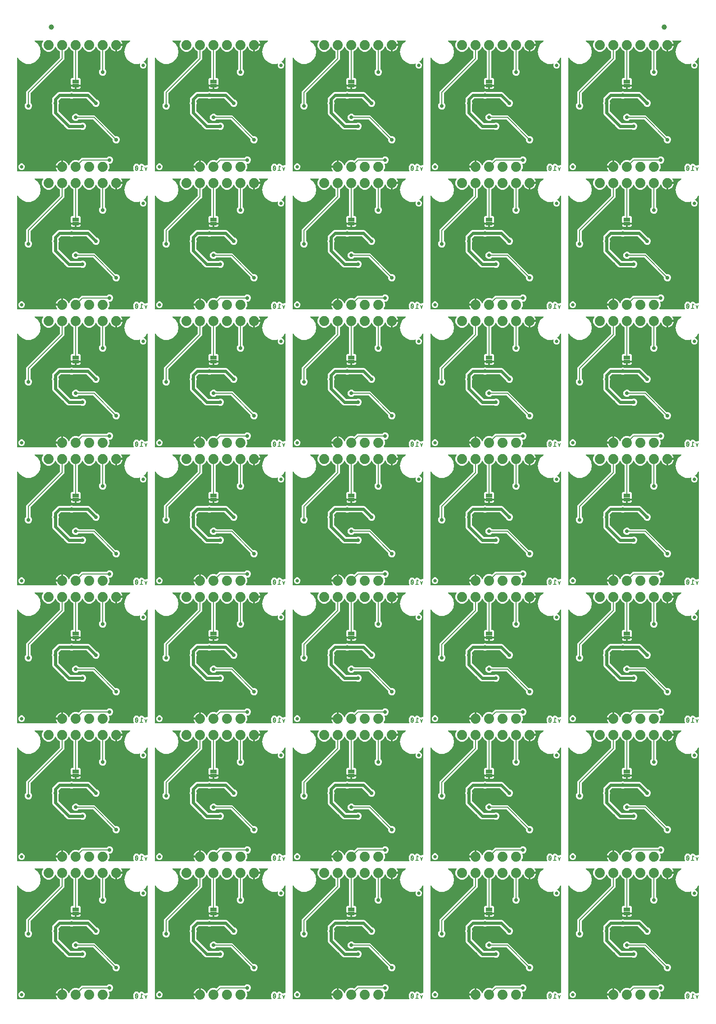
<source format=gbl>
G04 EAGLE Gerber RS-274X export*
G75*
%MOMM*%
%FSLAX34Y34*%
%LPD*%
%INBottom Copper*%
%IPPOS*%
%AMOC8*
5,1,8,0,0,1.08239X$1,22.5*%
G01*
%ADD10C,0.203200*%
%ADD11C,1.879600*%
%ADD12C,0.635000*%
%ADD13R,1.270000X0.635000*%
%ADD14C,1.000000*%
%ADD15C,0.736600*%
%ADD16C,0.609600*%
%ADD17C,0.177800*%

G36*
X337595Y1299478D02*
X337595Y1299478D01*
X337687Y1299481D01*
X337736Y1299497D01*
X337786Y1299505D01*
X337870Y1299542D01*
X337957Y1299571D01*
X337999Y1299600D01*
X338045Y1299621D01*
X338115Y1299680D01*
X338191Y1299732D01*
X338223Y1299772D01*
X338262Y1299804D01*
X338313Y1299881D01*
X338372Y1299952D01*
X338392Y1299999D01*
X338420Y1300041D01*
X338448Y1300129D01*
X338484Y1300213D01*
X338490Y1300264D01*
X338506Y1300312D01*
X338508Y1300404D01*
X338519Y1300495D01*
X338512Y1300546D01*
X338513Y1300596D01*
X338490Y1300685D01*
X338475Y1300776D01*
X338455Y1300816D01*
X338441Y1300871D01*
X338360Y1301008D01*
X338326Y1301077D01*
X337769Y1301843D01*
X336916Y1303517D01*
X336335Y1305304D01*
X336214Y1306069D01*
X346964Y1306069D01*
X347022Y1306077D01*
X347080Y1306075D01*
X347162Y1306097D01*
X347245Y1306109D01*
X347299Y1306133D01*
X347355Y1306147D01*
X347428Y1306190D01*
X347505Y1306225D01*
X347549Y1306263D01*
X347600Y1306293D01*
X347657Y1306354D01*
X347722Y1306409D01*
X347754Y1306457D01*
X347794Y1306500D01*
X347833Y1306575D01*
X347879Y1306645D01*
X347897Y1306701D01*
X347924Y1306753D01*
X347935Y1306821D01*
X347965Y1306916D01*
X347968Y1307016D01*
X347979Y1307084D01*
X347979Y1308101D01*
X348996Y1308101D01*
X349054Y1308109D01*
X349112Y1308108D01*
X349194Y1308129D01*
X349277Y1308141D01*
X349331Y1308165D01*
X349387Y1308179D01*
X349460Y1308222D01*
X349537Y1308257D01*
X349582Y1308295D01*
X349632Y1308325D01*
X349690Y1308386D01*
X349754Y1308441D01*
X349786Y1308489D01*
X349826Y1308532D01*
X349865Y1308607D01*
X349911Y1308677D01*
X349929Y1308733D01*
X349956Y1308785D01*
X349967Y1308853D01*
X349997Y1308948D01*
X350000Y1309048D01*
X350011Y1309116D01*
X350011Y1319866D01*
X350776Y1319745D01*
X352563Y1319164D01*
X354237Y1318311D01*
X355758Y1317206D01*
X357086Y1315878D01*
X358191Y1314357D01*
X359044Y1312683D01*
X359408Y1311563D01*
X359438Y1311501D01*
X359459Y1311435D01*
X359500Y1311374D01*
X359533Y1311308D01*
X359579Y1311257D01*
X359618Y1311199D01*
X359674Y1311152D01*
X359723Y1311097D01*
X359782Y1311061D01*
X359835Y1311016D01*
X359902Y1310986D01*
X359965Y1310947D01*
X360032Y1310929D01*
X360095Y1310901D01*
X360168Y1310891D01*
X360239Y1310871D01*
X360308Y1310871D01*
X360377Y1310862D01*
X360449Y1310872D01*
X360523Y1310873D01*
X360590Y1310893D01*
X360658Y1310902D01*
X360725Y1310933D01*
X360796Y1310954D01*
X360854Y1310991D01*
X360917Y1311020D01*
X360973Y1311067D01*
X361035Y1311107D01*
X361081Y1311159D01*
X361133Y1311204D01*
X361166Y1311257D01*
X361223Y1311321D01*
X361272Y1311425D01*
X361311Y1311489D01*
X362828Y1315151D01*
X366329Y1318652D01*
X370904Y1320547D01*
X375856Y1320547D01*
X378342Y1319517D01*
X378343Y1319517D01*
X378345Y1319516D01*
X378479Y1319482D01*
X378617Y1319446D01*
X378619Y1319446D01*
X378620Y1319446D01*
X378761Y1319450D01*
X378901Y1319454D01*
X378903Y1319455D01*
X378904Y1319455D01*
X379037Y1319498D01*
X379172Y1319541D01*
X379173Y1319542D01*
X379175Y1319542D01*
X379187Y1319551D01*
X379408Y1319699D01*
X379428Y1319723D01*
X379448Y1319737D01*
X384449Y1324738D01*
X430877Y1324738D01*
X430964Y1324750D01*
X431051Y1324753D01*
X431104Y1324770D01*
X431159Y1324778D01*
X431238Y1324813D01*
X431322Y1324840D01*
X431361Y1324868D01*
X431418Y1324894D01*
X431531Y1324990D01*
X431595Y1325035D01*
X433067Y1326507D01*
X435541Y1327532D01*
X438219Y1327532D01*
X440693Y1326507D01*
X442587Y1324613D01*
X443612Y1322139D01*
X443612Y1319461D01*
X442587Y1316987D01*
X440693Y1315093D01*
X438219Y1314068D01*
X436700Y1314068D01*
X436586Y1314052D01*
X436471Y1314042D01*
X436445Y1314032D01*
X436418Y1314028D01*
X436313Y1313981D01*
X436206Y1313940D01*
X436184Y1313924D01*
X436159Y1313912D01*
X436071Y1313838D01*
X435979Y1313769D01*
X435963Y1313746D01*
X435942Y1313729D01*
X435878Y1313633D01*
X435809Y1313541D01*
X435799Y1313515D01*
X435784Y1313492D01*
X435749Y1313382D01*
X435709Y1313275D01*
X435707Y1313247D01*
X435698Y1313221D01*
X435695Y1313106D01*
X435686Y1312992D01*
X435692Y1312967D01*
X435691Y1312937D01*
X435758Y1312680D01*
X435762Y1312664D01*
X436627Y1310576D01*
X436627Y1305624D01*
X434657Y1300869D01*
X434628Y1300757D01*
X434594Y1300648D01*
X434593Y1300620D01*
X434586Y1300593D01*
X434589Y1300479D01*
X434586Y1300364D01*
X434593Y1300337D01*
X434594Y1300309D01*
X434629Y1300200D01*
X434658Y1300089D01*
X434672Y1300065D01*
X434681Y1300038D01*
X434745Y1299943D01*
X434803Y1299844D01*
X434824Y1299825D01*
X434839Y1299802D01*
X434927Y1299728D01*
X435011Y1299650D01*
X435035Y1299637D01*
X435057Y1299619D01*
X435161Y1299573D01*
X435264Y1299520D01*
X435288Y1299516D01*
X435316Y1299504D01*
X435580Y1299467D01*
X435595Y1299465D01*
X481589Y1299465D01*
X481672Y1299476D01*
X481755Y1299478D01*
X481812Y1299496D01*
X481870Y1299505D01*
X481946Y1299539D01*
X482026Y1299564D01*
X482076Y1299597D01*
X482130Y1299621D01*
X482194Y1299675D01*
X482263Y1299721D01*
X482302Y1299766D01*
X482347Y1299804D01*
X482393Y1299874D01*
X482447Y1299937D01*
X482472Y1299992D01*
X482504Y1300041D01*
X482530Y1300121D01*
X482564Y1300197D01*
X482572Y1300256D01*
X482590Y1300312D01*
X482592Y1300396D01*
X482604Y1300478D01*
X482596Y1300529D01*
X482598Y1300596D01*
X482562Y1300732D01*
X482549Y1300809D01*
X482481Y1301010D01*
X482448Y1301074D01*
X482433Y1301125D01*
X481482Y1303076D01*
X481482Y1308044D01*
X481990Y1309086D01*
X481991Y1309091D01*
X481994Y1309095D01*
X482005Y1309134D01*
X482077Y1309356D01*
X482078Y1309391D01*
X482086Y1309418D01*
X482144Y1309940D01*
X482297Y1310062D01*
X482378Y1310148D01*
X482463Y1310230D01*
X482473Y1310250D01*
X482492Y1310269D01*
X482622Y1310522D01*
X482622Y1310524D01*
X482623Y1310526D01*
X482975Y1311552D01*
X483098Y1311640D01*
X483159Y1311698D01*
X483226Y1311748D01*
X483252Y1311784D01*
X483421Y1311871D01*
X483424Y1311874D01*
X483427Y1311875D01*
X485966Y1313689D01*
X489642Y1313689D01*
X492181Y1311875D01*
X492433Y1311744D01*
X492438Y1311743D01*
X492441Y1311741D01*
X492493Y1311723D01*
X492604Y1311702D01*
X492713Y1311674D01*
X492743Y1311675D01*
X492772Y1311669D01*
X492884Y1311680D01*
X492997Y1311683D01*
X493026Y1311692D01*
X493055Y1311695D01*
X493161Y1311736D01*
X493268Y1311771D01*
X493290Y1311786D01*
X493320Y1311798D01*
X493518Y1311949D01*
X493541Y1311965D01*
X493875Y1312299D01*
X493913Y1312350D01*
X493950Y1312383D01*
X494836Y1313491D01*
X494896Y1313510D01*
X495004Y1313538D01*
X495031Y1313554D01*
X495061Y1313563D01*
X495125Y1313609D01*
X495249Y1313682D01*
X495255Y1313689D01*
X496667Y1313689D01*
X496730Y1313698D01*
X496779Y1313695D01*
X498189Y1313852D01*
X498245Y1313823D01*
X498341Y1313766D01*
X498371Y1313759D01*
X498399Y1313744D01*
X498477Y1313731D01*
X498616Y1313695D01*
X498625Y1313695D01*
X499623Y1312697D01*
X499674Y1312659D01*
X499707Y1312622D01*
X501609Y1311101D01*
X501654Y1311074D01*
X501694Y1311040D01*
X501776Y1311002D01*
X501854Y1310956D01*
X501904Y1310943D01*
X501952Y1310921D01*
X502041Y1310907D01*
X502129Y1310885D01*
X502181Y1310886D01*
X502233Y1310878D01*
X502305Y1310889D01*
X502413Y1310892D01*
X502500Y1310920D01*
X502564Y1310930D01*
X503683Y1311303D01*
X504724Y1310783D01*
X504740Y1310778D01*
X504754Y1310768D01*
X504874Y1310733D01*
X504993Y1310693D01*
X505010Y1310692D01*
X505027Y1310687D01*
X505153Y1310686D01*
X505277Y1310681D01*
X505294Y1310685D01*
X505311Y1310685D01*
X505379Y1310705D01*
X505554Y1310748D01*
X505595Y1310772D01*
X505632Y1310783D01*
X506672Y1311303D01*
X507679Y1310968D01*
X507757Y1310953D01*
X507832Y1310929D01*
X507896Y1310928D01*
X507959Y1310916D01*
X508037Y1310924D01*
X508116Y1310922D01*
X508178Y1310938D01*
X508241Y1310945D01*
X508315Y1310974D01*
X508391Y1310994D01*
X508446Y1311026D01*
X508505Y1311050D01*
X508568Y1311099D01*
X508636Y1311139D01*
X508679Y1311186D01*
X508730Y1311225D01*
X508776Y1311289D01*
X508830Y1311347D01*
X508859Y1311403D01*
X508897Y1311455D01*
X508924Y1311529D01*
X508960Y1311600D01*
X508969Y1311654D01*
X508994Y1311722D01*
X509002Y1311854D01*
X509015Y1311931D01*
X509015Y1511951D01*
X509013Y1511971D01*
X509015Y1511990D01*
X508993Y1512111D01*
X508975Y1512233D01*
X508967Y1512251D01*
X508964Y1512270D01*
X508909Y1512380D01*
X508859Y1512492D01*
X508847Y1512507D01*
X508838Y1512525D01*
X508755Y1512616D01*
X508676Y1512709D01*
X508659Y1512720D01*
X508646Y1512735D01*
X508541Y1512799D01*
X508439Y1512867D01*
X508420Y1512873D01*
X508404Y1512883D01*
X508285Y1512916D01*
X508168Y1512953D01*
X508148Y1512953D01*
X508129Y1512958D01*
X508007Y1512957D01*
X507884Y1512960D01*
X507865Y1512955D01*
X507845Y1512955D01*
X507727Y1512919D01*
X507609Y1512888D01*
X507592Y1512878D01*
X507573Y1512872D01*
X507470Y1512806D01*
X507364Y1512743D01*
X507351Y1512729D01*
X507334Y1512718D01*
X507288Y1512661D01*
X507170Y1512536D01*
X507146Y1512490D01*
X507121Y1512459D01*
X505265Y1509244D01*
X501814Y1506349D01*
X501803Y1506336D01*
X501789Y1506327D01*
X501708Y1506231D01*
X501624Y1506137D01*
X501617Y1506122D01*
X501606Y1506109D01*
X501555Y1505994D01*
X501500Y1505882D01*
X501497Y1505865D01*
X501490Y1505850D01*
X501473Y1505726D01*
X501452Y1505601D01*
X501454Y1505585D01*
X501451Y1505568D01*
X501469Y1505444D01*
X501483Y1505319D01*
X501490Y1505303D01*
X501492Y1505287D01*
X501544Y1505172D01*
X501592Y1505056D01*
X501602Y1505043D01*
X501609Y1505028D01*
X501691Y1504932D01*
X501769Y1504834D01*
X501782Y1504824D01*
X501793Y1504811D01*
X501854Y1504774D01*
X501888Y1504749D01*
X501908Y1504730D01*
X501932Y1504718D01*
X502001Y1504669D01*
X502046Y1504653D01*
X502078Y1504633D01*
X503905Y1503876D01*
X505656Y1502126D01*
X506604Y1499838D01*
X506604Y1497362D01*
X505656Y1495074D01*
X503906Y1493324D01*
X501618Y1492376D01*
X499142Y1492376D01*
X496854Y1493324D01*
X495104Y1495074D01*
X494156Y1497362D01*
X494156Y1499838D01*
X494474Y1500605D01*
X494476Y1500612D01*
X494479Y1500618D01*
X494511Y1500749D01*
X494545Y1500880D01*
X494545Y1500887D01*
X494546Y1500894D01*
X494541Y1501030D01*
X494537Y1501164D01*
X494535Y1501171D01*
X494534Y1501178D01*
X494491Y1501307D01*
X494450Y1501435D01*
X494446Y1501441D01*
X494444Y1501448D01*
X494367Y1501560D01*
X494292Y1501671D01*
X494286Y1501676D01*
X494282Y1501682D01*
X494177Y1501768D01*
X494074Y1501854D01*
X494068Y1501857D01*
X494062Y1501862D01*
X493937Y1501915D01*
X493814Y1501970D01*
X493807Y1501971D01*
X493801Y1501973D01*
X493667Y1501990D01*
X493533Y1502009D01*
X493526Y1502008D01*
X493519Y1502009D01*
X493472Y1502000D01*
X493251Y1501968D01*
X493218Y1501953D01*
X493189Y1501947D01*
X491666Y1501393D01*
X483694Y1501393D01*
X476202Y1504120D01*
X470095Y1509244D01*
X466109Y1516149D01*
X464725Y1524000D01*
X466109Y1531851D01*
X470095Y1538755D01*
X475800Y1543542D01*
X475849Y1543597D01*
X475905Y1543645D01*
X475944Y1543702D01*
X475990Y1543754D01*
X476022Y1543820D01*
X476063Y1543881D01*
X476084Y1543947D01*
X476114Y1544010D01*
X476126Y1544082D01*
X476148Y1544152D01*
X476150Y1544221D01*
X476162Y1544290D01*
X476154Y1544363D01*
X476156Y1544436D01*
X476138Y1544503D01*
X476131Y1544572D01*
X476103Y1544640D01*
X476084Y1544711D01*
X476049Y1544771D01*
X476022Y1544835D01*
X475976Y1544893D01*
X475939Y1544956D01*
X475888Y1545003D01*
X475845Y1545057D01*
X475785Y1545100D01*
X475731Y1545150D01*
X475670Y1545182D01*
X475613Y1545222D01*
X475544Y1545246D01*
X475478Y1545280D01*
X475420Y1545290D01*
X475345Y1545316D01*
X475223Y1545323D01*
X475147Y1545335D01*
X460056Y1545335D01*
X459965Y1545322D01*
X459873Y1545319D01*
X459824Y1545303D01*
X459774Y1545295D01*
X459690Y1545258D01*
X459603Y1545229D01*
X459561Y1545200D01*
X459515Y1545179D01*
X459445Y1545120D01*
X459369Y1545068D01*
X459337Y1545028D01*
X459298Y1544996D01*
X459247Y1544919D01*
X459188Y1544848D01*
X459168Y1544801D01*
X459140Y1544759D01*
X459112Y1544671D01*
X459076Y1544587D01*
X459070Y1544536D01*
X459054Y1544488D01*
X459052Y1544396D01*
X459041Y1544305D01*
X459048Y1544254D01*
X459047Y1544204D01*
X459070Y1544115D01*
X459085Y1544024D01*
X459105Y1543984D01*
X459119Y1543929D01*
X459200Y1543792D01*
X459234Y1543723D01*
X459791Y1542957D01*
X460644Y1541283D01*
X461225Y1539496D01*
X461346Y1538731D01*
X450596Y1538731D01*
X450538Y1538723D01*
X450480Y1538725D01*
X450398Y1538703D01*
X450315Y1538691D01*
X450261Y1538667D01*
X450205Y1538653D01*
X450132Y1538610D01*
X450055Y1538575D01*
X450011Y1538537D01*
X449960Y1538507D01*
X449903Y1538446D01*
X449838Y1538391D01*
X449806Y1538343D01*
X449766Y1538300D01*
X449727Y1538225D01*
X449681Y1538155D01*
X449663Y1538099D01*
X449636Y1538047D01*
X449625Y1537979D01*
X449595Y1537884D01*
X449592Y1537784D01*
X449581Y1537716D01*
X449581Y1536699D01*
X448564Y1536699D01*
X448506Y1536691D01*
X448448Y1536692D01*
X448366Y1536671D01*
X448283Y1536659D01*
X448229Y1536635D01*
X448173Y1536621D01*
X448100Y1536578D01*
X448023Y1536543D01*
X447978Y1536505D01*
X447928Y1536475D01*
X447870Y1536414D01*
X447806Y1536359D01*
X447774Y1536311D01*
X447734Y1536268D01*
X447695Y1536193D01*
X447649Y1536123D01*
X447631Y1536067D01*
X447604Y1536015D01*
X447593Y1535947D01*
X447563Y1535852D01*
X447560Y1535752D01*
X447549Y1535684D01*
X447549Y1524934D01*
X446784Y1525055D01*
X444997Y1525636D01*
X443323Y1526489D01*
X441802Y1527594D01*
X440474Y1528922D01*
X439369Y1530443D01*
X438516Y1532117D01*
X438152Y1533237D01*
X438122Y1533299D01*
X438101Y1533365D01*
X438060Y1533426D01*
X438027Y1533492D01*
X437981Y1533543D01*
X437942Y1533601D01*
X437886Y1533648D01*
X437837Y1533703D01*
X437778Y1533739D01*
X437725Y1533784D01*
X437658Y1533814D01*
X437595Y1533853D01*
X437528Y1533871D01*
X437465Y1533899D01*
X437392Y1533909D01*
X437321Y1533929D01*
X437252Y1533929D01*
X437183Y1533938D01*
X437111Y1533928D01*
X437037Y1533927D01*
X436970Y1533907D01*
X436902Y1533898D01*
X436835Y1533867D01*
X436764Y1533846D01*
X436706Y1533809D01*
X436643Y1533780D01*
X436587Y1533733D01*
X436525Y1533693D01*
X436479Y1533641D01*
X436427Y1533596D01*
X436394Y1533543D01*
X436337Y1533479D01*
X436288Y1533375D01*
X436249Y1533311D01*
X434732Y1529649D01*
X431231Y1526148D01*
X428744Y1525118D01*
X428743Y1525118D01*
X428742Y1525117D01*
X428623Y1525047D01*
X428500Y1524974D01*
X428499Y1524973D01*
X428497Y1524972D01*
X428400Y1524868D01*
X428304Y1524767D01*
X428304Y1524766D01*
X428303Y1524765D01*
X428238Y1524639D01*
X428174Y1524514D01*
X428174Y1524513D01*
X428173Y1524512D01*
X428171Y1524497D01*
X428119Y1524236D01*
X428122Y1524205D01*
X428118Y1524180D01*
X428118Y1491903D01*
X428130Y1491816D01*
X428133Y1491729D01*
X428150Y1491676D01*
X428158Y1491621D01*
X428193Y1491542D01*
X428220Y1491458D01*
X428248Y1491419D01*
X428274Y1491362D01*
X428370Y1491249D01*
X428415Y1491185D01*
X429887Y1489713D01*
X430912Y1487239D01*
X430912Y1484561D01*
X429887Y1482087D01*
X427993Y1480193D01*
X425519Y1479168D01*
X422841Y1479168D01*
X420367Y1480193D01*
X418473Y1482087D01*
X417448Y1484561D01*
X417448Y1487239D01*
X418473Y1489713D01*
X419945Y1491185D01*
X419997Y1491255D01*
X420057Y1491319D01*
X420083Y1491368D01*
X420116Y1491412D01*
X420147Y1491494D01*
X420187Y1491572D01*
X420195Y1491619D01*
X420217Y1491678D01*
X420229Y1491826D01*
X420242Y1491903D01*
X420242Y1524180D01*
X420242Y1524182D01*
X420242Y1524184D01*
X420222Y1524324D01*
X420202Y1524462D01*
X420202Y1524463D01*
X420202Y1524465D01*
X420145Y1524591D01*
X420086Y1524721D01*
X420085Y1524723D01*
X420084Y1524724D01*
X419993Y1524831D01*
X419903Y1524938D01*
X419901Y1524939D01*
X419900Y1524940D01*
X419887Y1524949D01*
X419666Y1525096D01*
X419637Y1525105D01*
X419616Y1525118D01*
X417129Y1526148D01*
X413628Y1529649D01*
X412418Y1532571D01*
X412403Y1532596D01*
X412394Y1532624D01*
X412331Y1532719D01*
X412273Y1532816D01*
X412252Y1532836D01*
X412236Y1532861D01*
X412149Y1532934D01*
X412067Y1533011D01*
X412041Y1533025D01*
X412018Y1533044D01*
X411915Y1533090D01*
X411814Y1533141D01*
X411785Y1533147D01*
X411758Y1533159D01*
X411646Y1533175D01*
X411535Y1533196D01*
X411506Y1533194D01*
X411477Y1533198D01*
X411365Y1533182D01*
X411252Y1533172D01*
X411225Y1533161D01*
X411195Y1533157D01*
X411092Y1533111D01*
X410987Y1533070D01*
X410963Y1533052D01*
X410936Y1533040D01*
X410850Y1532967D01*
X410760Y1532898D01*
X410742Y1532875D01*
X410720Y1532856D01*
X410678Y1532789D01*
X410590Y1532671D01*
X410568Y1532612D01*
X410542Y1532571D01*
X409332Y1529649D01*
X405831Y1526148D01*
X401256Y1524253D01*
X396304Y1524253D01*
X391729Y1526148D01*
X388228Y1529649D01*
X387018Y1532571D01*
X387003Y1532596D01*
X386994Y1532624D01*
X386931Y1532719D01*
X386873Y1532816D01*
X386852Y1532836D01*
X386836Y1532861D01*
X386749Y1532934D01*
X386667Y1533011D01*
X386641Y1533025D01*
X386618Y1533044D01*
X386515Y1533090D01*
X386414Y1533141D01*
X386385Y1533147D01*
X386358Y1533159D01*
X386246Y1533175D01*
X386135Y1533196D01*
X386106Y1533194D01*
X386077Y1533198D01*
X385965Y1533182D01*
X385852Y1533172D01*
X385825Y1533161D01*
X385795Y1533157D01*
X385692Y1533111D01*
X385587Y1533070D01*
X385563Y1533052D01*
X385536Y1533040D01*
X385450Y1532967D01*
X385360Y1532898D01*
X385342Y1532875D01*
X385320Y1532856D01*
X385278Y1532789D01*
X385190Y1532671D01*
X385168Y1532612D01*
X385142Y1532571D01*
X383932Y1529649D01*
X380431Y1526148D01*
X377944Y1525118D01*
X377943Y1525118D01*
X377942Y1525117D01*
X377823Y1525047D01*
X377700Y1524974D01*
X377699Y1524973D01*
X377697Y1524972D01*
X377600Y1524868D01*
X377504Y1524767D01*
X377504Y1524766D01*
X377503Y1524765D01*
X377438Y1524639D01*
X377374Y1524514D01*
X377374Y1524513D01*
X377373Y1524512D01*
X377371Y1524497D01*
X377319Y1524236D01*
X377322Y1524205D01*
X377318Y1524180D01*
X377318Y1475613D01*
X377326Y1475555D01*
X377324Y1475497D01*
X377346Y1475415D01*
X377358Y1475331D01*
X377381Y1475278D01*
X377396Y1475222D01*
X377439Y1475149D01*
X377474Y1475072D01*
X377512Y1475027D01*
X377541Y1474977D01*
X377603Y1474919D01*
X377657Y1474855D01*
X377706Y1474823D01*
X377749Y1474783D01*
X377824Y1474744D01*
X377894Y1474697D01*
X377950Y1474680D01*
X378002Y1474653D01*
X378070Y1474642D01*
X378165Y1474612D01*
X378265Y1474609D01*
X378333Y1474598D01*
X380993Y1474598D01*
X382779Y1472812D01*
X382779Y1463936D01*
X382568Y1463726D01*
X382516Y1463656D01*
X382456Y1463592D01*
X382430Y1463542D01*
X382397Y1463498D01*
X382366Y1463417D01*
X382326Y1463339D01*
X382318Y1463291D01*
X382296Y1463233D01*
X382284Y1463085D01*
X382271Y1463008D01*
X382271Y1461833D01*
X373952Y1461833D01*
X373894Y1461825D01*
X373835Y1461826D01*
X373754Y1461805D01*
X373670Y1461793D01*
X373617Y1461769D01*
X373560Y1461754D01*
X373488Y1461711D01*
X373411Y1461677D01*
X373383Y1461653D01*
X373317Y1461686D01*
X373247Y1461733D01*
X373191Y1461751D01*
X373139Y1461777D01*
X373071Y1461789D01*
X372976Y1461819D01*
X372876Y1461821D01*
X372808Y1461833D01*
X364489Y1461833D01*
X364489Y1463008D01*
X364477Y1463094D01*
X364474Y1463182D01*
X364457Y1463234D01*
X364449Y1463289D01*
X364414Y1463369D01*
X364387Y1463452D01*
X364359Y1463491D01*
X364333Y1463549D01*
X364237Y1463662D01*
X364192Y1463726D01*
X363981Y1463936D01*
X363981Y1472812D01*
X365767Y1474598D01*
X368427Y1474598D01*
X368485Y1474606D01*
X368543Y1474604D01*
X368625Y1474626D01*
X368709Y1474638D01*
X368762Y1474661D01*
X368818Y1474676D01*
X368891Y1474719D01*
X368968Y1474754D01*
X369013Y1474792D01*
X369063Y1474821D01*
X369121Y1474883D01*
X369185Y1474937D01*
X369217Y1474986D01*
X369257Y1475029D01*
X369296Y1475104D01*
X369343Y1475174D01*
X369360Y1475230D01*
X369387Y1475282D01*
X369398Y1475350D01*
X369428Y1475445D01*
X369431Y1475545D01*
X369442Y1475613D01*
X369442Y1524180D01*
X369442Y1524182D01*
X369442Y1524184D01*
X369422Y1524324D01*
X369402Y1524462D01*
X369402Y1524463D01*
X369402Y1524465D01*
X369345Y1524591D01*
X369286Y1524721D01*
X369285Y1524723D01*
X369284Y1524724D01*
X369193Y1524831D01*
X369103Y1524938D01*
X369101Y1524939D01*
X369100Y1524940D01*
X369087Y1524949D01*
X368866Y1525096D01*
X368837Y1525105D01*
X368816Y1525118D01*
X366329Y1526148D01*
X362828Y1529649D01*
X361618Y1532571D01*
X361603Y1532596D01*
X361594Y1532624D01*
X361531Y1532719D01*
X361473Y1532816D01*
X361452Y1532836D01*
X361436Y1532861D01*
X361349Y1532934D01*
X361267Y1533011D01*
X361241Y1533025D01*
X361218Y1533044D01*
X361115Y1533090D01*
X361014Y1533141D01*
X360985Y1533147D01*
X360958Y1533159D01*
X360846Y1533175D01*
X360735Y1533196D01*
X360706Y1533194D01*
X360677Y1533198D01*
X360565Y1533182D01*
X360452Y1533172D01*
X360425Y1533161D01*
X360395Y1533157D01*
X360292Y1533111D01*
X360187Y1533070D01*
X360163Y1533052D01*
X360136Y1533040D01*
X360050Y1532967D01*
X359960Y1532898D01*
X359942Y1532875D01*
X359920Y1532856D01*
X359878Y1532789D01*
X359790Y1532671D01*
X359768Y1532612D01*
X359742Y1532571D01*
X358532Y1529649D01*
X355031Y1526148D01*
X352544Y1525118D01*
X352543Y1525118D01*
X352542Y1525117D01*
X352423Y1525047D01*
X352300Y1524974D01*
X352299Y1524973D01*
X352297Y1524972D01*
X352200Y1524868D01*
X352104Y1524767D01*
X352104Y1524766D01*
X352103Y1524765D01*
X352038Y1524639D01*
X351974Y1524514D01*
X351974Y1524513D01*
X351973Y1524512D01*
X351971Y1524497D01*
X351919Y1524236D01*
X351922Y1524205D01*
X351918Y1524180D01*
X351918Y1509669D01*
X349314Y1507065D01*
X288715Y1446466D01*
X288663Y1446397D01*
X288603Y1446333D01*
X288577Y1446283D01*
X288544Y1446239D01*
X288513Y1446157D01*
X288473Y1446079D01*
X288465Y1446032D01*
X288443Y1445973D01*
X288431Y1445826D01*
X288418Y1445748D01*
X288418Y1428403D01*
X288427Y1428336D01*
X288426Y1428285D01*
X288432Y1428263D01*
X288433Y1428229D01*
X288450Y1428176D01*
X288458Y1428121D01*
X288484Y1428062D01*
X288498Y1428010D01*
X288511Y1427988D01*
X288520Y1427958D01*
X288548Y1427919D01*
X288574Y1427862D01*
X288614Y1427815D01*
X288643Y1427766D01*
X288687Y1427724D01*
X288715Y1427685D01*
X290187Y1426213D01*
X291212Y1423739D01*
X291212Y1421061D01*
X290187Y1418587D01*
X288293Y1416693D01*
X285819Y1415668D01*
X283141Y1415668D01*
X280667Y1416693D01*
X278773Y1418587D01*
X277748Y1421061D01*
X277748Y1423739D01*
X278773Y1426213D01*
X280245Y1427685D01*
X280262Y1427708D01*
X280283Y1427726D01*
X280316Y1427774D01*
X280357Y1427819D01*
X280383Y1427868D01*
X280416Y1427912D01*
X280427Y1427941D01*
X280441Y1427963D01*
X280458Y1428015D01*
X280487Y1428072D01*
X280495Y1428119D01*
X280517Y1428178D01*
X280520Y1428211D01*
X280527Y1428234D01*
X280529Y1428324D01*
X280529Y1428326D01*
X280542Y1428403D01*
X280542Y1449431D01*
X283146Y1452035D01*
X343745Y1512634D01*
X343797Y1512703D01*
X343857Y1512767D01*
X343883Y1512817D01*
X343916Y1512861D01*
X343947Y1512943D01*
X343987Y1513021D01*
X343995Y1513068D01*
X344017Y1513127D01*
X344029Y1513274D01*
X344042Y1513352D01*
X344042Y1524180D01*
X344042Y1524182D01*
X344042Y1524184D01*
X344022Y1524324D01*
X344002Y1524462D01*
X344002Y1524463D01*
X344002Y1524465D01*
X343945Y1524591D01*
X343886Y1524721D01*
X343885Y1524723D01*
X343884Y1524724D01*
X343793Y1524831D01*
X343703Y1524938D01*
X343701Y1524939D01*
X343700Y1524940D01*
X343687Y1524949D01*
X343466Y1525096D01*
X343437Y1525105D01*
X343416Y1525118D01*
X340929Y1526148D01*
X337428Y1529649D01*
X336218Y1532571D01*
X336203Y1532596D01*
X336194Y1532624D01*
X336131Y1532719D01*
X336073Y1532816D01*
X336052Y1532836D01*
X336036Y1532861D01*
X335949Y1532934D01*
X335867Y1533011D01*
X335841Y1533025D01*
X335818Y1533044D01*
X335715Y1533090D01*
X335614Y1533141D01*
X335585Y1533147D01*
X335558Y1533159D01*
X335446Y1533175D01*
X335335Y1533196D01*
X335306Y1533194D01*
X335277Y1533198D01*
X335165Y1533182D01*
X335052Y1533172D01*
X335025Y1533161D01*
X334995Y1533157D01*
X334892Y1533111D01*
X334787Y1533070D01*
X334763Y1533052D01*
X334736Y1533040D01*
X334650Y1532967D01*
X334560Y1532898D01*
X334542Y1532875D01*
X334520Y1532856D01*
X334478Y1532789D01*
X334390Y1532671D01*
X334368Y1532612D01*
X334342Y1532571D01*
X333132Y1529649D01*
X329631Y1526148D01*
X325056Y1524253D01*
X320104Y1524253D01*
X315529Y1526148D01*
X312028Y1529649D01*
X310133Y1534224D01*
X310133Y1539176D01*
X312103Y1543931D01*
X312132Y1544043D01*
X312166Y1544152D01*
X312167Y1544180D01*
X312174Y1544207D01*
X312171Y1544321D01*
X312174Y1544436D01*
X312167Y1544463D01*
X312166Y1544491D01*
X312131Y1544600D01*
X312102Y1544711D01*
X312088Y1544735D01*
X312079Y1544762D01*
X312015Y1544857D01*
X311957Y1544956D01*
X311936Y1544975D01*
X311921Y1544998D01*
X311833Y1545072D01*
X311749Y1545150D01*
X311725Y1545163D01*
X311703Y1545181D01*
X311599Y1545227D01*
X311496Y1545280D01*
X311472Y1545284D01*
X311444Y1545296D01*
X311180Y1545333D01*
X311165Y1545335D01*
X297013Y1545335D01*
X296940Y1545325D01*
X296866Y1545325D01*
X296800Y1545305D01*
X296731Y1545295D01*
X296664Y1545265D01*
X296594Y1545245D01*
X296535Y1545208D01*
X296472Y1545179D01*
X296416Y1545132D01*
X296354Y1545092D01*
X296308Y1545040D01*
X296255Y1544996D01*
X296214Y1544934D01*
X296165Y1544879D01*
X296136Y1544817D01*
X296097Y1544759D01*
X296075Y1544689D01*
X296044Y1544622D01*
X296032Y1544554D01*
X296012Y1544488D01*
X296010Y1544414D01*
X295998Y1544342D01*
X296006Y1544273D01*
X296004Y1544204D01*
X296023Y1544133D01*
X296032Y1544059D01*
X296059Y1543996D01*
X296076Y1543929D01*
X296114Y1543865D01*
X296142Y1543798D01*
X296181Y1543753D01*
X296221Y1543684D01*
X296311Y1543600D01*
X296360Y1543542D01*
X302065Y1538756D01*
X306051Y1531851D01*
X307435Y1524000D01*
X306051Y1516149D01*
X302065Y1509245D01*
X295958Y1504120D01*
X288466Y1501393D01*
X280494Y1501393D01*
X273002Y1504120D01*
X266895Y1509244D01*
X265039Y1512459D01*
X265027Y1512474D01*
X265019Y1512492D01*
X264940Y1512586D01*
X264864Y1512683D01*
X264848Y1512694D01*
X264835Y1512709D01*
X264733Y1512778D01*
X264634Y1512849D01*
X264615Y1512856D01*
X264599Y1512867D01*
X264481Y1512904D01*
X264366Y1512946D01*
X264346Y1512947D01*
X264328Y1512953D01*
X264205Y1512956D01*
X264082Y1512964D01*
X264063Y1512959D01*
X264044Y1512960D01*
X263925Y1512929D01*
X263805Y1512902D01*
X263787Y1512893D01*
X263769Y1512888D01*
X263663Y1512826D01*
X263555Y1512767D01*
X263541Y1512753D01*
X263524Y1512743D01*
X263440Y1512653D01*
X263353Y1512567D01*
X263343Y1512550D01*
X263330Y1512536D01*
X263274Y1512426D01*
X263214Y1512319D01*
X263209Y1512300D01*
X263200Y1512282D01*
X263188Y1512210D01*
X263149Y1512042D01*
X263151Y1511991D01*
X263145Y1511951D01*
X263145Y1300480D01*
X263153Y1300422D01*
X263151Y1300364D01*
X263173Y1300282D01*
X263185Y1300198D01*
X263208Y1300145D01*
X263223Y1300089D01*
X263266Y1300016D01*
X263301Y1299939D01*
X263339Y1299894D01*
X263368Y1299844D01*
X263430Y1299786D01*
X263484Y1299722D01*
X263533Y1299690D01*
X263576Y1299650D01*
X263651Y1299611D01*
X263721Y1299564D01*
X263777Y1299547D01*
X263829Y1299520D01*
X263897Y1299509D01*
X263992Y1299479D01*
X264092Y1299476D01*
X264160Y1299465D01*
X337504Y1299465D01*
X337595Y1299478D01*
G37*
G36*
X596675Y1299478D02*
X596675Y1299478D01*
X596767Y1299481D01*
X596816Y1299497D01*
X596866Y1299505D01*
X596950Y1299542D01*
X597037Y1299571D01*
X597079Y1299600D01*
X597125Y1299621D01*
X597195Y1299680D01*
X597271Y1299732D01*
X597303Y1299772D01*
X597342Y1299804D01*
X597393Y1299881D01*
X597452Y1299952D01*
X597472Y1299999D01*
X597500Y1300041D01*
X597528Y1300129D01*
X597564Y1300213D01*
X597570Y1300264D01*
X597586Y1300312D01*
X597588Y1300404D01*
X597599Y1300495D01*
X597592Y1300546D01*
X597593Y1300596D01*
X597570Y1300685D01*
X597555Y1300776D01*
X597535Y1300816D01*
X597521Y1300871D01*
X597440Y1301008D01*
X597406Y1301077D01*
X596849Y1301843D01*
X595996Y1303517D01*
X595415Y1305304D01*
X595294Y1306069D01*
X606044Y1306069D01*
X606102Y1306077D01*
X606160Y1306075D01*
X606242Y1306097D01*
X606325Y1306109D01*
X606379Y1306133D01*
X606435Y1306147D01*
X606508Y1306190D01*
X606585Y1306225D01*
X606629Y1306263D01*
X606680Y1306293D01*
X606737Y1306354D01*
X606802Y1306409D01*
X606834Y1306457D01*
X606874Y1306500D01*
X606913Y1306575D01*
X606959Y1306645D01*
X606977Y1306701D01*
X607004Y1306753D01*
X607015Y1306821D01*
X607045Y1306916D01*
X607048Y1307016D01*
X607059Y1307084D01*
X607059Y1308101D01*
X608076Y1308101D01*
X608134Y1308109D01*
X608192Y1308108D01*
X608274Y1308129D01*
X608357Y1308141D01*
X608411Y1308165D01*
X608467Y1308179D01*
X608540Y1308222D01*
X608617Y1308257D01*
X608662Y1308295D01*
X608712Y1308325D01*
X608770Y1308386D01*
X608834Y1308441D01*
X608866Y1308489D01*
X608906Y1308532D01*
X608945Y1308607D01*
X608991Y1308677D01*
X609009Y1308733D01*
X609036Y1308785D01*
X609047Y1308853D01*
X609077Y1308948D01*
X609080Y1309048D01*
X609091Y1309116D01*
X609091Y1319866D01*
X609856Y1319745D01*
X611643Y1319164D01*
X613317Y1318311D01*
X614838Y1317206D01*
X616166Y1315878D01*
X617271Y1314357D01*
X618124Y1312683D01*
X618488Y1311563D01*
X618518Y1311501D01*
X618539Y1311435D01*
X618580Y1311374D01*
X618613Y1311308D01*
X618659Y1311257D01*
X618698Y1311199D01*
X618754Y1311152D01*
X618803Y1311097D01*
X618862Y1311061D01*
X618915Y1311016D01*
X618982Y1310986D01*
X619045Y1310947D01*
X619112Y1310929D01*
X619175Y1310901D01*
X619248Y1310891D01*
X619319Y1310871D01*
X619388Y1310871D01*
X619457Y1310862D01*
X619529Y1310872D01*
X619603Y1310873D01*
X619670Y1310893D01*
X619738Y1310902D01*
X619805Y1310933D01*
X619876Y1310954D01*
X619934Y1310991D01*
X619997Y1311020D01*
X620053Y1311067D01*
X620115Y1311107D01*
X620161Y1311159D01*
X620213Y1311204D01*
X620246Y1311257D01*
X620303Y1311321D01*
X620352Y1311425D01*
X620391Y1311489D01*
X621908Y1315151D01*
X625409Y1318652D01*
X629984Y1320547D01*
X634936Y1320547D01*
X637422Y1319517D01*
X637423Y1319517D01*
X637425Y1319516D01*
X637558Y1319482D01*
X637697Y1319446D01*
X637699Y1319446D01*
X637700Y1319446D01*
X637841Y1319450D01*
X637981Y1319454D01*
X637983Y1319455D01*
X637984Y1319455D01*
X638119Y1319498D01*
X638252Y1319541D01*
X638253Y1319542D01*
X638255Y1319542D01*
X638267Y1319551D01*
X638488Y1319699D01*
X638508Y1319723D01*
X638528Y1319737D01*
X643529Y1324738D01*
X689957Y1324738D01*
X690044Y1324750D01*
X690131Y1324753D01*
X690184Y1324770D01*
X690239Y1324778D01*
X690318Y1324813D01*
X690402Y1324840D01*
X690441Y1324868D01*
X690498Y1324894D01*
X690611Y1324990D01*
X690675Y1325035D01*
X692147Y1326507D01*
X694621Y1327532D01*
X697299Y1327532D01*
X699773Y1326507D01*
X701667Y1324613D01*
X702692Y1322139D01*
X702692Y1319461D01*
X701667Y1316987D01*
X699773Y1315093D01*
X697299Y1314068D01*
X695780Y1314068D01*
X695666Y1314052D01*
X695551Y1314042D01*
X695525Y1314032D01*
X695498Y1314028D01*
X695393Y1313981D01*
X695286Y1313940D01*
X695264Y1313924D01*
X695239Y1313912D01*
X695151Y1313838D01*
X695059Y1313769D01*
X695043Y1313746D01*
X695022Y1313729D01*
X694958Y1313633D01*
X694889Y1313541D01*
X694879Y1313515D01*
X694864Y1313492D01*
X694829Y1313382D01*
X694789Y1313275D01*
X694787Y1313247D01*
X694778Y1313221D01*
X694775Y1313106D01*
X694766Y1312992D01*
X694772Y1312967D01*
X694771Y1312937D01*
X694838Y1312680D01*
X694842Y1312664D01*
X695707Y1310576D01*
X695707Y1305624D01*
X693737Y1300869D01*
X693708Y1300757D01*
X693674Y1300648D01*
X693673Y1300620D01*
X693666Y1300593D01*
X693669Y1300479D01*
X693666Y1300364D01*
X693673Y1300337D01*
X693674Y1300309D01*
X693709Y1300200D01*
X693738Y1300089D01*
X693752Y1300065D01*
X693761Y1300038D01*
X693825Y1299943D01*
X693883Y1299844D01*
X693904Y1299825D01*
X693919Y1299802D01*
X694007Y1299728D01*
X694091Y1299650D01*
X694115Y1299637D01*
X694137Y1299619D01*
X694241Y1299573D01*
X694344Y1299520D01*
X694368Y1299516D01*
X694396Y1299504D01*
X694660Y1299467D01*
X694675Y1299465D01*
X740669Y1299465D01*
X740752Y1299476D01*
X740835Y1299478D01*
X740892Y1299496D01*
X740950Y1299505D01*
X741027Y1299539D01*
X741106Y1299564D01*
X741156Y1299597D01*
X741210Y1299621D01*
X741274Y1299675D01*
X741343Y1299721D01*
X741382Y1299766D01*
X741427Y1299804D01*
X741473Y1299874D01*
X741527Y1299938D01*
X741552Y1299992D01*
X741584Y1300041D01*
X741610Y1300121D01*
X741644Y1300197D01*
X741652Y1300256D01*
X741670Y1300312D01*
X741672Y1300396D01*
X741684Y1300478D01*
X741676Y1300529D01*
X741678Y1300596D01*
X741642Y1300732D01*
X741629Y1300809D01*
X741560Y1301010D01*
X741528Y1301074D01*
X741513Y1301125D01*
X740562Y1303076D01*
X740562Y1308044D01*
X741070Y1309086D01*
X741071Y1309091D01*
X741074Y1309095D01*
X741085Y1309134D01*
X741157Y1309356D01*
X741158Y1309391D01*
X741166Y1309418D01*
X741224Y1309940D01*
X741377Y1310062D01*
X741458Y1310148D01*
X741543Y1310231D01*
X741554Y1310250D01*
X741572Y1310269D01*
X741702Y1310522D01*
X741702Y1310524D01*
X741703Y1310526D01*
X742055Y1311552D01*
X742178Y1311640D01*
X742239Y1311698D01*
X742306Y1311748D01*
X742332Y1311784D01*
X742501Y1311871D01*
X742504Y1311874D01*
X742507Y1311875D01*
X745046Y1313689D01*
X748722Y1313689D01*
X751261Y1311875D01*
X751513Y1311744D01*
X751518Y1311743D01*
X751521Y1311741D01*
X751573Y1311723D01*
X751684Y1311702D01*
X751793Y1311674D01*
X751823Y1311675D01*
X751852Y1311669D01*
X751964Y1311680D01*
X752078Y1311683D01*
X752106Y1311692D01*
X752135Y1311695D01*
X752240Y1311736D01*
X752348Y1311771D01*
X752370Y1311786D01*
X752400Y1311798D01*
X752598Y1311949D01*
X752621Y1311966D01*
X752955Y1312299D01*
X752993Y1312350D01*
X753030Y1312383D01*
X753916Y1313491D01*
X753976Y1313510D01*
X754084Y1313538D01*
X754111Y1313554D01*
X754141Y1313563D01*
X754205Y1313609D01*
X754329Y1313682D01*
X754335Y1313689D01*
X755747Y1313689D01*
X755810Y1313698D01*
X755859Y1313695D01*
X757269Y1313852D01*
X757325Y1313823D01*
X757421Y1313766D01*
X757451Y1313759D01*
X757479Y1313744D01*
X757557Y1313731D01*
X757696Y1313695D01*
X757705Y1313695D01*
X758703Y1312697D01*
X758754Y1312659D01*
X758787Y1312622D01*
X760689Y1311101D01*
X760734Y1311074D01*
X760774Y1311040D01*
X760856Y1311002D01*
X760934Y1310956D01*
X760984Y1310943D01*
X761032Y1310921D01*
X761121Y1310907D01*
X761209Y1310885D01*
X761261Y1310886D01*
X761313Y1310878D01*
X761385Y1310889D01*
X761493Y1310892D01*
X761580Y1310920D01*
X761644Y1310930D01*
X762763Y1311303D01*
X763804Y1310783D01*
X763820Y1310778D01*
X763834Y1310768D01*
X763955Y1310733D01*
X764073Y1310693D01*
X764090Y1310692D01*
X764107Y1310687D01*
X764233Y1310686D01*
X764357Y1310681D01*
X764374Y1310685D01*
X764391Y1310685D01*
X764459Y1310706D01*
X764634Y1310748D01*
X764675Y1310772D01*
X764712Y1310783D01*
X765752Y1311303D01*
X766759Y1310968D01*
X766837Y1310953D01*
X766912Y1310929D01*
X766976Y1310928D01*
X767039Y1310916D01*
X767117Y1310924D01*
X767196Y1310922D01*
X767258Y1310938D01*
X767321Y1310945D01*
X767395Y1310974D01*
X767471Y1310994D01*
X767526Y1311026D01*
X767585Y1311050D01*
X767648Y1311099D01*
X767716Y1311139D01*
X767759Y1311186D01*
X767810Y1311225D01*
X767856Y1311289D01*
X767910Y1311347D01*
X767939Y1311403D01*
X767977Y1311455D01*
X768004Y1311529D01*
X768040Y1311600D01*
X768049Y1311654D01*
X768074Y1311722D01*
X768082Y1311854D01*
X768095Y1311931D01*
X768095Y1511951D01*
X768093Y1511971D01*
X768095Y1511990D01*
X768073Y1512111D01*
X768055Y1512233D01*
X768047Y1512251D01*
X768044Y1512270D01*
X767989Y1512380D01*
X767939Y1512492D01*
X767927Y1512507D01*
X767918Y1512525D01*
X767835Y1512616D01*
X767756Y1512709D01*
X767739Y1512720D01*
X767726Y1512735D01*
X767621Y1512799D01*
X767519Y1512867D01*
X767500Y1512873D01*
X767484Y1512883D01*
X767365Y1512916D01*
X767248Y1512953D01*
X767228Y1512953D01*
X767209Y1512958D01*
X767087Y1512957D01*
X766964Y1512960D01*
X766945Y1512955D01*
X766925Y1512955D01*
X766807Y1512919D01*
X766689Y1512888D01*
X766672Y1512878D01*
X766653Y1512872D01*
X766550Y1512806D01*
X766444Y1512743D01*
X766431Y1512729D01*
X766414Y1512718D01*
X766368Y1512661D01*
X766250Y1512536D01*
X766226Y1512490D01*
X766201Y1512459D01*
X764345Y1509244D01*
X760894Y1506349D01*
X760883Y1506336D01*
X760869Y1506327D01*
X760788Y1506231D01*
X760704Y1506137D01*
X760697Y1506122D01*
X760686Y1506109D01*
X760635Y1505994D01*
X760580Y1505882D01*
X760577Y1505865D01*
X760570Y1505850D01*
X760553Y1505726D01*
X760532Y1505601D01*
X760534Y1505585D01*
X760531Y1505568D01*
X760549Y1505444D01*
X760563Y1505319D01*
X760570Y1505303D01*
X760572Y1505287D01*
X760624Y1505172D01*
X760672Y1505056D01*
X760682Y1505043D01*
X760689Y1505028D01*
X760771Y1504932D01*
X760849Y1504834D01*
X760862Y1504824D01*
X760873Y1504811D01*
X760934Y1504774D01*
X760968Y1504749D01*
X760988Y1504730D01*
X761012Y1504718D01*
X761081Y1504669D01*
X761126Y1504653D01*
X761158Y1504633D01*
X762985Y1503876D01*
X764736Y1502126D01*
X765684Y1499838D01*
X765684Y1497362D01*
X764736Y1495074D01*
X762986Y1493324D01*
X760698Y1492376D01*
X758222Y1492376D01*
X755934Y1493324D01*
X754184Y1495074D01*
X753236Y1497362D01*
X753236Y1499838D01*
X753554Y1500605D01*
X753556Y1500612D01*
X753559Y1500618D01*
X753591Y1500749D01*
X753625Y1500880D01*
X753625Y1500887D01*
X753626Y1500894D01*
X753621Y1501030D01*
X753617Y1501164D01*
X753615Y1501171D01*
X753614Y1501178D01*
X753571Y1501307D01*
X753530Y1501435D01*
X753526Y1501441D01*
X753524Y1501448D01*
X753447Y1501560D01*
X753372Y1501671D01*
X753366Y1501676D01*
X753362Y1501682D01*
X753257Y1501768D01*
X753154Y1501854D01*
X753148Y1501857D01*
X753142Y1501862D01*
X753017Y1501915D01*
X752894Y1501970D01*
X752887Y1501971D01*
X752881Y1501973D01*
X752747Y1501990D01*
X752613Y1502009D01*
X752606Y1502008D01*
X752599Y1502009D01*
X752552Y1502000D01*
X752331Y1501968D01*
X752298Y1501953D01*
X752269Y1501947D01*
X750746Y1501393D01*
X742774Y1501393D01*
X735282Y1504120D01*
X729175Y1509244D01*
X725189Y1516149D01*
X723805Y1524000D01*
X725189Y1531851D01*
X729175Y1538755D01*
X734880Y1543542D01*
X734929Y1543597D01*
X734985Y1543645D01*
X735024Y1543702D01*
X735070Y1543754D01*
X735102Y1543820D01*
X735143Y1543881D01*
X735164Y1543947D01*
X735194Y1544010D01*
X735206Y1544082D01*
X735228Y1544152D01*
X735230Y1544221D01*
X735242Y1544290D01*
X735234Y1544363D01*
X735236Y1544436D01*
X735218Y1544503D01*
X735211Y1544572D01*
X735183Y1544640D01*
X735164Y1544711D01*
X735129Y1544771D01*
X735102Y1544835D01*
X735056Y1544893D01*
X735019Y1544956D01*
X734968Y1545003D01*
X734925Y1545057D01*
X734865Y1545100D01*
X734811Y1545150D01*
X734750Y1545182D01*
X734693Y1545222D01*
X734624Y1545246D01*
X734558Y1545280D01*
X734500Y1545290D01*
X734425Y1545316D01*
X734303Y1545323D01*
X734227Y1545335D01*
X719136Y1545335D01*
X719045Y1545322D01*
X718953Y1545319D01*
X718904Y1545303D01*
X718854Y1545295D01*
X718770Y1545258D01*
X718683Y1545229D01*
X718641Y1545200D01*
X718595Y1545179D01*
X718525Y1545120D01*
X718449Y1545068D01*
X718417Y1545028D01*
X718378Y1544996D01*
X718327Y1544919D01*
X718268Y1544848D01*
X718248Y1544801D01*
X718220Y1544759D01*
X718192Y1544671D01*
X718156Y1544587D01*
X718150Y1544536D01*
X718134Y1544488D01*
X718132Y1544396D01*
X718121Y1544305D01*
X718128Y1544254D01*
X718127Y1544204D01*
X718150Y1544115D01*
X718165Y1544024D01*
X718185Y1543984D01*
X718199Y1543929D01*
X718280Y1543792D01*
X718314Y1543723D01*
X718871Y1542957D01*
X719724Y1541283D01*
X720305Y1539496D01*
X720426Y1538731D01*
X709676Y1538731D01*
X709618Y1538723D01*
X709560Y1538725D01*
X709478Y1538703D01*
X709395Y1538691D01*
X709341Y1538667D01*
X709285Y1538653D01*
X709212Y1538610D01*
X709135Y1538575D01*
X709091Y1538537D01*
X709040Y1538507D01*
X708983Y1538446D01*
X708918Y1538391D01*
X708886Y1538343D01*
X708846Y1538300D01*
X708807Y1538225D01*
X708761Y1538155D01*
X708743Y1538099D01*
X708716Y1538047D01*
X708705Y1537979D01*
X708675Y1537884D01*
X708672Y1537784D01*
X708661Y1537716D01*
X708661Y1536699D01*
X707644Y1536699D01*
X707586Y1536691D01*
X707528Y1536692D01*
X707446Y1536671D01*
X707363Y1536659D01*
X707309Y1536635D01*
X707253Y1536621D01*
X707180Y1536578D01*
X707103Y1536543D01*
X707058Y1536505D01*
X707008Y1536475D01*
X706950Y1536414D01*
X706886Y1536359D01*
X706854Y1536311D01*
X706814Y1536268D01*
X706775Y1536193D01*
X706729Y1536123D01*
X706711Y1536067D01*
X706684Y1536015D01*
X706673Y1535947D01*
X706643Y1535852D01*
X706640Y1535752D01*
X706629Y1535684D01*
X706629Y1524934D01*
X705864Y1525055D01*
X704077Y1525636D01*
X702403Y1526489D01*
X700882Y1527594D01*
X699554Y1528922D01*
X698449Y1530443D01*
X697596Y1532117D01*
X697232Y1533237D01*
X697202Y1533299D01*
X697181Y1533365D01*
X697140Y1533426D01*
X697107Y1533492D01*
X697061Y1533543D01*
X697022Y1533601D01*
X696966Y1533648D01*
X696917Y1533703D01*
X696858Y1533739D01*
X696805Y1533784D01*
X696738Y1533814D01*
X696675Y1533853D01*
X696608Y1533871D01*
X696545Y1533899D01*
X696472Y1533909D01*
X696401Y1533929D01*
X696332Y1533929D01*
X696263Y1533938D01*
X696191Y1533928D01*
X696117Y1533927D01*
X696050Y1533907D01*
X695982Y1533898D01*
X695915Y1533867D01*
X695844Y1533846D01*
X695786Y1533809D01*
X695723Y1533780D01*
X695667Y1533733D01*
X695605Y1533693D01*
X695559Y1533641D01*
X695507Y1533596D01*
X695474Y1533543D01*
X695417Y1533479D01*
X695368Y1533375D01*
X695329Y1533311D01*
X693812Y1529649D01*
X690311Y1526148D01*
X687824Y1525118D01*
X687823Y1525118D01*
X687822Y1525117D01*
X687703Y1525047D01*
X687580Y1524974D01*
X687579Y1524973D01*
X687577Y1524972D01*
X687480Y1524868D01*
X687384Y1524767D01*
X687384Y1524766D01*
X687383Y1524765D01*
X687318Y1524639D01*
X687254Y1524514D01*
X687254Y1524513D01*
X687253Y1524512D01*
X687251Y1524497D01*
X687199Y1524236D01*
X687202Y1524205D01*
X687198Y1524180D01*
X687198Y1491903D01*
X687210Y1491816D01*
X687213Y1491729D01*
X687230Y1491676D01*
X687238Y1491621D01*
X687273Y1491542D01*
X687300Y1491458D01*
X687328Y1491419D01*
X687354Y1491362D01*
X687450Y1491249D01*
X687495Y1491185D01*
X688967Y1489713D01*
X689992Y1487239D01*
X689992Y1484561D01*
X688967Y1482087D01*
X687073Y1480193D01*
X684599Y1479168D01*
X681921Y1479168D01*
X679447Y1480193D01*
X677553Y1482087D01*
X676528Y1484561D01*
X676528Y1487239D01*
X677553Y1489713D01*
X679025Y1491185D01*
X679077Y1491255D01*
X679137Y1491319D01*
X679163Y1491368D01*
X679196Y1491412D01*
X679227Y1491494D01*
X679267Y1491572D01*
X679275Y1491619D01*
X679297Y1491678D01*
X679309Y1491826D01*
X679322Y1491903D01*
X679322Y1524180D01*
X679322Y1524182D01*
X679322Y1524184D01*
X679302Y1524324D01*
X679282Y1524462D01*
X679282Y1524463D01*
X679282Y1524465D01*
X679225Y1524591D01*
X679166Y1524721D01*
X679165Y1524723D01*
X679164Y1524724D01*
X679073Y1524831D01*
X678983Y1524938D01*
X678981Y1524939D01*
X678980Y1524940D01*
X678967Y1524949D01*
X678746Y1525096D01*
X678717Y1525105D01*
X678696Y1525118D01*
X676209Y1526148D01*
X672708Y1529649D01*
X671498Y1532571D01*
X671483Y1532596D01*
X671474Y1532624D01*
X671411Y1532719D01*
X671353Y1532816D01*
X671332Y1532836D01*
X671316Y1532861D01*
X671229Y1532934D01*
X671147Y1533011D01*
X671121Y1533025D01*
X671098Y1533044D01*
X670995Y1533090D01*
X670894Y1533141D01*
X670865Y1533147D01*
X670838Y1533159D01*
X670726Y1533175D01*
X670615Y1533196D01*
X670586Y1533194D01*
X670557Y1533198D01*
X670445Y1533182D01*
X670332Y1533172D01*
X670305Y1533161D01*
X670275Y1533157D01*
X670172Y1533111D01*
X670067Y1533070D01*
X670043Y1533052D01*
X670016Y1533040D01*
X669930Y1532967D01*
X669840Y1532898D01*
X669822Y1532875D01*
X669800Y1532856D01*
X669758Y1532789D01*
X669670Y1532671D01*
X669648Y1532612D01*
X669622Y1532571D01*
X668412Y1529649D01*
X664911Y1526148D01*
X660336Y1524253D01*
X655384Y1524253D01*
X650809Y1526148D01*
X647308Y1529649D01*
X646098Y1532571D01*
X646083Y1532596D01*
X646074Y1532624D01*
X646011Y1532719D01*
X645953Y1532816D01*
X645932Y1532836D01*
X645916Y1532861D01*
X645829Y1532934D01*
X645747Y1533011D01*
X645721Y1533025D01*
X645698Y1533044D01*
X645595Y1533090D01*
X645494Y1533141D01*
X645465Y1533147D01*
X645438Y1533159D01*
X645326Y1533175D01*
X645215Y1533196D01*
X645186Y1533194D01*
X645157Y1533198D01*
X645045Y1533182D01*
X644932Y1533172D01*
X644905Y1533161D01*
X644875Y1533157D01*
X644772Y1533111D01*
X644667Y1533070D01*
X644643Y1533052D01*
X644616Y1533040D01*
X644530Y1532967D01*
X644440Y1532898D01*
X644422Y1532875D01*
X644400Y1532856D01*
X644358Y1532789D01*
X644270Y1532671D01*
X644248Y1532612D01*
X644222Y1532571D01*
X643012Y1529649D01*
X639511Y1526148D01*
X637024Y1525118D01*
X637023Y1525118D01*
X637022Y1525117D01*
X636903Y1525047D01*
X636780Y1524974D01*
X636779Y1524973D01*
X636777Y1524972D01*
X636680Y1524868D01*
X636584Y1524767D01*
X636584Y1524766D01*
X636583Y1524765D01*
X636518Y1524639D01*
X636454Y1524514D01*
X636454Y1524513D01*
X636453Y1524512D01*
X636451Y1524497D01*
X636399Y1524236D01*
X636402Y1524205D01*
X636398Y1524180D01*
X636398Y1475613D01*
X636406Y1475555D01*
X636404Y1475497D01*
X636426Y1475415D01*
X636438Y1475331D01*
X636461Y1475278D01*
X636476Y1475222D01*
X636519Y1475149D01*
X636554Y1475072D01*
X636592Y1475027D01*
X636621Y1474977D01*
X636683Y1474919D01*
X636737Y1474855D01*
X636786Y1474823D01*
X636829Y1474783D01*
X636904Y1474744D01*
X636974Y1474697D01*
X637030Y1474680D01*
X637082Y1474653D01*
X637150Y1474642D01*
X637245Y1474612D01*
X637345Y1474609D01*
X637413Y1474598D01*
X640073Y1474598D01*
X641859Y1472812D01*
X641859Y1463936D01*
X641648Y1463726D01*
X641596Y1463656D01*
X641536Y1463592D01*
X641510Y1463542D01*
X641477Y1463498D01*
X641446Y1463417D01*
X641406Y1463339D01*
X641398Y1463291D01*
X641376Y1463233D01*
X641364Y1463085D01*
X641351Y1463008D01*
X641351Y1461833D01*
X633032Y1461833D01*
X632974Y1461825D01*
X632915Y1461826D01*
X632834Y1461805D01*
X632750Y1461793D01*
X632697Y1461769D01*
X632640Y1461754D01*
X632568Y1461711D01*
X632491Y1461677D01*
X632463Y1461653D01*
X632397Y1461686D01*
X632327Y1461733D01*
X632271Y1461751D01*
X632219Y1461777D01*
X632151Y1461789D01*
X632056Y1461819D01*
X631956Y1461821D01*
X631888Y1461833D01*
X623569Y1461833D01*
X623569Y1463008D01*
X623557Y1463094D01*
X623554Y1463182D01*
X623537Y1463234D01*
X623529Y1463289D01*
X623494Y1463369D01*
X623467Y1463452D01*
X623439Y1463491D01*
X623413Y1463549D01*
X623317Y1463662D01*
X623272Y1463726D01*
X623061Y1463936D01*
X623061Y1472812D01*
X624847Y1474598D01*
X627507Y1474598D01*
X627565Y1474606D01*
X627623Y1474604D01*
X627705Y1474626D01*
X627789Y1474638D01*
X627842Y1474661D01*
X627898Y1474676D01*
X627971Y1474719D01*
X628048Y1474754D01*
X628093Y1474792D01*
X628143Y1474821D01*
X628201Y1474883D01*
X628265Y1474937D01*
X628297Y1474986D01*
X628337Y1475029D01*
X628376Y1475104D01*
X628423Y1475174D01*
X628440Y1475230D01*
X628467Y1475282D01*
X628478Y1475350D01*
X628508Y1475445D01*
X628511Y1475545D01*
X628522Y1475613D01*
X628522Y1524180D01*
X628522Y1524182D01*
X628522Y1524184D01*
X628502Y1524324D01*
X628482Y1524462D01*
X628482Y1524463D01*
X628482Y1524465D01*
X628425Y1524591D01*
X628366Y1524721D01*
X628365Y1524723D01*
X628364Y1524724D01*
X628273Y1524831D01*
X628183Y1524938D01*
X628181Y1524939D01*
X628180Y1524940D01*
X628167Y1524949D01*
X627946Y1525096D01*
X627917Y1525105D01*
X627896Y1525118D01*
X625409Y1526148D01*
X621908Y1529649D01*
X620698Y1532571D01*
X620683Y1532596D01*
X620674Y1532624D01*
X620611Y1532719D01*
X620553Y1532816D01*
X620532Y1532836D01*
X620516Y1532861D01*
X620429Y1532934D01*
X620347Y1533011D01*
X620321Y1533025D01*
X620298Y1533044D01*
X620195Y1533090D01*
X620094Y1533141D01*
X620065Y1533147D01*
X620038Y1533159D01*
X619926Y1533175D01*
X619815Y1533196D01*
X619786Y1533194D01*
X619757Y1533198D01*
X619645Y1533182D01*
X619532Y1533172D01*
X619505Y1533161D01*
X619475Y1533157D01*
X619372Y1533111D01*
X619267Y1533070D01*
X619243Y1533052D01*
X619216Y1533040D01*
X619130Y1532967D01*
X619040Y1532898D01*
X619022Y1532875D01*
X619000Y1532856D01*
X618958Y1532789D01*
X618870Y1532671D01*
X618848Y1532612D01*
X618822Y1532571D01*
X617612Y1529649D01*
X614111Y1526148D01*
X611624Y1525118D01*
X611623Y1525118D01*
X611622Y1525117D01*
X611503Y1525047D01*
X611380Y1524974D01*
X611379Y1524973D01*
X611377Y1524972D01*
X611280Y1524868D01*
X611184Y1524767D01*
X611184Y1524766D01*
X611183Y1524765D01*
X611118Y1524639D01*
X611054Y1524514D01*
X611054Y1524513D01*
X611053Y1524512D01*
X611051Y1524497D01*
X610999Y1524236D01*
X611002Y1524205D01*
X610998Y1524180D01*
X610998Y1509669D01*
X547795Y1446466D01*
X547743Y1446397D01*
X547683Y1446333D01*
X547657Y1446283D01*
X547624Y1446239D01*
X547593Y1446157D01*
X547553Y1446079D01*
X547545Y1446032D01*
X547523Y1445973D01*
X547511Y1445826D01*
X547498Y1445748D01*
X547498Y1428403D01*
X547507Y1428336D01*
X547506Y1428285D01*
X547512Y1428263D01*
X547513Y1428229D01*
X547530Y1428176D01*
X547538Y1428121D01*
X547564Y1428062D01*
X547578Y1428010D01*
X547591Y1427988D01*
X547600Y1427958D01*
X547628Y1427919D01*
X547654Y1427862D01*
X547694Y1427815D01*
X547723Y1427766D01*
X547767Y1427724D01*
X547795Y1427685D01*
X549267Y1426213D01*
X550292Y1423739D01*
X550292Y1421061D01*
X549267Y1418587D01*
X547373Y1416693D01*
X544899Y1415668D01*
X542221Y1415668D01*
X539747Y1416693D01*
X537853Y1418587D01*
X536828Y1421061D01*
X536828Y1423739D01*
X537853Y1426213D01*
X539325Y1427685D01*
X539342Y1427708D01*
X539363Y1427726D01*
X539396Y1427774D01*
X539437Y1427819D01*
X539463Y1427868D01*
X539496Y1427912D01*
X539507Y1427941D01*
X539521Y1427963D01*
X539538Y1428015D01*
X539567Y1428072D01*
X539575Y1428119D01*
X539597Y1428178D01*
X539600Y1428211D01*
X539607Y1428234D01*
X539609Y1428324D01*
X539609Y1428326D01*
X539622Y1428403D01*
X539622Y1449431D01*
X542226Y1452035D01*
X602825Y1512634D01*
X602877Y1512703D01*
X602937Y1512767D01*
X602963Y1512817D01*
X602996Y1512861D01*
X603027Y1512943D01*
X603067Y1513021D01*
X603075Y1513068D01*
X603097Y1513127D01*
X603109Y1513274D01*
X603122Y1513352D01*
X603122Y1524180D01*
X603122Y1524182D01*
X603122Y1524184D01*
X603102Y1524324D01*
X603082Y1524462D01*
X603082Y1524463D01*
X603082Y1524465D01*
X603025Y1524591D01*
X602966Y1524721D01*
X602965Y1524723D01*
X602964Y1524724D01*
X602873Y1524831D01*
X602783Y1524938D01*
X602781Y1524939D01*
X602780Y1524940D01*
X602767Y1524949D01*
X602546Y1525096D01*
X602517Y1525105D01*
X602496Y1525118D01*
X600009Y1526148D01*
X596508Y1529649D01*
X595298Y1532571D01*
X595283Y1532596D01*
X595274Y1532624D01*
X595211Y1532719D01*
X595153Y1532816D01*
X595132Y1532836D01*
X595116Y1532861D01*
X595029Y1532934D01*
X594947Y1533011D01*
X594921Y1533025D01*
X594898Y1533044D01*
X594795Y1533090D01*
X594694Y1533141D01*
X594665Y1533147D01*
X594638Y1533159D01*
X594526Y1533175D01*
X594415Y1533196D01*
X594386Y1533194D01*
X594357Y1533198D01*
X594245Y1533182D01*
X594132Y1533172D01*
X594105Y1533161D01*
X594075Y1533157D01*
X593972Y1533111D01*
X593867Y1533070D01*
X593843Y1533052D01*
X593816Y1533040D01*
X593730Y1532967D01*
X593640Y1532898D01*
X593622Y1532875D01*
X593600Y1532856D01*
X593558Y1532789D01*
X593470Y1532671D01*
X593448Y1532612D01*
X593422Y1532571D01*
X592212Y1529649D01*
X588711Y1526148D01*
X584136Y1524253D01*
X579184Y1524253D01*
X574609Y1526148D01*
X571108Y1529649D01*
X569213Y1534224D01*
X569213Y1539176D01*
X571183Y1543931D01*
X571212Y1544043D01*
X571246Y1544152D01*
X571247Y1544180D01*
X571254Y1544207D01*
X571251Y1544321D01*
X571254Y1544436D01*
X571247Y1544463D01*
X571246Y1544491D01*
X571211Y1544600D01*
X571182Y1544711D01*
X571168Y1544735D01*
X571159Y1544762D01*
X571095Y1544857D01*
X571037Y1544956D01*
X571016Y1544975D01*
X571001Y1544998D01*
X570913Y1545072D01*
X570829Y1545150D01*
X570805Y1545163D01*
X570783Y1545181D01*
X570679Y1545227D01*
X570576Y1545280D01*
X570552Y1545284D01*
X570524Y1545296D01*
X570260Y1545333D01*
X570245Y1545335D01*
X556093Y1545335D01*
X556020Y1545325D01*
X555946Y1545325D01*
X555880Y1545305D01*
X555811Y1545295D01*
X555744Y1545265D01*
X555674Y1545245D01*
X555615Y1545208D01*
X555552Y1545179D01*
X555496Y1545132D01*
X555434Y1545092D01*
X555388Y1545040D01*
X555335Y1544996D01*
X555294Y1544934D01*
X555245Y1544879D01*
X555216Y1544817D01*
X555177Y1544759D01*
X555155Y1544689D01*
X555124Y1544622D01*
X555112Y1544554D01*
X555092Y1544488D01*
X555090Y1544414D01*
X555078Y1544342D01*
X555086Y1544273D01*
X555084Y1544204D01*
X555103Y1544133D01*
X555112Y1544059D01*
X555139Y1543996D01*
X555156Y1543929D01*
X555194Y1543865D01*
X555222Y1543798D01*
X555261Y1543753D01*
X555301Y1543684D01*
X555391Y1543600D01*
X555440Y1543542D01*
X561145Y1538756D01*
X565131Y1531851D01*
X566515Y1524000D01*
X565131Y1516149D01*
X561145Y1509245D01*
X555038Y1504120D01*
X547546Y1501393D01*
X539574Y1501393D01*
X532082Y1504120D01*
X525975Y1509244D01*
X524119Y1512459D01*
X524107Y1512474D01*
X524099Y1512492D01*
X524020Y1512586D01*
X523944Y1512683D01*
X523928Y1512694D01*
X523915Y1512709D01*
X523813Y1512777D01*
X523714Y1512849D01*
X523695Y1512856D01*
X523679Y1512867D01*
X523562Y1512904D01*
X523446Y1512945D01*
X523426Y1512947D01*
X523408Y1512953D01*
X523285Y1512956D01*
X523162Y1512964D01*
X523143Y1512959D01*
X523124Y1512960D01*
X523005Y1512929D01*
X522885Y1512902D01*
X522867Y1512893D01*
X522849Y1512888D01*
X522743Y1512826D01*
X522635Y1512767D01*
X522621Y1512753D01*
X522604Y1512743D01*
X522520Y1512653D01*
X522433Y1512567D01*
X522423Y1512550D01*
X522410Y1512536D01*
X522354Y1512426D01*
X522294Y1512319D01*
X522289Y1512300D01*
X522280Y1512282D01*
X522268Y1512210D01*
X522229Y1512042D01*
X522231Y1511991D01*
X522225Y1511951D01*
X522225Y1300480D01*
X522233Y1300422D01*
X522231Y1300364D01*
X522253Y1300282D01*
X522265Y1300198D01*
X522288Y1300145D01*
X522303Y1300089D01*
X522346Y1300016D01*
X522381Y1299939D01*
X522419Y1299894D01*
X522448Y1299844D01*
X522510Y1299786D01*
X522564Y1299722D01*
X522613Y1299690D01*
X522656Y1299650D01*
X522731Y1299611D01*
X522801Y1299564D01*
X522857Y1299547D01*
X522909Y1299520D01*
X522977Y1299509D01*
X523072Y1299479D01*
X523172Y1299476D01*
X523240Y1299465D01*
X596584Y1299465D01*
X596675Y1299478D01*
G37*
G36*
X1114835Y4078D02*
X1114835Y4078D01*
X1114927Y4081D01*
X1114976Y4097D01*
X1115026Y4105D01*
X1115110Y4142D01*
X1115197Y4171D01*
X1115239Y4200D01*
X1115285Y4221D01*
X1115355Y4280D01*
X1115431Y4332D01*
X1115463Y4372D01*
X1115502Y4404D01*
X1115553Y4481D01*
X1115612Y4552D01*
X1115632Y4599D01*
X1115660Y4641D01*
X1115688Y4729D01*
X1115724Y4813D01*
X1115730Y4864D01*
X1115746Y4912D01*
X1115748Y5004D01*
X1115759Y5095D01*
X1115752Y5146D01*
X1115753Y5196D01*
X1115730Y5285D01*
X1115715Y5376D01*
X1115695Y5416D01*
X1115681Y5471D01*
X1115600Y5608D01*
X1115566Y5677D01*
X1115009Y6443D01*
X1114156Y8117D01*
X1113575Y9904D01*
X1113454Y10669D01*
X1124204Y10669D01*
X1124262Y10677D01*
X1124320Y10675D01*
X1124402Y10697D01*
X1124485Y10709D01*
X1124539Y10733D01*
X1124595Y10747D01*
X1124668Y10790D01*
X1124745Y10825D01*
X1124789Y10863D01*
X1124840Y10893D01*
X1124897Y10954D01*
X1124962Y11009D01*
X1124994Y11057D01*
X1125034Y11100D01*
X1125073Y11175D01*
X1125119Y11245D01*
X1125137Y11301D01*
X1125164Y11353D01*
X1125175Y11421D01*
X1125205Y11516D01*
X1125208Y11616D01*
X1125219Y11684D01*
X1125219Y12701D01*
X1126236Y12701D01*
X1126294Y12709D01*
X1126352Y12708D01*
X1126434Y12729D01*
X1126517Y12741D01*
X1126571Y12765D01*
X1126627Y12779D01*
X1126700Y12822D01*
X1126777Y12857D01*
X1126822Y12895D01*
X1126872Y12925D01*
X1126930Y12986D01*
X1126994Y13041D01*
X1127026Y13089D01*
X1127066Y13132D01*
X1127105Y13207D01*
X1127151Y13277D01*
X1127169Y13333D01*
X1127196Y13385D01*
X1127207Y13453D01*
X1127237Y13548D01*
X1127240Y13648D01*
X1127251Y13716D01*
X1127251Y24466D01*
X1128016Y24345D01*
X1129803Y23764D01*
X1131477Y22911D01*
X1132998Y21806D01*
X1134326Y20478D01*
X1135431Y18957D01*
X1136284Y17283D01*
X1136648Y16163D01*
X1136678Y16101D01*
X1136699Y16035D01*
X1136740Y15974D01*
X1136773Y15908D01*
X1136819Y15857D01*
X1136858Y15799D01*
X1136914Y15752D01*
X1136963Y15697D01*
X1137022Y15661D01*
X1137075Y15616D01*
X1137142Y15586D01*
X1137205Y15547D01*
X1137272Y15529D01*
X1137335Y15501D01*
X1137408Y15491D01*
X1137479Y15471D01*
X1137548Y15471D01*
X1137617Y15462D01*
X1137689Y15472D01*
X1137763Y15473D01*
X1137830Y15493D01*
X1137898Y15502D01*
X1137965Y15533D01*
X1138036Y15554D01*
X1138094Y15591D01*
X1138157Y15620D01*
X1138213Y15667D01*
X1138275Y15707D01*
X1138321Y15759D01*
X1138373Y15804D01*
X1138406Y15857D01*
X1138463Y15921D01*
X1138512Y16025D01*
X1138551Y16089D01*
X1140068Y19751D01*
X1143569Y23252D01*
X1148144Y25147D01*
X1153096Y25147D01*
X1155582Y24117D01*
X1155583Y24117D01*
X1155585Y24116D01*
X1155718Y24082D01*
X1155857Y24046D01*
X1155859Y24046D01*
X1155860Y24046D01*
X1156001Y24050D01*
X1156141Y24054D01*
X1156143Y24055D01*
X1156144Y24055D01*
X1156279Y24098D01*
X1156412Y24141D01*
X1156413Y24142D01*
X1156415Y24142D01*
X1156427Y24151D01*
X1156648Y24299D01*
X1156668Y24323D01*
X1156688Y24337D01*
X1161689Y29338D01*
X1208117Y29338D01*
X1208204Y29350D01*
X1208291Y29353D01*
X1208344Y29370D01*
X1208399Y29378D01*
X1208478Y29413D01*
X1208562Y29440D01*
X1208601Y29468D01*
X1208658Y29494D01*
X1208771Y29590D01*
X1208835Y29635D01*
X1210307Y31107D01*
X1212781Y32132D01*
X1215459Y32132D01*
X1217933Y31107D01*
X1219827Y29213D01*
X1220852Y26739D01*
X1220852Y24061D01*
X1219827Y21587D01*
X1217933Y19693D01*
X1215459Y18668D01*
X1213940Y18668D01*
X1213826Y18652D01*
X1213711Y18642D01*
X1213685Y18632D01*
X1213658Y18628D01*
X1213553Y18581D01*
X1213446Y18540D01*
X1213424Y18524D01*
X1213399Y18512D01*
X1213311Y18438D01*
X1213219Y18369D01*
X1213203Y18346D01*
X1213182Y18329D01*
X1213118Y18233D01*
X1213049Y18141D01*
X1213039Y18115D01*
X1213024Y18092D01*
X1212989Y17982D01*
X1212949Y17875D01*
X1212947Y17847D01*
X1212938Y17821D01*
X1212935Y17706D01*
X1212926Y17592D01*
X1212932Y17567D01*
X1212931Y17537D01*
X1212998Y17280D01*
X1213002Y17264D01*
X1213867Y15176D01*
X1213867Y10224D01*
X1211897Y5469D01*
X1211868Y5357D01*
X1211834Y5248D01*
X1211833Y5220D01*
X1211826Y5193D01*
X1211829Y5079D01*
X1211826Y4964D01*
X1211833Y4937D01*
X1211834Y4909D01*
X1211869Y4800D01*
X1211898Y4689D01*
X1211912Y4665D01*
X1211921Y4638D01*
X1211985Y4543D01*
X1212043Y4444D01*
X1212064Y4425D01*
X1212079Y4402D01*
X1212167Y4328D01*
X1212251Y4250D01*
X1212275Y4237D01*
X1212297Y4219D01*
X1212401Y4173D01*
X1212504Y4120D01*
X1212528Y4116D01*
X1212556Y4104D01*
X1212820Y4067D01*
X1212835Y4065D01*
X1258829Y4065D01*
X1258912Y4076D01*
X1258995Y4078D01*
X1259052Y4096D01*
X1259110Y4105D01*
X1259186Y4139D01*
X1259266Y4164D01*
X1259316Y4197D01*
X1259370Y4221D01*
X1259434Y4275D01*
X1259503Y4321D01*
X1259542Y4366D01*
X1259587Y4404D01*
X1259633Y4474D01*
X1259687Y4537D01*
X1259712Y4592D01*
X1259744Y4641D01*
X1259770Y4721D01*
X1259804Y4797D01*
X1259812Y4856D01*
X1259830Y4912D01*
X1259832Y4996D01*
X1259844Y5078D01*
X1259836Y5129D01*
X1259838Y5196D01*
X1259802Y5332D01*
X1259789Y5409D01*
X1259721Y5610D01*
X1259688Y5674D01*
X1259673Y5725D01*
X1258722Y7676D01*
X1258722Y12644D01*
X1259230Y13686D01*
X1259231Y13691D01*
X1259234Y13695D01*
X1259245Y13734D01*
X1259317Y13956D01*
X1259318Y13991D01*
X1259326Y14018D01*
X1259384Y14540D01*
X1259537Y14662D01*
X1259618Y14748D01*
X1259703Y14830D01*
X1259713Y14850D01*
X1259732Y14869D01*
X1259862Y15122D01*
X1259862Y15124D01*
X1259863Y15126D01*
X1260215Y16152D01*
X1260338Y16240D01*
X1260399Y16298D01*
X1260466Y16348D01*
X1260492Y16384D01*
X1260661Y16471D01*
X1260664Y16474D01*
X1260667Y16475D01*
X1263206Y18289D01*
X1266882Y18289D01*
X1269421Y16475D01*
X1269673Y16344D01*
X1269678Y16343D01*
X1269681Y16341D01*
X1269733Y16323D01*
X1269844Y16302D01*
X1269953Y16274D01*
X1269983Y16275D01*
X1270012Y16269D01*
X1270124Y16280D01*
X1270237Y16283D01*
X1270266Y16292D01*
X1270295Y16295D01*
X1270401Y16336D01*
X1270508Y16371D01*
X1270530Y16386D01*
X1270560Y16398D01*
X1270758Y16549D01*
X1270781Y16565D01*
X1271115Y16899D01*
X1271153Y16950D01*
X1271190Y16983D01*
X1272076Y18091D01*
X1272136Y18110D01*
X1272244Y18138D01*
X1272271Y18154D01*
X1272301Y18163D01*
X1272365Y18209D01*
X1272489Y18282D01*
X1272495Y18289D01*
X1273907Y18289D01*
X1273970Y18298D01*
X1274019Y18295D01*
X1275429Y18452D01*
X1275485Y18423D01*
X1275581Y18366D01*
X1275611Y18359D01*
X1275639Y18344D01*
X1275717Y18331D01*
X1275856Y18295D01*
X1275865Y18295D01*
X1276863Y17297D01*
X1276914Y17259D01*
X1276947Y17222D01*
X1278849Y15701D01*
X1278894Y15674D01*
X1278934Y15640D01*
X1279016Y15602D01*
X1279094Y15556D01*
X1279144Y15543D01*
X1279192Y15521D01*
X1279281Y15507D01*
X1279369Y15485D01*
X1279421Y15486D01*
X1279473Y15478D01*
X1279545Y15489D01*
X1279653Y15492D01*
X1279740Y15520D01*
X1279804Y15530D01*
X1280923Y15903D01*
X1281964Y15383D01*
X1281980Y15378D01*
X1281994Y15368D01*
X1282114Y15333D01*
X1282233Y15293D01*
X1282250Y15292D01*
X1282267Y15287D01*
X1282393Y15286D01*
X1282517Y15281D01*
X1282534Y15285D01*
X1282551Y15285D01*
X1282619Y15305D01*
X1282794Y15348D01*
X1282835Y15372D01*
X1282872Y15383D01*
X1283912Y15903D01*
X1284919Y15568D01*
X1284997Y15553D01*
X1285072Y15529D01*
X1285136Y15528D01*
X1285199Y15516D01*
X1285277Y15524D01*
X1285356Y15522D01*
X1285418Y15538D01*
X1285481Y15545D01*
X1285555Y15574D01*
X1285631Y15594D01*
X1285686Y15626D01*
X1285745Y15650D01*
X1285808Y15699D01*
X1285876Y15739D01*
X1285919Y15786D01*
X1285970Y15825D01*
X1286016Y15889D01*
X1286070Y15947D01*
X1286099Y16003D01*
X1286137Y16055D01*
X1286164Y16129D01*
X1286200Y16200D01*
X1286209Y16254D01*
X1286234Y16322D01*
X1286242Y16454D01*
X1286255Y16531D01*
X1286255Y216551D01*
X1286253Y216571D01*
X1286255Y216590D01*
X1286233Y216711D01*
X1286215Y216833D01*
X1286207Y216851D01*
X1286204Y216870D01*
X1286149Y216980D01*
X1286099Y217092D01*
X1286087Y217107D01*
X1286078Y217125D01*
X1285995Y217216D01*
X1285916Y217309D01*
X1285899Y217320D01*
X1285886Y217335D01*
X1285781Y217399D01*
X1285679Y217467D01*
X1285660Y217473D01*
X1285644Y217483D01*
X1285525Y217516D01*
X1285408Y217553D01*
X1285388Y217553D01*
X1285369Y217558D01*
X1285247Y217557D01*
X1285124Y217560D01*
X1285105Y217555D01*
X1285085Y217555D01*
X1284967Y217519D01*
X1284849Y217488D01*
X1284832Y217478D01*
X1284813Y217472D01*
X1284710Y217406D01*
X1284604Y217343D01*
X1284591Y217329D01*
X1284574Y217318D01*
X1284528Y217261D01*
X1284410Y217136D01*
X1284386Y217090D01*
X1284361Y217059D01*
X1282505Y213844D01*
X1279054Y210949D01*
X1279043Y210936D01*
X1279029Y210927D01*
X1278948Y210831D01*
X1278864Y210737D01*
X1278857Y210722D01*
X1278846Y210709D01*
X1278795Y210594D01*
X1278740Y210482D01*
X1278737Y210465D01*
X1278730Y210450D01*
X1278713Y210326D01*
X1278692Y210201D01*
X1278694Y210185D01*
X1278691Y210168D01*
X1278709Y210044D01*
X1278723Y209919D01*
X1278730Y209903D01*
X1278732Y209887D01*
X1278784Y209772D01*
X1278832Y209656D01*
X1278842Y209643D01*
X1278849Y209628D01*
X1278931Y209532D01*
X1279009Y209434D01*
X1279022Y209424D01*
X1279033Y209411D01*
X1279094Y209374D01*
X1279128Y209349D01*
X1279148Y209330D01*
X1279172Y209318D01*
X1279241Y209269D01*
X1279286Y209253D01*
X1279318Y209233D01*
X1281145Y208476D01*
X1282896Y206726D01*
X1283844Y204438D01*
X1283844Y201962D01*
X1282896Y199674D01*
X1281146Y197924D01*
X1278858Y196976D01*
X1276382Y196976D01*
X1274094Y197924D01*
X1272344Y199674D01*
X1271396Y201962D01*
X1271396Y204438D01*
X1271714Y205205D01*
X1271716Y205212D01*
X1271719Y205218D01*
X1271751Y205349D01*
X1271785Y205480D01*
X1271785Y205487D01*
X1271786Y205494D01*
X1271781Y205630D01*
X1271777Y205764D01*
X1271775Y205771D01*
X1271774Y205778D01*
X1271731Y205907D01*
X1271690Y206035D01*
X1271686Y206041D01*
X1271684Y206048D01*
X1271607Y206160D01*
X1271532Y206271D01*
X1271526Y206276D01*
X1271522Y206282D01*
X1271417Y206368D01*
X1271314Y206454D01*
X1271308Y206457D01*
X1271302Y206462D01*
X1271177Y206515D01*
X1271054Y206570D01*
X1271047Y206571D01*
X1271041Y206573D01*
X1270907Y206590D01*
X1270773Y206609D01*
X1270766Y206608D01*
X1270759Y206609D01*
X1270712Y206600D01*
X1270491Y206568D01*
X1270458Y206553D01*
X1270429Y206547D01*
X1268906Y205993D01*
X1260934Y205993D01*
X1253442Y208720D01*
X1247335Y213844D01*
X1243349Y220749D01*
X1241965Y228600D01*
X1243349Y236451D01*
X1247335Y243355D01*
X1253040Y248142D01*
X1253089Y248197D01*
X1253145Y248245D01*
X1253184Y248302D01*
X1253230Y248354D01*
X1253262Y248420D01*
X1253303Y248481D01*
X1253324Y248547D01*
X1253354Y248610D01*
X1253366Y248682D01*
X1253388Y248752D01*
X1253390Y248821D01*
X1253402Y248890D01*
X1253394Y248963D01*
X1253396Y249036D01*
X1253378Y249103D01*
X1253371Y249172D01*
X1253343Y249240D01*
X1253324Y249311D01*
X1253289Y249371D01*
X1253262Y249435D01*
X1253216Y249493D01*
X1253179Y249556D01*
X1253128Y249603D01*
X1253085Y249657D01*
X1253025Y249700D01*
X1252971Y249750D01*
X1252910Y249782D01*
X1252853Y249822D01*
X1252784Y249846D01*
X1252718Y249880D01*
X1252660Y249890D01*
X1252585Y249916D01*
X1252463Y249923D01*
X1252387Y249935D01*
X1237296Y249935D01*
X1237205Y249922D01*
X1237113Y249919D01*
X1237064Y249903D01*
X1237014Y249895D01*
X1236930Y249858D01*
X1236843Y249829D01*
X1236801Y249800D01*
X1236755Y249779D01*
X1236685Y249720D01*
X1236609Y249668D01*
X1236577Y249628D01*
X1236538Y249596D01*
X1236487Y249519D01*
X1236428Y249448D01*
X1236408Y249401D01*
X1236380Y249359D01*
X1236352Y249271D01*
X1236316Y249187D01*
X1236310Y249136D01*
X1236294Y249088D01*
X1236292Y248996D01*
X1236281Y248905D01*
X1236288Y248854D01*
X1236287Y248804D01*
X1236310Y248715D01*
X1236325Y248624D01*
X1236345Y248584D01*
X1236359Y248529D01*
X1236440Y248392D01*
X1236474Y248323D01*
X1237031Y247557D01*
X1237884Y245883D01*
X1238465Y244096D01*
X1238586Y243331D01*
X1227836Y243331D01*
X1227778Y243323D01*
X1227720Y243325D01*
X1227638Y243303D01*
X1227555Y243291D01*
X1227501Y243267D01*
X1227445Y243253D01*
X1227372Y243210D01*
X1227295Y243175D01*
X1227251Y243137D01*
X1227200Y243107D01*
X1227143Y243046D01*
X1227078Y242991D01*
X1227046Y242943D01*
X1227006Y242900D01*
X1226967Y242825D01*
X1226921Y242755D01*
X1226903Y242699D01*
X1226876Y242647D01*
X1226865Y242579D01*
X1226835Y242484D01*
X1226832Y242384D01*
X1226821Y242316D01*
X1226821Y241299D01*
X1225804Y241299D01*
X1225746Y241291D01*
X1225688Y241292D01*
X1225606Y241271D01*
X1225523Y241259D01*
X1225469Y241235D01*
X1225413Y241221D01*
X1225340Y241178D01*
X1225263Y241143D01*
X1225218Y241105D01*
X1225168Y241075D01*
X1225110Y241014D01*
X1225046Y240959D01*
X1225014Y240911D01*
X1224974Y240868D01*
X1224935Y240793D01*
X1224889Y240723D01*
X1224871Y240667D01*
X1224844Y240615D01*
X1224833Y240547D01*
X1224803Y240452D01*
X1224800Y240352D01*
X1224789Y240284D01*
X1224789Y229534D01*
X1224024Y229655D01*
X1222237Y230236D01*
X1220563Y231089D01*
X1219042Y232194D01*
X1217714Y233522D01*
X1216609Y235043D01*
X1215756Y236717D01*
X1215392Y237837D01*
X1215362Y237899D01*
X1215341Y237965D01*
X1215300Y238026D01*
X1215267Y238092D01*
X1215221Y238143D01*
X1215182Y238201D01*
X1215126Y238248D01*
X1215077Y238303D01*
X1215018Y238339D01*
X1214965Y238384D01*
X1214898Y238414D01*
X1214835Y238453D01*
X1214768Y238471D01*
X1214705Y238499D01*
X1214632Y238509D01*
X1214561Y238529D01*
X1214492Y238529D01*
X1214423Y238538D01*
X1214351Y238528D01*
X1214277Y238527D01*
X1214210Y238507D01*
X1214142Y238498D01*
X1214075Y238467D01*
X1214004Y238446D01*
X1213946Y238409D01*
X1213883Y238380D01*
X1213827Y238333D01*
X1213765Y238293D01*
X1213719Y238241D01*
X1213667Y238196D01*
X1213634Y238143D01*
X1213577Y238079D01*
X1213528Y237975D01*
X1213489Y237911D01*
X1211972Y234249D01*
X1208471Y230748D01*
X1205984Y229718D01*
X1205983Y229718D01*
X1205982Y229717D01*
X1205863Y229647D01*
X1205740Y229574D01*
X1205739Y229573D01*
X1205737Y229572D01*
X1205640Y229468D01*
X1205544Y229367D01*
X1205544Y229366D01*
X1205543Y229365D01*
X1205478Y229239D01*
X1205414Y229114D01*
X1205414Y229113D01*
X1205413Y229112D01*
X1205411Y229097D01*
X1205359Y228836D01*
X1205362Y228805D01*
X1205358Y228780D01*
X1205358Y196503D01*
X1205370Y196416D01*
X1205373Y196329D01*
X1205390Y196276D01*
X1205398Y196221D01*
X1205433Y196142D01*
X1205460Y196058D01*
X1205488Y196019D01*
X1205514Y195962D01*
X1205610Y195849D01*
X1205655Y195785D01*
X1207127Y194313D01*
X1208152Y191839D01*
X1208152Y189161D01*
X1207127Y186687D01*
X1205233Y184793D01*
X1202759Y183768D01*
X1200081Y183768D01*
X1197607Y184793D01*
X1195713Y186687D01*
X1194688Y189161D01*
X1194688Y191839D01*
X1195713Y194313D01*
X1197185Y195785D01*
X1197237Y195855D01*
X1197297Y195919D01*
X1197323Y195968D01*
X1197356Y196012D01*
X1197387Y196094D01*
X1197427Y196172D01*
X1197435Y196219D01*
X1197457Y196278D01*
X1197469Y196426D01*
X1197482Y196503D01*
X1197482Y228780D01*
X1197482Y228782D01*
X1197482Y228784D01*
X1197462Y228924D01*
X1197442Y229062D01*
X1197442Y229063D01*
X1197442Y229065D01*
X1197385Y229191D01*
X1197326Y229321D01*
X1197325Y229323D01*
X1197324Y229324D01*
X1197233Y229431D01*
X1197143Y229538D01*
X1197141Y229539D01*
X1197140Y229540D01*
X1197127Y229549D01*
X1196906Y229696D01*
X1196877Y229705D01*
X1196856Y229718D01*
X1194369Y230748D01*
X1190868Y234249D01*
X1189658Y237171D01*
X1189643Y237196D01*
X1189634Y237224D01*
X1189571Y237319D01*
X1189513Y237416D01*
X1189492Y237436D01*
X1189476Y237461D01*
X1189389Y237534D01*
X1189307Y237611D01*
X1189281Y237625D01*
X1189258Y237644D01*
X1189155Y237690D01*
X1189054Y237741D01*
X1189025Y237747D01*
X1188998Y237759D01*
X1188886Y237775D01*
X1188775Y237796D01*
X1188746Y237794D01*
X1188717Y237798D01*
X1188605Y237782D01*
X1188492Y237772D01*
X1188465Y237761D01*
X1188435Y237757D01*
X1188332Y237711D01*
X1188227Y237670D01*
X1188203Y237652D01*
X1188176Y237640D01*
X1188090Y237567D01*
X1188000Y237498D01*
X1187982Y237475D01*
X1187960Y237456D01*
X1187918Y237389D01*
X1187830Y237271D01*
X1187808Y237212D01*
X1187782Y237171D01*
X1186572Y234249D01*
X1183071Y230748D01*
X1178496Y228853D01*
X1173544Y228853D01*
X1168969Y230748D01*
X1165468Y234249D01*
X1164258Y237171D01*
X1164243Y237196D01*
X1164234Y237224D01*
X1164171Y237319D01*
X1164113Y237416D01*
X1164092Y237436D01*
X1164076Y237461D01*
X1163989Y237534D01*
X1163907Y237611D01*
X1163881Y237625D01*
X1163858Y237644D01*
X1163755Y237690D01*
X1163654Y237741D01*
X1163625Y237747D01*
X1163598Y237759D01*
X1163486Y237775D01*
X1163375Y237796D01*
X1163346Y237794D01*
X1163317Y237798D01*
X1163205Y237782D01*
X1163092Y237772D01*
X1163065Y237761D01*
X1163035Y237757D01*
X1162932Y237711D01*
X1162827Y237670D01*
X1162803Y237652D01*
X1162776Y237640D01*
X1162690Y237567D01*
X1162600Y237498D01*
X1162582Y237475D01*
X1162560Y237456D01*
X1162518Y237389D01*
X1162430Y237271D01*
X1162408Y237212D01*
X1162382Y237171D01*
X1161172Y234249D01*
X1157671Y230748D01*
X1155184Y229718D01*
X1155183Y229718D01*
X1155182Y229717D01*
X1155063Y229647D01*
X1154940Y229574D01*
X1154939Y229573D01*
X1154937Y229572D01*
X1154840Y229468D01*
X1154744Y229367D01*
X1154744Y229366D01*
X1154743Y229365D01*
X1154678Y229239D01*
X1154614Y229114D01*
X1154614Y229113D01*
X1154613Y229112D01*
X1154611Y229097D01*
X1154559Y228836D01*
X1154562Y228805D01*
X1154558Y228780D01*
X1154558Y180213D01*
X1154566Y180155D01*
X1154564Y180097D01*
X1154586Y180015D01*
X1154598Y179931D01*
X1154621Y179878D01*
X1154636Y179822D01*
X1154679Y179749D01*
X1154714Y179672D01*
X1154752Y179627D01*
X1154781Y179577D01*
X1154843Y179519D01*
X1154897Y179455D01*
X1154946Y179423D01*
X1154989Y179383D01*
X1155064Y179344D01*
X1155134Y179297D01*
X1155190Y179280D01*
X1155242Y179253D01*
X1155310Y179242D01*
X1155405Y179212D01*
X1155505Y179209D01*
X1155573Y179198D01*
X1158233Y179198D01*
X1160019Y177412D01*
X1160019Y168536D01*
X1159808Y168326D01*
X1159756Y168256D01*
X1159696Y168192D01*
X1159670Y168142D01*
X1159637Y168098D01*
X1159606Y168017D01*
X1159566Y167939D01*
X1159558Y167891D01*
X1159536Y167833D01*
X1159524Y167685D01*
X1159511Y167608D01*
X1159511Y166433D01*
X1151192Y166433D01*
X1151134Y166425D01*
X1151075Y166426D01*
X1150994Y166405D01*
X1150910Y166393D01*
X1150857Y166369D01*
X1150800Y166354D01*
X1150728Y166311D01*
X1150651Y166277D01*
X1150623Y166253D01*
X1150557Y166286D01*
X1150487Y166333D01*
X1150431Y166351D01*
X1150379Y166377D01*
X1150311Y166389D01*
X1150216Y166419D01*
X1150116Y166421D01*
X1150048Y166433D01*
X1141729Y166433D01*
X1141729Y167608D01*
X1141717Y167694D01*
X1141714Y167782D01*
X1141697Y167834D01*
X1141689Y167889D01*
X1141654Y167969D01*
X1141627Y168052D01*
X1141599Y168091D01*
X1141573Y168149D01*
X1141477Y168262D01*
X1141432Y168326D01*
X1141221Y168536D01*
X1141221Y177412D01*
X1143007Y179198D01*
X1145667Y179198D01*
X1145725Y179206D01*
X1145783Y179204D01*
X1145865Y179226D01*
X1145949Y179238D01*
X1146002Y179261D01*
X1146058Y179276D01*
X1146131Y179319D01*
X1146208Y179354D01*
X1146253Y179392D01*
X1146303Y179421D01*
X1146361Y179483D01*
X1146425Y179537D01*
X1146457Y179586D01*
X1146497Y179629D01*
X1146536Y179704D01*
X1146583Y179774D01*
X1146600Y179830D01*
X1146627Y179882D01*
X1146638Y179950D01*
X1146668Y180045D01*
X1146671Y180145D01*
X1146682Y180213D01*
X1146682Y228780D01*
X1146682Y228782D01*
X1146682Y228784D01*
X1146662Y228924D01*
X1146642Y229062D01*
X1146642Y229063D01*
X1146642Y229065D01*
X1146585Y229191D01*
X1146526Y229321D01*
X1146525Y229323D01*
X1146524Y229324D01*
X1146433Y229431D01*
X1146343Y229538D01*
X1146341Y229539D01*
X1146340Y229540D01*
X1146327Y229549D01*
X1146106Y229696D01*
X1146077Y229705D01*
X1146056Y229718D01*
X1143569Y230748D01*
X1140068Y234249D01*
X1138858Y237171D01*
X1138843Y237196D01*
X1138834Y237224D01*
X1138771Y237319D01*
X1138713Y237416D01*
X1138692Y237436D01*
X1138676Y237461D01*
X1138589Y237534D01*
X1138507Y237611D01*
X1138481Y237625D01*
X1138458Y237644D01*
X1138355Y237690D01*
X1138254Y237741D01*
X1138225Y237747D01*
X1138198Y237759D01*
X1138086Y237775D01*
X1137975Y237796D01*
X1137946Y237794D01*
X1137917Y237798D01*
X1137805Y237782D01*
X1137692Y237772D01*
X1137665Y237761D01*
X1137635Y237757D01*
X1137532Y237711D01*
X1137427Y237670D01*
X1137403Y237652D01*
X1137376Y237640D01*
X1137290Y237567D01*
X1137200Y237498D01*
X1137182Y237475D01*
X1137160Y237456D01*
X1137118Y237389D01*
X1137030Y237271D01*
X1137008Y237212D01*
X1136982Y237171D01*
X1135772Y234249D01*
X1132271Y230748D01*
X1129784Y229718D01*
X1129783Y229718D01*
X1129782Y229717D01*
X1129663Y229647D01*
X1129540Y229574D01*
X1129539Y229573D01*
X1129537Y229572D01*
X1129440Y229468D01*
X1129344Y229367D01*
X1129344Y229366D01*
X1129343Y229365D01*
X1129278Y229239D01*
X1129214Y229114D01*
X1129214Y229113D01*
X1129213Y229112D01*
X1129211Y229097D01*
X1129159Y228836D01*
X1129162Y228805D01*
X1129158Y228780D01*
X1129158Y214269D01*
X1065955Y151066D01*
X1065903Y150997D01*
X1065843Y150933D01*
X1065817Y150883D01*
X1065784Y150839D01*
X1065753Y150757D01*
X1065713Y150679D01*
X1065705Y150632D01*
X1065683Y150573D01*
X1065671Y150426D01*
X1065658Y150348D01*
X1065658Y133003D01*
X1065667Y132936D01*
X1065666Y132885D01*
X1065672Y132863D01*
X1065673Y132829D01*
X1065690Y132776D01*
X1065698Y132721D01*
X1065724Y132662D01*
X1065738Y132610D01*
X1065751Y132588D01*
X1065760Y132558D01*
X1065788Y132519D01*
X1065814Y132462D01*
X1065854Y132415D01*
X1065883Y132366D01*
X1065927Y132324D01*
X1065955Y132285D01*
X1067427Y130813D01*
X1068452Y128339D01*
X1068452Y125661D01*
X1067427Y123187D01*
X1065533Y121293D01*
X1063059Y120268D01*
X1060381Y120268D01*
X1057907Y121293D01*
X1056013Y123187D01*
X1054988Y125661D01*
X1054988Y128339D01*
X1056013Y130813D01*
X1057485Y132285D01*
X1057502Y132308D01*
X1057523Y132326D01*
X1057556Y132374D01*
X1057597Y132419D01*
X1057623Y132468D01*
X1057656Y132512D01*
X1057667Y132541D01*
X1057681Y132563D01*
X1057698Y132615D01*
X1057727Y132672D01*
X1057735Y132719D01*
X1057757Y132778D01*
X1057760Y132811D01*
X1057767Y132834D01*
X1057769Y132924D01*
X1057769Y132926D01*
X1057782Y133003D01*
X1057782Y154031D01*
X1120985Y217234D01*
X1121037Y217303D01*
X1121097Y217367D01*
X1121123Y217417D01*
X1121156Y217461D01*
X1121187Y217543D01*
X1121227Y217621D01*
X1121235Y217668D01*
X1121257Y217727D01*
X1121269Y217874D01*
X1121282Y217952D01*
X1121282Y228780D01*
X1121282Y228782D01*
X1121282Y228784D01*
X1121262Y228924D01*
X1121242Y229062D01*
X1121242Y229063D01*
X1121242Y229065D01*
X1121185Y229191D01*
X1121126Y229321D01*
X1121125Y229323D01*
X1121124Y229324D01*
X1121033Y229431D01*
X1120943Y229538D01*
X1120941Y229539D01*
X1120940Y229540D01*
X1120927Y229549D01*
X1120706Y229696D01*
X1120677Y229705D01*
X1120656Y229718D01*
X1118169Y230748D01*
X1114668Y234249D01*
X1113458Y237171D01*
X1113443Y237196D01*
X1113434Y237224D01*
X1113371Y237319D01*
X1113313Y237416D01*
X1113292Y237436D01*
X1113276Y237461D01*
X1113189Y237534D01*
X1113107Y237611D01*
X1113081Y237625D01*
X1113058Y237644D01*
X1112955Y237690D01*
X1112854Y237741D01*
X1112825Y237747D01*
X1112798Y237759D01*
X1112686Y237775D01*
X1112575Y237796D01*
X1112546Y237794D01*
X1112517Y237798D01*
X1112405Y237782D01*
X1112292Y237772D01*
X1112265Y237761D01*
X1112235Y237757D01*
X1112132Y237711D01*
X1112027Y237670D01*
X1112003Y237652D01*
X1111976Y237640D01*
X1111890Y237567D01*
X1111800Y237498D01*
X1111782Y237475D01*
X1111760Y237456D01*
X1111718Y237389D01*
X1111630Y237271D01*
X1111608Y237212D01*
X1111582Y237171D01*
X1110372Y234249D01*
X1106871Y230748D01*
X1102296Y228853D01*
X1097344Y228853D01*
X1092769Y230748D01*
X1089268Y234249D01*
X1087373Y238824D01*
X1087373Y243776D01*
X1089343Y248531D01*
X1089372Y248643D01*
X1089406Y248752D01*
X1089407Y248780D01*
X1089414Y248807D01*
X1089411Y248921D01*
X1089414Y249036D01*
X1089407Y249063D01*
X1089406Y249091D01*
X1089371Y249200D01*
X1089342Y249311D01*
X1089328Y249335D01*
X1089319Y249362D01*
X1089255Y249457D01*
X1089197Y249556D01*
X1089176Y249575D01*
X1089161Y249598D01*
X1089073Y249672D01*
X1088989Y249750D01*
X1088965Y249763D01*
X1088943Y249781D01*
X1088839Y249827D01*
X1088736Y249880D01*
X1088712Y249884D01*
X1088684Y249896D01*
X1088420Y249933D01*
X1088405Y249935D01*
X1074253Y249935D01*
X1074180Y249925D01*
X1074106Y249925D01*
X1074040Y249905D01*
X1073971Y249895D01*
X1073904Y249865D01*
X1073834Y249845D01*
X1073775Y249808D01*
X1073712Y249779D01*
X1073656Y249732D01*
X1073594Y249692D01*
X1073548Y249640D01*
X1073495Y249596D01*
X1073454Y249534D01*
X1073405Y249479D01*
X1073376Y249417D01*
X1073337Y249359D01*
X1073315Y249289D01*
X1073284Y249222D01*
X1073272Y249154D01*
X1073252Y249088D01*
X1073250Y249014D01*
X1073238Y248942D01*
X1073246Y248873D01*
X1073244Y248804D01*
X1073263Y248733D01*
X1073272Y248659D01*
X1073299Y248596D01*
X1073316Y248529D01*
X1073354Y248465D01*
X1073382Y248398D01*
X1073421Y248353D01*
X1073461Y248284D01*
X1073551Y248200D01*
X1073600Y248142D01*
X1079305Y243356D01*
X1083291Y236451D01*
X1084675Y228600D01*
X1083291Y220749D01*
X1079305Y213845D01*
X1073198Y208720D01*
X1065706Y205993D01*
X1057734Y205993D01*
X1050242Y208720D01*
X1044135Y213844D01*
X1042279Y217059D01*
X1042267Y217074D01*
X1042259Y217092D01*
X1042180Y217186D01*
X1042104Y217283D01*
X1042088Y217294D01*
X1042075Y217309D01*
X1041973Y217378D01*
X1041874Y217449D01*
X1041855Y217456D01*
X1041839Y217467D01*
X1041721Y217504D01*
X1041606Y217546D01*
X1041586Y217547D01*
X1041568Y217553D01*
X1041445Y217556D01*
X1041322Y217564D01*
X1041303Y217559D01*
X1041284Y217560D01*
X1041165Y217529D01*
X1041045Y217502D01*
X1041027Y217493D01*
X1041009Y217488D01*
X1040903Y217426D01*
X1040795Y217367D01*
X1040781Y217353D01*
X1040764Y217343D01*
X1040680Y217253D01*
X1040593Y217167D01*
X1040583Y217150D01*
X1040570Y217136D01*
X1040514Y217026D01*
X1040454Y216919D01*
X1040449Y216900D01*
X1040440Y216882D01*
X1040428Y216810D01*
X1040389Y216642D01*
X1040391Y216591D01*
X1040385Y216551D01*
X1040385Y5080D01*
X1040393Y5022D01*
X1040391Y4964D01*
X1040413Y4882D01*
X1040425Y4798D01*
X1040448Y4745D01*
X1040463Y4689D01*
X1040506Y4616D01*
X1040541Y4539D01*
X1040579Y4494D01*
X1040608Y4444D01*
X1040670Y4386D01*
X1040724Y4322D01*
X1040773Y4290D01*
X1040816Y4250D01*
X1040891Y4211D01*
X1040961Y4164D01*
X1041017Y4147D01*
X1041069Y4120D01*
X1041137Y4109D01*
X1041232Y4079D01*
X1041332Y4076D01*
X1041400Y4065D01*
X1114744Y4065D01*
X1114835Y4078D01*
G37*
G36*
X78515Y4078D02*
X78515Y4078D01*
X78607Y4081D01*
X78656Y4097D01*
X78706Y4105D01*
X78790Y4142D01*
X78877Y4171D01*
X78919Y4200D01*
X78965Y4221D01*
X79035Y4280D01*
X79111Y4332D01*
X79143Y4372D01*
X79182Y4404D01*
X79233Y4481D01*
X79292Y4552D01*
X79312Y4599D01*
X79340Y4641D01*
X79368Y4729D01*
X79404Y4813D01*
X79410Y4864D01*
X79426Y4912D01*
X79428Y5004D01*
X79439Y5095D01*
X79432Y5146D01*
X79433Y5196D01*
X79410Y5285D01*
X79395Y5376D01*
X79375Y5416D01*
X79361Y5471D01*
X79280Y5608D01*
X79246Y5677D01*
X78689Y6443D01*
X77836Y8117D01*
X77255Y9904D01*
X77134Y10669D01*
X87884Y10669D01*
X87942Y10677D01*
X88000Y10675D01*
X88082Y10697D01*
X88165Y10709D01*
X88219Y10733D01*
X88275Y10747D01*
X88348Y10790D01*
X88425Y10825D01*
X88469Y10863D01*
X88520Y10893D01*
X88577Y10954D01*
X88642Y11009D01*
X88674Y11057D01*
X88714Y11100D01*
X88753Y11175D01*
X88799Y11245D01*
X88817Y11301D01*
X88844Y11353D01*
X88855Y11421D01*
X88885Y11516D01*
X88888Y11616D01*
X88899Y11684D01*
X88899Y12701D01*
X89916Y12701D01*
X89974Y12709D01*
X90032Y12708D01*
X90114Y12729D01*
X90197Y12741D01*
X90251Y12765D01*
X90307Y12779D01*
X90380Y12822D01*
X90457Y12857D01*
X90502Y12895D01*
X90552Y12925D01*
X90610Y12986D01*
X90674Y13041D01*
X90706Y13089D01*
X90746Y13132D01*
X90785Y13207D01*
X90831Y13277D01*
X90849Y13333D01*
X90876Y13385D01*
X90887Y13453D01*
X90917Y13548D01*
X90920Y13648D01*
X90931Y13716D01*
X90931Y24466D01*
X91696Y24345D01*
X93483Y23764D01*
X95157Y22911D01*
X96678Y21806D01*
X98006Y20478D01*
X99111Y18957D01*
X99964Y17283D01*
X100328Y16163D01*
X100358Y16101D01*
X100379Y16035D01*
X100420Y15974D01*
X100453Y15908D01*
X100499Y15857D01*
X100538Y15799D01*
X100594Y15752D01*
X100643Y15697D01*
X100702Y15661D01*
X100755Y15616D01*
X100822Y15586D01*
X100885Y15547D01*
X100952Y15529D01*
X101015Y15501D01*
X101088Y15491D01*
X101159Y15471D01*
X101228Y15471D01*
X101297Y15462D01*
X101369Y15472D01*
X101443Y15473D01*
X101510Y15493D01*
X101578Y15502D01*
X101645Y15533D01*
X101716Y15554D01*
X101774Y15591D01*
X101837Y15620D01*
X101893Y15667D01*
X101955Y15707D01*
X102001Y15759D01*
X102053Y15804D01*
X102086Y15857D01*
X102143Y15921D01*
X102192Y16025D01*
X102231Y16089D01*
X103748Y19751D01*
X107249Y23252D01*
X111824Y25147D01*
X116776Y25147D01*
X119262Y24117D01*
X119263Y24117D01*
X119265Y24116D01*
X119398Y24082D01*
X119537Y24046D01*
X119539Y24046D01*
X119540Y24046D01*
X119681Y24050D01*
X119821Y24054D01*
X119823Y24055D01*
X119824Y24055D01*
X119959Y24098D01*
X120092Y24141D01*
X120093Y24142D01*
X120095Y24142D01*
X120107Y24151D01*
X120328Y24299D01*
X120348Y24323D01*
X120368Y24337D01*
X125369Y29338D01*
X171797Y29338D01*
X171884Y29350D01*
X171971Y29353D01*
X172024Y29370D01*
X172079Y29378D01*
X172158Y29413D01*
X172242Y29440D01*
X172281Y29468D01*
X172338Y29494D01*
X172451Y29590D01*
X172515Y29635D01*
X173987Y31107D01*
X176461Y32132D01*
X179139Y32132D01*
X181613Y31107D01*
X183507Y29213D01*
X184532Y26739D01*
X184532Y24061D01*
X183507Y21587D01*
X181613Y19693D01*
X179139Y18668D01*
X177620Y18668D01*
X177506Y18652D01*
X177391Y18642D01*
X177365Y18632D01*
X177338Y18628D01*
X177233Y18581D01*
X177126Y18540D01*
X177104Y18524D01*
X177079Y18512D01*
X176991Y18438D01*
X176899Y18369D01*
X176883Y18346D01*
X176862Y18329D01*
X176798Y18233D01*
X176729Y18141D01*
X176719Y18115D01*
X176704Y18092D01*
X176669Y17982D01*
X176629Y17875D01*
X176627Y17847D01*
X176618Y17821D01*
X176615Y17706D01*
X176606Y17592D01*
X176612Y17567D01*
X176611Y17537D01*
X176678Y17280D01*
X176682Y17264D01*
X177547Y15176D01*
X177547Y10224D01*
X175577Y5469D01*
X175548Y5357D01*
X175514Y5248D01*
X175513Y5220D01*
X175506Y5193D01*
X175509Y5079D01*
X175506Y4964D01*
X175513Y4937D01*
X175514Y4909D01*
X175549Y4800D01*
X175578Y4689D01*
X175592Y4665D01*
X175601Y4638D01*
X175665Y4543D01*
X175723Y4444D01*
X175744Y4425D01*
X175759Y4402D01*
X175847Y4328D01*
X175931Y4250D01*
X175955Y4237D01*
X175977Y4219D01*
X176081Y4173D01*
X176184Y4120D01*
X176208Y4116D01*
X176236Y4104D01*
X176500Y4067D01*
X176515Y4065D01*
X222509Y4065D01*
X222592Y4076D01*
X222675Y4078D01*
X222732Y4096D01*
X222790Y4105D01*
X222866Y4139D01*
X222946Y4164D01*
X222996Y4197D01*
X223050Y4221D01*
X223114Y4275D01*
X223183Y4321D01*
X223222Y4366D01*
X223267Y4404D01*
X223313Y4474D01*
X223367Y4537D01*
X223392Y4592D01*
X223424Y4641D01*
X223450Y4721D01*
X223484Y4797D01*
X223492Y4856D01*
X223510Y4912D01*
X223512Y4996D01*
X223524Y5078D01*
X223516Y5129D01*
X223518Y5196D01*
X223482Y5332D01*
X223469Y5409D01*
X223401Y5610D01*
X223368Y5674D01*
X223353Y5725D01*
X222402Y7676D01*
X222402Y12644D01*
X222910Y13686D01*
X222911Y13691D01*
X222914Y13695D01*
X222925Y13734D01*
X222997Y13956D01*
X222998Y13991D01*
X223006Y14018D01*
X223064Y14540D01*
X223217Y14662D01*
X223298Y14748D01*
X223383Y14830D01*
X223393Y14850D01*
X223412Y14869D01*
X223542Y15122D01*
X223542Y15124D01*
X223543Y15126D01*
X223895Y16152D01*
X224018Y16240D01*
X224079Y16298D01*
X224146Y16348D01*
X224172Y16384D01*
X224341Y16471D01*
X224344Y16474D01*
X224347Y16475D01*
X226886Y18289D01*
X230562Y18289D01*
X233101Y16475D01*
X233353Y16344D01*
X233358Y16343D01*
X233361Y16341D01*
X233413Y16323D01*
X233524Y16302D01*
X233633Y16274D01*
X233663Y16275D01*
X233692Y16269D01*
X233804Y16280D01*
X233917Y16283D01*
X233946Y16292D01*
X233975Y16295D01*
X234081Y16336D01*
X234188Y16371D01*
X234210Y16386D01*
X234240Y16398D01*
X234438Y16549D01*
X234461Y16565D01*
X234795Y16899D01*
X234833Y16950D01*
X234870Y16983D01*
X235756Y18091D01*
X235816Y18110D01*
X235924Y18138D01*
X235951Y18154D01*
X235981Y18163D01*
X236045Y18209D01*
X236169Y18282D01*
X236175Y18289D01*
X237587Y18289D01*
X237650Y18298D01*
X237699Y18295D01*
X239109Y18452D01*
X239165Y18423D01*
X239261Y18366D01*
X239291Y18359D01*
X239319Y18344D01*
X239397Y18331D01*
X239536Y18295D01*
X239545Y18295D01*
X240543Y17297D01*
X240594Y17259D01*
X240627Y17222D01*
X242529Y15701D01*
X242574Y15674D01*
X242614Y15640D01*
X242696Y15602D01*
X242774Y15556D01*
X242824Y15543D01*
X242872Y15521D01*
X242961Y15507D01*
X243049Y15485D01*
X243101Y15486D01*
X243153Y15478D01*
X243225Y15489D01*
X243333Y15492D01*
X243420Y15520D01*
X243484Y15530D01*
X244603Y15903D01*
X245644Y15383D01*
X245660Y15378D01*
X245674Y15368D01*
X245794Y15333D01*
X245913Y15293D01*
X245930Y15292D01*
X245947Y15287D01*
X246073Y15286D01*
X246197Y15281D01*
X246214Y15285D01*
X246231Y15285D01*
X246299Y15305D01*
X246474Y15348D01*
X246515Y15372D01*
X246552Y15383D01*
X247592Y15903D01*
X248599Y15568D01*
X248677Y15553D01*
X248752Y15529D01*
X248816Y15528D01*
X248879Y15516D01*
X248957Y15524D01*
X249036Y15522D01*
X249098Y15538D01*
X249161Y15545D01*
X249235Y15574D01*
X249311Y15594D01*
X249366Y15626D01*
X249425Y15650D01*
X249488Y15699D01*
X249556Y15739D01*
X249599Y15786D01*
X249650Y15825D01*
X249696Y15889D01*
X249750Y15947D01*
X249779Y16003D01*
X249817Y16055D01*
X249844Y16129D01*
X249880Y16200D01*
X249889Y16254D01*
X249914Y16322D01*
X249922Y16454D01*
X249935Y16531D01*
X249935Y216551D01*
X249933Y216571D01*
X249935Y216590D01*
X249913Y216711D01*
X249895Y216833D01*
X249887Y216851D01*
X249884Y216870D01*
X249829Y216980D01*
X249779Y217092D01*
X249767Y217107D01*
X249758Y217125D01*
X249675Y217216D01*
X249596Y217309D01*
X249579Y217320D01*
X249566Y217335D01*
X249461Y217399D01*
X249359Y217467D01*
X249340Y217473D01*
X249324Y217483D01*
X249205Y217516D01*
X249088Y217553D01*
X249068Y217553D01*
X249049Y217558D01*
X248927Y217557D01*
X248804Y217560D01*
X248785Y217555D01*
X248765Y217555D01*
X248647Y217519D01*
X248529Y217488D01*
X248512Y217478D01*
X248493Y217472D01*
X248390Y217406D01*
X248284Y217343D01*
X248271Y217329D01*
X248254Y217318D01*
X248208Y217261D01*
X248090Y217136D01*
X248066Y217090D01*
X248041Y217059D01*
X246185Y213844D01*
X242734Y210949D01*
X242723Y210936D01*
X242709Y210927D01*
X242628Y210831D01*
X242544Y210737D01*
X242537Y210722D01*
X242526Y210709D01*
X242475Y210594D01*
X242420Y210482D01*
X242417Y210465D01*
X242410Y210450D01*
X242393Y210326D01*
X242372Y210201D01*
X242374Y210185D01*
X242371Y210168D01*
X242389Y210044D01*
X242403Y209919D01*
X242410Y209903D01*
X242412Y209887D01*
X242464Y209772D01*
X242512Y209656D01*
X242522Y209643D01*
X242529Y209628D01*
X242611Y209532D01*
X242689Y209434D01*
X242702Y209424D01*
X242713Y209411D01*
X242774Y209374D01*
X242808Y209349D01*
X242828Y209330D01*
X242852Y209318D01*
X242921Y209269D01*
X242966Y209253D01*
X242998Y209233D01*
X244825Y208476D01*
X246576Y206726D01*
X247524Y204438D01*
X247524Y201962D01*
X246576Y199674D01*
X244826Y197924D01*
X242538Y196976D01*
X240062Y196976D01*
X237774Y197924D01*
X236024Y199674D01*
X235076Y201962D01*
X235076Y204438D01*
X235394Y205205D01*
X235396Y205212D01*
X235399Y205218D01*
X235431Y205349D01*
X235465Y205480D01*
X235465Y205487D01*
X235466Y205494D01*
X235461Y205630D01*
X235457Y205764D01*
X235455Y205771D01*
X235454Y205778D01*
X235411Y205907D01*
X235370Y206035D01*
X235366Y206041D01*
X235364Y206048D01*
X235287Y206160D01*
X235212Y206271D01*
X235206Y206276D01*
X235202Y206282D01*
X235097Y206368D01*
X234994Y206454D01*
X234988Y206457D01*
X234982Y206462D01*
X234857Y206515D01*
X234734Y206570D01*
X234727Y206571D01*
X234721Y206573D01*
X234587Y206590D01*
X234453Y206609D01*
X234446Y206608D01*
X234439Y206609D01*
X234392Y206600D01*
X234171Y206568D01*
X234138Y206553D01*
X234109Y206547D01*
X232586Y205993D01*
X224614Y205993D01*
X217122Y208720D01*
X211015Y213844D01*
X207029Y220749D01*
X205645Y228600D01*
X207029Y236451D01*
X211015Y243355D01*
X216720Y248142D01*
X216769Y248197D01*
X216825Y248245D01*
X216864Y248302D01*
X216910Y248354D01*
X216942Y248420D01*
X216983Y248481D01*
X217004Y248547D01*
X217034Y248610D01*
X217046Y248682D01*
X217068Y248752D01*
X217070Y248821D01*
X217082Y248890D01*
X217074Y248963D01*
X217076Y249036D01*
X217058Y249103D01*
X217051Y249172D01*
X217023Y249240D01*
X217004Y249311D01*
X216969Y249371D01*
X216942Y249435D01*
X216896Y249493D01*
X216859Y249556D01*
X216808Y249603D01*
X216765Y249657D01*
X216705Y249700D01*
X216651Y249750D01*
X216590Y249782D01*
X216533Y249822D01*
X216464Y249846D01*
X216398Y249880D01*
X216340Y249890D01*
X216265Y249916D01*
X216143Y249923D01*
X216067Y249935D01*
X200976Y249935D01*
X200885Y249922D01*
X200793Y249919D01*
X200744Y249903D01*
X200694Y249895D01*
X200610Y249858D01*
X200523Y249829D01*
X200481Y249800D01*
X200435Y249779D01*
X200365Y249720D01*
X200289Y249668D01*
X200257Y249628D01*
X200218Y249596D01*
X200167Y249519D01*
X200108Y249448D01*
X200088Y249401D01*
X200060Y249359D01*
X200032Y249271D01*
X199996Y249187D01*
X199990Y249136D01*
X199974Y249088D01*
X199972Y248996D01*
X199961Y248905D01*
X199968Y248854D01*
X199967Y248804D01*
X199990Y248715D01*
X200005Y248624D01*
X200025Y248584D01*
X200039Y248529D01*
X200120Y248392D01*
X200154Y248323D01*
X200711Y247557D01*
X201564Y245883D01*
X202145Y244096D01*
X202266Y243331D01*
X191516Y243331D01*
X191458Y243323D01*
X191400Y243325D01*
X191318Y243303D01*
X191235Y243291D01*
X191181Y243267D01*
X191125Y243253D01*
X191052Y243210D01*
X190975Y243175D01*
X190931Y243137D01*
X190880Y243107D01*
X190823Y243046D01*
X190758Y242991D01*
X190726Y242943D01*
X190686Y242900D01*
X190647Y242825D01*
X190601Y242755D01*
X190583Y242699D01*
X190556Y242647D01*
X190545Y242579D01*
X190515Y242484D01*
X190512Y242384D01*
X190501Y242316D01*
X190501Y241299D01*
X189484Y241299D01*
X189426Y241291D01*
X189368Y241292D01*
X189286Y241271D01*
X189203Y241259D01*
X189149Y241235D01*
X189093Y241221D01*
X189020Y241178D01*
X188943Y241143D01*
X188898Y241105D01*
X188848Y241075D01*
X188790Y241014D01*
X188726Y240959D01*
X188694Y240911D01*
X188654Y240868D01*
X188615Y240793D01*
X188569Y240723D01*
X188551Y240667D01*
X188524Y240615D01*
X188513Y240547D01*
X188483Y240452D01*
X188480Y240352D01*
X188469Y240284D01*
X188469Y229534D01*
X187704Y229655D01*
X185917Y230236D01*
X184243Y231089D01*
X182722Y232194D01*
X181394Y233522D01*
X180289Y235043D01*
X179436Y236717D01*
X179072Y237837D01*
X179042Y237899D01*
X179021Y237965D01*
X178980Y238026D01*
X178947Y238092D01*
X178901Y238143D01*
X178862Y238201D01*
X178806Y238248D01*
X178757Y238303D01*
X178698Y238339D01*
X178645Y238384D01*
X178578Y238414D01*
X178515Y238453D01*
X178448Y238471D01*
X178385Y238499D01*
X178312Y238509D01*
X178241Y238529D01*
X178172Y238529D01*
X178103Y238538D01*
X178031Y238528D01*
X177957Y238527D01*
X177890Y238507D01*
X177822Y238498D01*
X177755Y238467D01*
X177684Y238446D01*
X177626Y238409D01*
X177563Y238380D01*
X177507Y238333D01*
X177445Y238293D01*
X177399Y238241D01*
X177347Y238196D01*
X177314Y238143D01*
X177257Y238079D01*
X177208Y237975D01*
X177169Y237911D01*
X175652Y234249D01*
X172151Y230748D01*
X169664Y229718D01*
X169663Y229718D01*
X169662Y229717D01*
X169543Y229647D01*
X169420Y229574D01*
X169419Y229573D01*
X169417Y229572D01*
X169320Y229468D01*
X169224Y229367D01*
X169224Y229366D01*
X169223Y229365D01*
X169158Y229239D01*
X169094Y229114D01*
X169094Y229113D01*
X169093Y229112D01*
X169091Y229097D01*
X169039Y228836D01*
X169042Y228805D01*
X169038Y228780D01*
X169038Y196503D01*
X169050Y196416D01*
X169053Y196329D01*
X169070Y196276D01*
X169078Y196221D01*
X169113Y196142D01*
X169140Y196058D01*
X169168Y196019D01*
X169194Y195962D01*
X169290Y195849D01*
X169335Y195785D01*
X170807Y194313D01*
X171832Y191839D01*
X171832Y189161D01*
X170807Y186687D01*
X168913Y184793D01*
X166439Y183768D01*
X163761Y183768D01*
X161287Y184793D01*
X159393Y186687D01*
X158368Y189161D01*
X158368Y191839D01*
X159393Y194313D01*
X160865Y195785D01*
X160917Y195855D01*
X160977Y195919D01*
X161003Y195968D01*
X161036Y196012D01*
X161067Y196094D01*
X161107Y196172D01*
X161115Y196219D01*
X161137Y196278D01*
X161149Y196426D01*
X161162Y196503D01*
X161162Y228780D01*
X161162Y228782D01*
X161162Y228784D01*
X161142Y228924D01*
X161122Y229062D01*
X161122Y229063D01*
X161122Y229065D01*
X161065Y229191D01*
X161006Y229321D01*
X161005Y229323D01*
X161004Y229324D01*
X160913Y229431D01*
X160823Y229538D01*
X160821Y229539D01*
X160820Y229540D01*
X160807Y229549D01*
X160586Y229696D01*
X160557Y229705D01*
X160536Y229718D01*
X158049Y230748D01*
X154548Y234249D01*
X153338Y237171D01*
X153323Y237196D01*
X153314Y237224D01*
X153251Y237319D01*
X153193Y237416D01*
X153172Y237436D01*
X153156Y237461D01*
X153069Y237534D01*
X152987Y237611D01*
X152961Y237625D01*
X152938Y237644D01*
X152835Y237690D01*
X152734Y237741D01*
X152705Y237747D01*
X152678Y237759D01*
X152566Y237775D01*
X152455Y237796D01*
X152426Y237794D01*
X152397Y237798D01*
X152285Y237782D01*
X152172Y237772D01*
X152145Y237761D01*
X152115Y237757D01*
X152012Y237711D01*
X151907Y237670D01*
X151883Y237652D01*
X151856Y237640D01*
X151770Y237567D01*
X151680Y237498D01*
X151662Y237475D01*
X151640Y237456D01*
X151598Y237389D01*
X151510Y237271D01*
X151488Y237212D01*
X151462Y237171D01*
X150252Y234249D01*
X146751Y230748D01*
X142176Y228853D01*
X137224Y228853D01*
X132649Y230748D01*
X129148Y234249D01*
X127938Y237171D01*
X127923Y237196D01*
X127914Y237224D01*
X127851Y237319D01*
X127793Y237416D01*
X127772Y237436D01*
X127756Y237461D01*
X127669Y237534D01*
X127587Y237611D01*
X127561Y237625D01*
X127538Y237644D01*
X127435Y237690D01*
X127334Y237741D01*
X127305Y237747D01*
X127278Y237759D01*
X127166Y237775D01*
X127055Y237796D01*
X127026Y237794D01*
X126997Y237798D01*
X126885Y237782D01*
X126772Y237772D01*
X126745Y237761D01*
X126715Y237757D01*
X126612Y237711D01*
X126507Y237670D01*
X126483Y237652D01*
X126456Y237640D01*
X126370Y237567D01*
X126280Y237498D01*
X126262Y237475D01*
X126240Y237456D01*
X126198Y237389D01*
X126110Y237271D01*
X126088Y237212D01*
X126062Y237171D01*
X124852Y234249D01*
X121351Y230748D01*
X118864Y229718D01*
X118863Y229718D01*
X118862Y229717D01*
X118743Y229647D01*
X118620Y229574D01*
X118619Y229573D01*
X118617Y229572D01*
X118520Y229468D01*
X118424Y229367D01*
X118424Y229366D01*
X118423Y229365D01*
X118358Y229239D01*
X118294Y229114D01*
X118294Y229113D01*
X118293Y229112D01*
X118291Y229097D01*
X118239Y228836D01*
X118242Y228805D01*
X118238Y228780D01*
X118238Y180213D01*
X118246Y180155D01*
X118244Y180097D01*
X118266Y180015D01*
X118278Y179931D01*
X118301Y179878D01*
X118316Y179822D01*
X118359Y179749D01*
X118394Y179672D01*
X118432Y179627D01*
X118461Y179577D01*
X118523Y179519D01*
X118577Y179455D01*
X118626Y179423D01*
X118669Y179383D01*
X118744Y179344D01*
X118814Y179297D01*
X118870Y179280D01*
X118922Y179253D01*
X118990Y179242D01*
X119085Y179212D01*
X119185Y179209D01*
X119253Y179198D01*
X121913Y179198D01*
X123699Y177412D01*
X123699Y168536D01*
X123488Y168326D01*
X123436Y168256D01*
X123376Y168192D01*
X123350Y168142D01*
X123317Y168098D01*
X123286Y168017D01*
X123246Y167939D01*
X123238Y167891D01*
X123216Y167833D01*
X123204Y167685D01*
X123191Y167608D01*
X123191Y166433D01*
X114872Y166433D01*
X114814Y166425D01*
X114755Y166426D01*
X114674Y166405D01*
X114590Y166393D01*
X114537Y166369D01*
X114480Y166354D01*
X114408Y166311D01*
X114331Y166277D01*
X114303Y166253D01*
X114237Y166286D01*
X114167Y166333D01*
X114111Y166351D01*
X114059Y166377D01*
X113991Y166389D01*
X113896Y166419D01*
X113796Y166421D01*
X113728Y166433D01*
X105409Y166433D01*
X105409Y167608D01*
X105397Y167694D01*
X105394Y167782D01*
X105377Y167834D01*
X105369Y167889D01*
X105334Y167969D01*
X105307Y168052D01*
X105279Y168091D01*
X105253Y168149D01*
X105157Y168262D01*
X105112Y168326D01*
X104901Y168536D01*
X104901Y177412D01*
X106687Y179198D01*
X109347Y179198D01*
X109405Y179206D01*
X109463Y179204D01*
X109545Y179226D01*
X109629Y179238D01*
X109682Y179261D01*
X109738Y179276D01*
X109811Y179319D01*
X109888Y179354D01*
X109933Y179392D01*
X109983Y179421D01*
X110041Y179483D01*
X110105Y179537D01*
X110137Y179586D01*
X110177Y179629D01*
X110216Y179704D01*
X110263Y179774D01*
X110280Y179830D01*
X110307Y179882D01*
X110318Y179950D01*
X110348Y180045D01*
X110351Y180145D01*
X110362Y180213D01*
X110362Y228780D01*
X110362Y228782D01*
X110362Y228784D01*
X110342Y228924D01*
X110322Y229062D01*
X110322Y229063D01*
X110322Y229065D01*
X110265Y229191D01*
X110206Y229321D01*
X110205Y229323D01*
X110204Y229324D01*
X110113Y229431D01*
X110023Y229538D01*
X110021Y229539D01*
X110020Y229540D01*
X110007Y229549D01*
X109786Y229696D01*
X109757Y229705D01*
X109736Y229718D01*
X107249Y230748D01*
X103748Y234249D01*
X102538Y237171D01*
X102523Y237196D01*
X102514Y237224D01*
X102451Y237319D01*
X102393Y237416D01*
X102372Y237436D01*
X102356Y237461D01*
X102269Y237534D01*
X102187Y237611D01*
X102161Y237625D01*
X102138Y237644D01*
X102035Y237690D01*
X101934Y237741D01*
X101905Y237747D01*
X101878Y237759D01*
X101766Y237775D01*
X101655Y237796D01*
X101626Y237794D01*
X101597Y237798D01*
X101485Y237782D01*
X101372Y237772D01*
X101345Y237761D01*
X101315Y237757D01*
X101212Y237711D01*
X101107Y237670D01*
X101083Y237652D01*
X101056Y237640D01*
X100970Y237567D01*
X100880Y237498D01*
X100862Y237475D01*
X100840Y237456D01*
X100798Y237389D01*
X100710Y237271D01*
X100688Y237212D01*
X100662Y237171D01*
X99452Y234249D01*
X95951Y230748D01*
X93464Y229718D01*
X93463Y229718D01*
X93462Y229717D01*
X93343Y229647D01*
X93220Y229574D01*
X93219Y229573D01*
X93217Y229572D01*
X93120Y229468D01*
X93024Y229367D01*
X93024Y229366D01*
X93023Y229365D01*
X92958Y229239D01*
X92894Y229114D01*
X92894Y229113D01*
X92893Y229112D01*
X92891Y229097D01*
X92839Y228836D01*
X92842Y228805D01*
X92838Y228780D01*
X92838Y214269D01*
X29635Y151066D01*
X29583Y150997D01*
X29523Y150933D01*
X29497Y150883D01*
X29464Y150839D01*
X29433Y150757D01*
X29393Y150679D01*
X29385Y150632D01*
X29363Y150573D01*
X29351Y150426D01*
X29338Y150348D01*
X29338Y133003D01*
X29347Y132936D01*
X29346Y132885D01*
X29352Y132863D01*
X29353Y132829D01*
X29370Y132776D01*
X29378Y132721D01*
X29404Y132662D01*
X29418Y132610D01*
X29431Y132588D01*
X29440Y132558D01*
X29468Y132519D01*
X29494Y132462D01*
X29534Y132415D01*
X29563Y132366D01*
X29607Y132324D01*
X29635Y132285D01*
X31107Y130813D01*
X32132Y128339D01*
X32132Y125661D01*
X31107Y123187D01*
X29213Y121293D01*
X26739Y120268D01*
X24061Y120268D01*
X21587Y121293D01*
X19693Y123187D01*
X18668Y125661D01*
X18668Y128339D01*
X19693Y130813D01*
X21165Y132285D01*
X21182Y132308D01*
X21203Y132326D01*
X21236Y132374D01*
X21277Y132419D01*
X21303Y132468D01*
X21336Y132512D01*
X21347Y132541D01*
X21361Y132563D01*
X21378Y132615D01*
X21407Y132672D01*
X21415Y132719D01*
X21437Y132778D01*
X21440Y132811D01*
X21447Y132834D01*
X21449Y132924D01*
X21449Y132926D01*
X21462Y133003D01*
X21462Y154031D01*
X84665Y217234D01*
X84717Y217303D01*
X84777Y217367D01*
X84803Y217417D01*
X84836Y217461D01*
X84867Y217543D01*
X84907Y217621D01*
X84915Y217668D01*
X84937Y217727D01*
X84949Y217874D01*
X84962Y217952D01*
X84962Y228780D01*
X84962Y228782D01*
X84962Y228784D01*
X84942Y228924D01*
X84922Y229062D01*
X84922Y229063D01*
X84922Y229065D01*
X84865Y229191D01*
X84806Y229321D01*
X84805Y229323D01*
X84804Y229324D01*
X84713Y229431D01*
X84623Y229538D01*
X84621Y229539D01*
X84620Y229540D01*
X84607Y229549D01*
X84386Y229696D01*
X84357Y229705D01*
X84336Y229718D01*
X81849Y230748D01*
X78348Y234249D01*
X77138Y237171D01*
X77123Y237196D01*
X77114Y237224D01*
X77051Y237319D01*
X76993Y237416D01*
X76972Y237436D01*
X76956Y237461D01*
X76869Y237534D01*
X76787Y237611D01*
X76761Y237625D01*
X76738Y237644D01*
X76635Y237690D01*
X76534Y237741D01*
X76505Y237747D01*
X76478Y237759D01*
X76366Y237775D01*
X76255Y237796D01*
X76226Y237794D01*
X76197Y237798D01*
X76085Y237782D01*
X75972Y237772D01*
X75945Y237761D01*
X75915Y237757D01*
X75812Y237711D01*
X75707Y237670D01*
X75683Y237652D01*
X75656Y237640D01*
X75570Y237567D01*
X75480Y237498D01*
X75462Y237475D01*
X75440Y237456D01*
X75398Y237389D01*
X75310Y237271D01*
X75288Y237212D01*
X75262Y237171D01*
X74052Y234249D01*
X70551Y230748D01*
X65976Y228853D01*
X61024Y228853D01*
X56449Y230748D01*
X52948Y234249D01*
X51053Y238824D01*
X51053Y243776D01*
X53023Y248531D01*
X53052Y248643D01*
X53086Y248752D01*
X53087Y248780D01*
X53094Y248807D01*
X53091Y248921D01*
X53094Y249036D01*
X53087Y249063D01*
X53086Y249091D01*
X53051Y249200D01*
X53022Y249311D01*
X53008Y249335D01*
X52999Y249362D01*
X52935Y249457D01*
X52877Y249556D01*
X52856Y249575D01*
X52841Y249598D01*
X52753Y249672D01*
X52669Y249750D01*
X52645Y249763D01*
X52623Y249781D01*
X52519Y249827D01*
X52416Y249880D01*
X52392Y249884D01*
X52364Y249896D01*
X52100Y249933D01*
X52085Y249935D01*
X37933Y249935D01*
X37860Y249925D01*
X37786Y249925D01*
X37720Y249905D01*
X37651Y249895D01*
X37584Y249865D01*
X37514Y249845D01*
X37455Y249808D01*
X37392Y249779D01*
X37336Y249732D01*
X37274Y249692D01*
X37228Y249640D01*
X37175Y249596D01*
X37134Y249534D01*
X37085Y249479D01*
X37056Y249417D01*
X37017Y249359D01*
X36995Y249289D01*
X36964Y249222D01*
X36952Y249154D01*
X36932Y249088D01*
X36930Y249014D01*
X36918Y248942D01*
X36926Y248873D01*
X36924Y248804D01*
X36943Y248733D01*
X36952Y248659D01*
X36979Y248596D01*
X36996Y248529D01*
X37034Y248465D01*
X37062Y248398D01*
X37101Y248353D01*
X37141Y248284D01*
X37231Y248200D01*
X37280Y248142D01*
X42985Y243356D01*
X46971Y236451D01*
X48355Y228600D01*
X46971Y220749D01*
X42985Y213845D01*
X36878Y208720D01*
X29386Y205993D01*
X21414Y205993D01*
X13922Y208720D01*
X7815Y213844D01*
X5959Y217059D01*
X5947Y217074D01*
X5939Y217092D01*
X5860Y217186D01*
X5784Y217283D01*
X5768Y217294D01*
X5755Y217309D01*
X5653Y217378D01*
X5554Y217449D01*
X5535Y217456D01*
X5519Y217467D01*
X5401Y217504D01*
X5286Y217546D01*
X5266Y217547D01*
X5248Y217553D01*
X5125Y217556D01*
X5002Y217564D01*
X4983Y217559D01*
X4964Y217560D01*
X4845Y217529D01*
X4725Y217502D01*
X4707Y217493D01*
X4689Y217488D01*
X4583Y217426D01*
X4475Y217367D01*
X4461Y217353D01*
X4444Y217343D01*
X4360Y217253D01*
X4273Y217167D01*
X4263Y217150D01*
X4250Y217136D01*
X4194Y217026D01*
X4134Y216919D01*
X4129Y216900D01*
X4120Y216882D01*
X4108Y216810D01*
X4069Y216642D01*
X4071Y216591D01*
X4065Y216551D01*
X4065Y5080D01*
X4073Y5022D01*
X4071Y4964D01*
X4093Y4882D01*
X4105Y4798D01*
X4128Y4745D01*
X4143Y4689D01*
X4186Y4616D01*
X4221Y4539D01*
X4259Y4494D01*
X4288Y4444D01*
X4350Y4386D01*
X4404Y4322D01*
X4453Y4290D01*
X4496Y4250D01*
X4571Y4211D01*
X4641Y4164D01*
X4697Y4147D01*
X4749Y4120D01*
X4817Y4109D01*
X4912Y4079D01*
X5012Y4076D01*
X5080Y4065D01*
X78424Y4065D01*
X78515Y4078D01*
G37*
G36*
X855755Y781318D02*
X855755Y781318D01*
X855847Y781321D01*
X855896Y781337D01*
X855946Y781345D01*
X856030Y781382D01*
X856117Y781411D01*
X856159Y781440D01*
X856205Y781461D01*
X856275Y781520D01*
X856351Y781572D01*
X856383Y781612D01*
X856422Y781644D01*
X856473Y781721D01*
X856532Y781792D01*
X856552Y781839D01*
X856580Y781881D01*
X856608Y781969D01*
X856644Y782053D01*
X856650Y782104D01*
X856666Y782152D01*
X856668Y782244D01*
X856679Y782335D01*
X856672Y782386D01*
X856673Y782436D01*
X856650Y782525D01*
X856635Y782616D01*
X856615Y782656D01*
X856601Y782711D01*
X856520Y782848D01*
X856486Y782917D01*
X855929Y783683D01*
X855076Y785357D01*
X854495Y787144D01*
X854374Y787909D01*
X865124Y787909D01*
X865182Y787917D01*
X865240Y787915D01*
X865322Y787937D01*
X865405Y787949D01*
X865459Y787973D01*
X865515Y787987D01*
X865588Y788030D01*
X865665Y788065D01*
X865709Y788103D01*
X865760Y788133D01*
X865817Y788194D01*
X865882Y788249D01*
X865914Y788297D01*
X865954Y788340D01*
X865993Y788415D01*
X866039Y788485D01*
X866057Y788541D01*
X866084Y788593D01*
X866095Y788661D01*
X866125Y788756D01*
X866128Y788856D01*
X866139Y788924D01*
X866139Y789941D01*
X867156Y789941D01*
X867214Y789949D01*
X867272Y789948D01*
X867354Y789969D01*
X867437Y789981D01*
X867491Y790005D01*
X867547Y790019D01*
X867620Y790062D01*
X867697Y790097D01*
X867742Y790135D01*
X867792Y790165D01*
X867850Y790226D01*
X867914Y790281D01*
X867946Y790329D01*
X867986Y790372D01*
X868025Y790447D01*
X868071Y790517D01*
X868089Y790573D01*
X868116Y790625D01*
X868127Y790693D01*
X868157Y790788D01*
X868160Y790888D01*
X868171Y790956D01*
X868171Y801706D01*
X868936Y801585D01*
X870723Y801004D01*
X872397Y800151D01*
X873918Y799046D01*
X875246Y797718D01*
X876351Y796197D01*
X877204Y794523D01*
X877568Y793403D01*
X877598Y793341D01*
X877619Y793275D01*
X877660Y793214D01*
X877693Y793148D01*
X877739Y793097D01*
X877778Y793039D01*
X877834Y792992D01*
X877883Y792937D01*
X877942Y792901D01*
X877995Y792856D01*
X878062Y792826D01*
X878125Y792787D01*
X878192Y792769D01*
X878255Y792741D01*
X878328Y792731D01*
X878399Y792711D01*
X878468Y792711D01*
X878537Y792702D01*
X878609Y792712D01*
X878683Y792713D01*
X878750Y792733D01*
X878818Y792742D01*
X878885Y792773D01*
X878956Y792794D01*
X879014Y792831D01*
X879077Y792860D01*
X879133Y792907D01*
X879195Y792947D01*
X879241Y792999D01*
X879293Y793044D01*
X879326Y793097D01*
X879383Y793161D01*
X879432Y793265D01*
X879471Y793329D01*
X880988Y796991D01*
X884489Y800492D01*
X889064Y802387D01*
X894016Y802387D01*
X896502Y801357D01*
X896503Y801357D01*
X896505Y801356D01*
X896638Y801322D01*
X896777Y801286D01*
X896779Y801286D01*
X896780Y801286D01*
X896921Y801290D01*
X897061Y801294D01*
X897063Y801295D01*
X897064Y801295D01*
X897199Y801338D01*
X897332Y801381D01*
X897333Y801382D01*
X897335Y801382D01*
X897347Y801391D01*
X897568Y801539D01*
X897588Y801563D01*
X897608Y801577D01*
X902609Y806578D01*
X949037Y806578D01*
X949124Y806590D01*
X949211Y806593D01*
X949264Y806610D01*
X949319Y806618D01*
X949398Y806653D01*
X949482Y806680D01*
X949521Y806708D01*
X949578Y806734D01*
X949691Y806830D01*
X949755Y806875D01*
X951227Y808347D01*
X953701Y809372D01*
X956379Y809372D01*
X958853Y808347D01*
X960747Y806453D01*
X961772Y803979D01*
X961772Y801301D01*
X960747Y798827D01*
X958853Y796933D01*
X956379Y795908D01*
X954860Y795908D01*
X954746Y795892D01*
X954631Y795882D01*
X954605Y795872D01*
X954578Y795868D01*
X954473Y795821D01*
X954366Y795780D01*
X954344Y795764D01*
X954319Y795752D01*
X954231Y795678D01*
X954139Y795609D01*
X954123Y795586D01*
X954102Y795569D01*
X954038Y795473D01*
X953969Y795381D01*
X953959Y795355D01*
X953944Y795332D01*
X953909Y795222D01*
X953869Y795115D01*
X953867Y795087D01*
X953858Y795061D01*
X953855Y794946D01*
X953846Y794832D01*
X953852Y794807D01*
X953851Y794777D01*
X953918Y794520D01*
X953922Y794504D01*
X954787Y792416D01*
X954787Y787464D01*
X952817Y782709D01*
X952788Y782597D01*
X952754Y782488D01*
X952753Y782460D01*
X952746Y782433D01*
X952749Y782319D01*
X952746Y782204D01*
X952753Y782177D01*
X952754Y782149D01*
X952789Y782040D01*
X952818Y781929D01*
X952832Y781905D01*
X952841Y781878D01*
X952905Y781783D01*
X952963Y781684D01*
X952984Y781665D01*
X952999Y781642D01*
X953087Y781568D01*
X953171Y781490D01*
X953195Y781477D01*
X953217Y781459D01*
X953321Y781413D01*
X953424Y781360D01*
X953448Y781356D01*
X953476Y781344D01*
X953740Y781307D01*
X953755Y781305D01*
X999749Y781305D01*
X999832Y781316D01*
X999915Y781318D01*
X999972Y781336D01*
X1000030Y781345D01*
X1000106Y781379D01*
X1000186Y781404D01*
X1000236Y781437D01*
X1000290Y781461D01*
X1000354Y781515D01*
X1000423Y781561D01*
X1000462Y781606D01*
X1000507Y781644D01*
X1000553Y781714D01*
X1000607Y781777D01*
X1000632Y781832D01*
X1000664Y781881D01*
X1000690Y781961D01*
X1000724Y782037D01*
X1000732Y782096D01*
X1000750Y782152D01*
X1000752Y782236D01*
X1000764Y782318D01*
X1000756Y782369D01*
X1000758Y782436D01*
X1000722Y782572D01*
X1000709Y782649D01*
X1000641Y782850D01*
X1000608Y782914D01*
X1000593Y782965D01*
X999642Y784916D01*
X999642Y789884D01*
X1000150Y790926D01*
X1000151Y790931D01*
X1000154Y790935D01*
X1000165Y790974D01*
X1000237Y791196D01*
X1000238Y791231D01*
X1000246Y791258D01*
X1000304Y791780D01*
X1000457Y791902D01*
X1000538Y791988D01*
X1000623Y792070D01*
X1000633Y792090D01*
X1000652Y792109D01*
X1000782Y792362D01*
X1000782Y792364D01*
X1000783Y792366D01*
X1001135Y793392D01*
X1001258Y793480D01*
X1001319Y793538D01*
X1001386Y793588D01*
X1001412Y793624D01*
X1001581Y793711D01*
X1001584Y793714D01*
X1001587Y793715D01*
X1004126Y795529D01*
X1007802Y795529D01*
X1010341Y793715D01*
X1010593Y793584D01*
X1010598Y793583D01*
X1010601Y793581D01*
X1010653Y793563D01*
X1010764Y793542D01*
X1010873Y793514D01*
X1010903Y793515D01*
X1010932Y793509D01*
X1011044Y793520D01*
X1011157Y793523D01*
X1011186Y793532D01*
X1011215Y793535D01*
X1011321Y793576D01*
X1011428Y793611D01*
X1011450Y793626D01*
X1011480Y793638D01*
X1011678Y793789D01*
X1011701Y793805D01*
X1012035Y794139D01*
X1012073Y794190D01*
X1012110Y794223D01*
X1012996Y795331D01*
X1013056Y795350D01*
X1013164Y795378D01*
X1013191Y795394D01*
X1013221Y795403D01*
X1013285Y795449D01*
X1013409Y795522D01*
X1013415Y795529D01*
X1014827Y795529D01*
X1014890Y795538D01*
X1014939Y795535D01*
X1016349Y795692D01*
X1016405Y795663D01*
X1016501Y795606D01*
X1016531Y795599D01*
X1016559Y795584D01*
X1016637Y795571D01*
X1016776Y795535D01*
X1016785Y795535D01*
X1017783Y794537D01*
X1017834Y794499D01*
X1017867Y794462D01*
X1019769Y792941D01*
X1019814Y792914D01*
X1019854Y792880D01*
X1019936Y792842D01*
X1020014Y792796D01*
X1020064Y792783D01*
X1020112Y792761D01*
X1020201Y792747D01*
X1020289Y792725D01*
X1020341Y792726D01*
X1020393Y792718D01*
X1020465Y792729D01*
X1020573Y792732D01*
X1020660Y792760D01*
X1020724Y792770D01*
X1021843Y793143D01*
X1022884Y792623D01*
X1022900Y792618D01*
X1022914Y792608D01*
X1023034Y792573D01*
X1023153Y792533D01*
X1023170Y792532D01*
X1023187Y792527D01*
X1023313Y792526D01*
X1023437Y792521D01*
X1023454Y792525D01*
X1023471Y792525D01*
X1023539Y792545D01*
X1023714Y792588D01*
X1023755Y792612D01*
X1023792Y792623D01*
X1024832Y793143D01*
X1025839Y792808D01*
X1025917Y792793D01*
X1025992Y792769D01*
X1026056Y792768D01*
X1026119Y792756D01*
X1026197Y792764D01*
X1026276Y792762D01*
X1026338Y792778D01*
X1026401Y792785D01*
X1026475Y792814D01*
X1026551Y792834D01*
X1026606Y792866D01*
X1026665Y792890D01*
X1026728Y792939D01*
X1026796Y792979D01*
X1026839Y793026D01*
X1026890Y793065D01*
X1026936Y793129D01*
X1026990Y793187D01*
X1027019Y793243D01*
X1027057Y793295D01*
X1027084Y793369D01*
X1027120Y793440D01*
X1027129Y793494D01*
X1027154Y793562D01*
X1027162Y793694D01*
X1027175Y793771D01*
X1027175Y993791D01*
X1027173Y993811D01*
X1027175Y993830D01*
X1027153Y993951D01*
X1027135Y994073D01*
X1027127Y994091D01*
X1027124Y994110D01*
X1027069Y994220D01*
X1027019Y994332D01*
X1027007Y994347D01*
X1026998Y994365D01*
X1026915Y994456D01*
X1026836Y994549D01*
X1026819Y994560D01*
X1026806Y994575D01*
X1026701Y994639D01*
X1026599Y994707D01*
X1026580Y994713D01*
X1026564Y994723D01*
X1026445Y994756D01*
X1026328Y994793D01*
X1026308Y994793D01*
X1026289Y994798D01*
X1026167Y994797D01*
X1026044Y994800D01*
X1026025Y994795D01*
X1026005Y994795D01*
X1025887Y994759D01*
X1025769Y994728D01*
X1025752Y994718D01*
X1025733Y994712D01*
X1025630Y994646D01*
X1025524Y994583D01*
X1025511Y994569D01*
X1025494Y994558D01*
X1025448Y994501D01*
X1025330Y994376D01*
X1025306Y994330D01*
X1025281Y994299D01*
X1023425Y991084D01*
X1019974Y988189D01*
X1019963Y988176D01*
X1019949Y988167D01*
X1019868Y988071D01*
X1019784Y987977D01*
X1019777Y987962D01*
X1019766Y987949D01*
X1019715Y987834D01*
X1019660Y987722D01*
X1019657Y987705D01*
X1019650Y987690D01*
X1019633Y987566D01*
X1019612Y987441D01*
X1019614Y987425D01*
X1019611Y987408D01*
X1019629Y987284D01*
X1019643Y987159D01*
X1019650Y987143D01*
X1019652Y987127D01*
X1019704Y987012D01*
X1019752Y986896D01*
X1019762Y986883D01*
X1019769Y986868D01*
X1019851Y986772D01*
X1019929Y986674D01*
X1019942Y986664D01*
X1019953Y986651D01*
X1020014Y986614D01*
X1020048Y986589D01*
X1020068Y986570D01*
X1020092Y986558D01*
X1020161Y986509D01*
X1020206Y986493D01*
X1020238Y986473D01*
X1022065Y985716D01*
X1023816Y983966D01*
X1024764Y981678D01*
X1024764Y979202D01*
X1023816Y976914D01*
X1022066Y975164D01*
X1019778Y974216D01*
X1017302Y974216D01*
X1015014Y975164D01*
X1013264Y976914D01*
X1012316Y979202D01*
X1012316Y981678D01*
X1012634Y982445D01*
X1012636Y982452D01*
X1012639Y982458D01*
X1012671Y982589D01*
X1012705Y982720D01*
X1012705Y982727D01*
X1012706Y982734D01*
X1012701Y982870D01*
X1012697Y983004D01*
X1012695Y983011D01*
X1012694Y983018D01*
X1012651Y983147D01*
X1012610Y983275D01*
X1012606Y983281D01*
X1012604Y983288D01*
X1012527Y983400D01*
X1012452Y983511D01*
X1012446Y983516D01*
X1012442Y983522D01*
X1012337Y983608D01*
X1012234Y983694D01*
X1012228Y983697D01*
X1012222Y983702D01*
X1012097Y983755D01*
X1011974Y983810D01*
X1011967Y983811D01*
X1011961Y983813D01*
X1011827Y983830D01*
X1011693Y983849D01*
X1011686Y983848D01*
X1011679Y983849D01*
X1011632Y983840D01*
X1011411Y983808D01*
X1011378Y983793D01*
X1011349Y983787D01*
X1009826Y983233D01*
X1001854Y983233D01*
X994362Y985960D01*
X988255Y991084D01*
X984269Y997989D01*
X982885Y1005840D01*
X984269Y1013691D01*
X988255Y1020595D01*
X993960Y1025382D01*
X994009Y1025437D01*
X994065Y1025485D01*
X994104Y1025542D01*
X994150Y1025594D01*
X994182Y1025660D01*
X994223Y1025721D01*
X994244Y1025787D01*
X994274Y1025850D01*
X994286Y1025922D01*
X994308Y1025992D01*
X994310Y1026061D01*
X994322Y1026130D01*
X994314Y1026203D01*
X994316Y1026276D01*
X994298Y1026343D01*
X994291Y1026412D01*
X994263Y1026480D01*
X994244Y1026551D01*
X994209Y1026611D01*
X994182Y1026675D01*
X994136Y1026733D01*
X994099Y1026796D01*
X994048Y1026843D01*
X994005Y1026897D01*
X993945Y1026940D01*
X993891Y1026990D01*
X993830Y1027022D01*
X993773Y1027062D01*
X993704Y1027086D01*
X993638Y1027120D01*
X993580Y1027130D01*
X993505Y1027156D01*
X993383Y1027163D01*
X993307Y1027175D01*
X978216Y1027175D01*
X978125Y1027162D01*
X978033Y1027159D01*
X977984Y1027143D01*
X977934Y1027135D01*
X977850Y1027098D01*
X977763Y1027069D01*
X977721Y1027040D01*
X977675Y1027019D01*
X977605Y1026960D01*
X977529Y1026908D01*
X977497Y1026868D01*
X977458Y1026836D01*
X977407Y1026759D01*
X977348Y1026688D01*
X977328Y1026641D01*
X977300Y1026599D01*
X977272Y1026511D01*
X977236Y1026427D01*
X977230Y1026376D01*
X977214Y1026328D01*
X977212Y1026236D01*
X977201Y1026145D01*
X977208Y1026094D01*
X977207Y1026044D01*
X977230Y1025955D01*
X977245Y1025864D01*
X977265Y1025824D01*
X977279Y1025769D01*
X977360Y1025632D01*
X977394Y1025563D01*
X977951Y1024797D01*
X978804Y1023123D01*
X979385Y1021336D01*
X979506Y1020571D01*
X968756Y1020571D01*
X968698Y1020563D01*
X968640Y1020565D01*
X968558Y1020543D01*
X968475Y1020531D01*
X968421Y1020507D01*
X968365Y1020493D01*
X968292Y1020450D01*
X968215Y1020415D01*
X968171Y1020377D01*
X968120Y1020347D01*
X968063Y1020286D01*
X967998Y1020231D01*
X967966Y1020183D01*
X967926Y1020140D01*
X967887Y1020065D01*
X967841Y1019995D01*
X967823Y1019939D01*
X967796Y1019887D01*
X967785Y1019819D01*
X967755Y1019724D01*
X967752Y1019624D01*
X967741Y1019556D01*
X967741Y1018539D01*
X966724Y1018539D01*
X966666Y1018531D01*
X966608Y1018532D01*
X966526Y1018511D01*
X966443Y1018499D01*
X966389Y1018475D01*
X966333Y1018461D01*
X966260Y1018418D01*
X966183Y1018383D01*
X966138Y1018345D01*
X966088Y1018315D01*
X966030Y1018254D01*
X965966Y1018199D01*
X965934Y1018151D01*
X965894Y1018108D01*
X965855Y1018033D01*
X965809Y1017963D01*
X965791Y1017907D01*
X965764Y1017855D01*
X965753Y1017787D01*
X965723Y1017692D01*
X965720Y1017592D01*
X965709Y1017524D01*
X965709Y1006774D01*
X964944Y1006895D01*
X963157Y1007476D01*
X961483Y1008329D01*
X959962Y1009434D01*
X958634Y1010762D01*
X957529Y1012283D01*
X956676Y1013957D01*
X956312Y1015077D01*
X956282Y1015139D01*
X956261Y1015205D01*
X956220Y1015266D01*
X956187Y1015332D01*
X956141Y1015383D01*
X956102Y1015441D01*
X956046Y1015488D01*
X955997Y1015543D01*
X955938Y1015579D01*
X955885Y1015624D01*
X955818Y1015654D01*
X955755Y1015693D01*
X955688Y1015711D01*
X955625Y1015739D01*
X955552Y1015749D01*
X955481Y1015769D01*
X955412Y1015769D01*
X955343Y1015778D01*
X955271Y1015768D01*
X955197Y1015767D01*
X955130Y1015747D01*
X955062Y1015738D01*
X954995Y1015707D01*
X954924Y1015686D01*
X954866Y1015649D01*
X954803Y1015620D01*
X954747Y1015573D01*
X954685Y1015533D01*
X954639Y1015481D01*
X954587Y1015436D01*
X954554Y1015383D01*
X954497Y1015319D01*
X954448Y1015215D01*
X954409Y1015151D01*
X952892Y1011489D01*
X949391Y1007988D01*
X946904Y1006958D01*
X946903Y1006958D01*
X946902Y1006957D01*
X946783Y1006887D01*
X946660Y1006814D01*
X946659Y1006813D01*
X946657Y1006812D01*
X946560Y1006708D01*
X946464Y1006607D01*
X946464Y1006606D01*
X946463Y1006605D01*
X946398Y1006479D01*
X946334Y1006354D01*
X946334Y1006353D01*
X946333Y1006352D01*
X946331Y1006337D01*
X946279Y1006076D01*
X946282Y1006045D01*
X946278Y1006020D01*
X946278Y973743D01*
X946290Y973656D01*
X946293Y973569D01*
X946310Y973516D01*
X946318Y973461D01*
X946353Y973382D01*
X946380Y973298D01*
X946408Y973259D01*
X946434Y973202D01*
X946530Y973089D01*
X946575Y973025D01*
X948047Y971553D01*
X949072Y969079D01*
X949072Y966401D01*
X948047Y963927D01*
X946153Y962033D01*
X943679Y961008D01*
X941001Y961008D01*
X938527Y962033D01*
X936633Y963927D01*
X935608Y966401D01*
X935608Y969079D01*
X936633Y971553D01*
X938105Y973025D01*
X938157Y973095D01*
X938217Y973159D01*
X938243Y973208D01*
X938276Y973252D01*
X938307Y973334D01*
X938347Y973412D01*
X938355Y973459D01*
X938377Y973518D01*
X938389Y973666D01*
X938402Y973743D01*
X938402Y1006020D01*
X938402Y1006022D01*
X938402Y1006024D01*
X938382Y1006164D01*
X938362Y1006302D01*
X938362Y1006303D01*
X938362Y1006305D01*
X938305Y1006431D01*
X938246Y1006561D01*
X938245Y1006563D01*
X938244Y1006564D01*
X938153Y1006671D01*
X938063Y1006778D01*
X938061Y1006779D01*
X938060Y1006780D01*
X938047Y1006789D01*
X937826Y1006936D01*
X937797Y1006945D01*
X937776Y1006958D01*
X935289Y1007988D01*
X931788Y1011489D01*
X930578Y1014411D01*
X930563Y1014436D01*
X930554Y1014464D01*
X930491Y1014559D01*
X930433Y1014656D01*
X930412Y1014676D01*
X930396Y1014701D01*
X930309Y1014774D01*
X930227Y1014851D01*
X930201Y1014865D01*
X930178Y1014884D01*
X930075Y1014930D01*
X929974Y1014981D01*
X929945Y1014987D01*
X929918Y1014999D01*
X929806Y1015015D01*
X929695Y1015036D01*
X929666Y1015034D01*
X929637Y1015038D01*
X929525Y1015022D01*
X929412Y1015012D01*
X929385Y1015001D01*
X929355Y1014997D01*
X929252Y1014951D01*
X929147Y1014910D01*
X929123Y1014892D01*
X929096Y1014880D01*
X929010Y1014807D01*
X928920Y1014738D01*
X928902Y1014715D01*
X928880Y1014696D01*
X928838Y1014629D01*
X928750Y1014511D01*
X928728Y1014452D01*
X928702Y1014411D01*
X927492Y1011489D01*
X923991Y1007988D01*
X919416Y1006093D01*
X914464Y1006093D01*
X909889Y1007988D01*
X906388Y1011489D01*
X905178Y1014411D01*
X905163Y1014436D01*
X905154Y1014464D01*
X905091Y1014559D01*
X905033Y1014656D01*
X905012Y1014676D01*
X904996Y1014701D01*
X904909Y1014774D01*
X904827Y1014851D01*
X904801Y1014865D01*
X904778Y1014884D01*
X904675Y1014930D01*
X904574Y1014981D01*
X904545Y1014987D01*
X904518Y1014999D01*
X904406Y1015015D01*
X904295Y1015036D01*
X904266Y1015034D01*
X904237Y1015038D01*
X904125Y1015022D01*
X904012Y1015012D01*
X903985Y1015001D01*
X903955Y1014997D01*
X903852Y1014951D01*
X903747Y1014910D01*
X903723Y1014892D01*
X903696Y1014880D01*
X903610Y1014807D01*
X903520Y1014738D01*
X903502Y1014715D01*
X903480Y1014696D01*
X903438Y1014629D01*
X903350Y1014511D01*
X903328Y1014452D01*
X903302Y1014411D01*
X902092Y1011489D01*
X898591Y1007988D01*
X896104Y1006958D01*
X896103Y1006958D01*
X896102Y1006957D01*
X895983Y1006887D01*
X895860Y1006814D01*
X895859Y1006813D01*
X895857Y1006812D01*
X895760Y1006708D01*
X895664Y1006607D01*
X895664Y1006606D01*
X895663Y1006605D01*
X895598Y1006479D01*
X895534Y1006354D01*
X895534Y1006353D01*
X895533Y1006352D01*
X895531Y1006337D01*
X895479Y1006076D01*
X895482Y1006045D01*
X895478Y1006020D01*
X895478Y957453D01*
X895486Y957395D01*
X895484Y957337D01*
X895506Y957255D01*
X895518Y957171D01*
X895541Y957118D01*
X895556Y957062D01*
X895599Y956989D01*
X895634Y956912D01*
X895672Y956867D01*
X895701Y956817D01*
X895763Y956759D01*
X895817Y956695D01*
X895866Y956663D01*
X895909Y956623D01*
X895984Y956584D01*
X896054Y956537D01*
X896110Y956520D01*
X896162Y956493D01*
X896230Y956482D01*
X896325Y956452D01*
X896425Y956449D01*
X896493Y956438D01*
X899153Y956438D01*
X900939Y954652D01*
X900939Y945776D01*
X900728Y945566D01*
X900676Y945496D01*
X900616Y945432D01*
X900590Y945382D01*
X900557Y945338D01*
X900526Y945257D01*
X900486Y945179D01*
X900478Y945131D01*
X900456Y945073D01*
X900444Y944925D01*
X900431Y944848D01*
X900431Y943673D01*
X892112Y943673D01*
X892054Y943665D01*
X891995Y943666D01*
X891914Y943645D01*
X891830Y943633D01*
X891777Y943609D01*
X891720Y943594D01*
X891648Y943551D01*
X891571Y943517D01*
X891543Y943493D01*
X891477Y943526D01*
X891407Y943573D01*
X891351Y943591D01*
X891299Y943617D01*
X891231Y943629D01*
X891136Y943659D01*
X891036Y943661D01*
X890968Y943673D01*
X882649Y943673D01*
X882649Y944848D01*
X882637Y944934D01*
X882634Y945022D01*
X882617Y945074D01*
X882609Y945129D01*
X882574Y945209D01*
X882547Y945292D01*
X882519Y945331D01*
X882493Y945389D01*
X882397Y945502D01*
X882352Y945566D01*
X882141Y945776D01*
X882141Y954652D01*
X883927Y956438D01*
X886587Y956438D01*
X886645Y956446D01*
X886703Y956444D01*
X886785Y956466D01*
X886869Y956478D01*
X886922Y956501D01*
X886978Y956516D01*
X887051Y956559D01*
X887128Y956594D01*
X887173Y956632D01*
X887223Y956661D01*
X887281Y956723D01*
X887345Y956777D01*
X887377Y956826D01*
X887417Y956869D01*
X887456Y956944D01*
X887503Y957014D01*
X887520Y957070D01*
X887547Y957122D01*
X887558Y957190D01*
X887588Y957285D01*
X887591Y957385D01*
X887602Y957453D01*
X887602Y1006020D01*
X887602Y1006022D01*
X887602Y1006024D01*
X887582Y1006164D01*
X887562Y1006302D01*
X887562Y1006303D01*
X887562Y1006305D01*
X887505Y1006431D01*
X887446Y1006561D01*
X887445Y1006563D01*
X887444Y1006564D01*
X887353Y1006671D01*
X887263Y1006778D01*
X887261Y1006779D01*
X887260Y1006780D01*
X887247Y1006789D01*
X887026Y1006936D01*
X886997Y1006945D01*
X886976Y1006958D01*
X884489Y1007988D01*
X880988Y1011489D01*
X879778Y1014411D01*
X879763Y1014436D01*
X879754Y1014464D01*
X879691Y1014559D01*
X879633Y1014656D01*
X879612Y1014676D01*
X879596Y1014701D01*
X879509Y1014774D01*
X879427Y1014851D01*
X879401Y1014865D01*
X879378Y1014884D01*
X879275Y1014930D01*
X879174Y1014981D01*
X879145Y1014987D01*
X879118Y1014999D01*
X879006Y1015015D01*
X878895Y1015036D01*
X878866Y1015034D01*
X878837Y1015038D01*
X878725Y1015022D01*
X878612Y1015012D01*
X878585Y1015001D01*
X878555Y1014997D01*
X878452Y1014951D01*
X878347Y1014910D01*
X878323Y1014892D01*
X878296Y1014880D01*
X878210Y1014807D01*
X878120Y1014738D01*
X878102Y1014715D01*
X878080Y1014696D01*
X878038Y1014629D01*
X877950Y1014511D01*
X877928Y1014452D01*
X877902Y1014411D01*
X876692Y1011489D01*
X873191Y1007988D01*
X870704Y1006958D01*
X870703Y1006958D01*
X870702Y1006957D01*
X870583Y1006887D01*
X870460Y1006814D01*
X870459Y1006813D01*
X870457Y1006812D01*
X870360Y1006708D01*
X870264Y1006607D01*
X870264Y1006606D01*
X870263Y1006605D01*
X870198Y1006479D01*
X870134Y1006354D01*
X870134Y1006353D01*
X870133Y1006352D01*
X870131Y1006337D01*
X870079Y1006076D01*
X870082Y1006045D01*
X870078Y1006020D01*
X870078Y991509D01*
X806875Y928306D01*
X806823Y928237D01*
X806763Y928173D01*
X806737Y928123D01*
X806704Y928079D01*
X806673Y927997D01*
X806633Y927919D01*
X806625Y927872D01*
X806603Y927813D01*
X806591Y927666D01*
X806578Y927588D01*
X806578Y910243D01*
X806587Y910176D01*
X806586Y910125D01*
X806592Y910103D01*
X806593Y910069D01*
X806610Y910016D01*
X806618Y909961D01*
X806644Y909902D01*
X806658Y909850D01*
X806671Y909828D01*
X806680Y909798D01*
X806708Y909759D01*
X806734Y909702D01*
X806774Y909655D01*
X806803Y909606D01*
X806847Y909564D01*
X806875Y909525D01*
X808347Y908053D01*
X809372Y905579D01*
X809372Y902901D01*
X808347Y900427D01*
X806453Y898533D01*
X803979Y897508D01*
X801301Y897508D01*
X798827Y898533D01*
X796933Y900427D01*
X795908Y902901D01*
X795908Y905579D01*
X796933Y908053D01*
X798405Y909525D01*
X798422Y909548D01*
X798443Y909566D01*
X798476Y909614D01*
X798517Y909659D01*
X798543Y909708D01*
X798576Y909752D01*
X798587Y909781D01*
X798601Y909803D01*
X798618Y909855D01*
X798647Y909912D01*
X798655Y909959D01*
X798677Y910018D01*
X798680Y910051D01*
X798687Y910074D01*
X798689Y910164D01*
X798689Y910166D01*
X798702Y910243D01*
X798702Y931271D01*
X861905Y994474D01*
X861957Y994543D01*
X862017Y994607D01*
X862043Y994657D01*
X862076Y994701D01*
X862107Y994783D01*
X862147Y994861D01*
X862155Y994908D01*
X862177Y994967D01*
X862189Y995114D01*
X862202Y995192D01*
X862202Y1006020D01*
X862202Y1006022D01*
X862202Y1006024D01*
X862182Y1006164D01*
X862162Y1006302D01*
X862162Y1006303D01*
X862162Y1006305D01*
X862105Y1006431D01*
X862046Y1006561D01*
X862045Y1006563D01*
X862044Y1006564D01*
X861953Y1006671D01*
X861863Y1006778D01*
X861861Y1006779D01*
X861860Y1006780D01*
X861847Y1006789D01*
X861626Y1006936D01*
X861597Y1006945D01*
X861576Y1006958D01*
X859089Y1007988D01*
X855588Y1011489D01*
X854378Y1014411D01*
X854363Y1014436D01*
X854354Y1014464D01*
X854291Y1014559D01*
X854233Y1014656D01*
X854212Y1014676D01*
X854196Y1014701D01*
X854109Y1014774D01*
X854027Y1014851D01*
X854001Y1014865D01*
X853978Y1014884D01*
X853875Y1014930D01*
X853774Y1014981D01*
X853745Y1014987D01*
X853718Y1014999D01*
X853606Y1015015D01*
X853495Y1015036D01*
X853466Y1015034D01*
X853437Y1015038D01*
X853325Y1015022D01*
X853212Y1015012D01*
X853185Y1015001D01*
X853155Y1014997D01*
X853052Y1014951D01*
X852947Y1014910D01*
X852923Y1014892D01*
X852896Y1014880D01*
X852810Y1014807D01*
X852720Y1014738D01*
X852702Y1014715D01*
X852680Y1014696D01*
X852638Y1014629D01*
X852550Y1014511D01*
X852528Y1014452D01*
X852502Y1014411D01*
X851292Y1011489D01*
X847791Y1007988D01*
X843216Y1006093D01*
X838264Y1006093D01*
X833689Y1007988D01*
X830188Y1011489D01*
X828293Y1016064D01*
X828293Y1021016D01*
X830263Y1025771D01*
X830292Y1025883D01*
X830326Y1025992D01*
X830327Y1026020D01*
X830334Y1026047D01*
X830331Y1026161D01*
X830334Y1026276D01*
X830327Y1026303D01*
X830326Y1026331D01*
X830291Y1026440D01*
X830262Y1026551D01*
X830248Y1026575D01*
X830239Y1026602D01*
X830175Y1026697D01*
X830117Y1026796D01*
X830096Y1026815D01*
X830081Y1026838D01*
X829993Y1026912D01*
X829909Y1026990D01*
X829885Y1027003D01*
X829863Y1027021D01*
X829759Y1027067D01*
X829656Y1027120D01*
X829632Y1027124D01*
X829604Y1027136D01*
X829340Y1027173D01*
X829325Y1027175D01*
X815173Y1027175D01*
X815100Y1027165D01*
X815026Y1027165D01*
X814960Y1027145D01*
X814891Y1027135D01*
X814824Y1027105D01*
X814754Y1027085D01*
X814695Y1027048D01*
X814632Y1027019D01*
X814576Y1026972D01*
X814514Y1026932D01*
X814468Y1026880D01*
X814415Y1026836D01*
X814374Y1026774D01*
X814325Y1026719D01*
X814296Y1026657D01*
X814257Y1026599D01*
X814235Y1026529D01*
X814204Y1026462D01*
X814192Y1026394D01*
X814172Y1026328D01*
X814170Y1026254D01*
X814158Y1026182D01*
X814166Y1026113D01*
X814164Y1026044D01*
X814183Y1025973D01*
X814192Y1025899D01*
X814219Y1025836D01*
X814236Y1025769D01*
X814274Y1025705D01*
X814302Y1025638D01*
X814341Y1025593D01*
X814381Y1025524D01*
X814471Y1025440D01*
X814520Y1025382D01*
X820225Y1020596D01*
X824211Y1013691D01*
X825595Y1005840D01*
X824211Y997989D01*
X820225Y991085D01*
X814118Y985960D01*
X806626Y983233D01*
X798654Y983233D01*
X791162Y985960D01*
X785055Y991084D01*
X783199Y994299D01*
X783187Y994314D01*
X783179Y994332D01*
X783100Y994426D01*
X783024Y994523D01*
X783008Y994534D01*
X782995Y994549D01*
X782893Y994618D01*
X782794Y994689D01*
X782775Y994696D01*
X782759Y994707D01*
X782641Y994744D01*
X782526Y994786D01*
X782506Y994787D01*
X782488Y994793D01*
X782365Y994796D01*
X782242Y994804D01*
X782223Y994799D01*
X782204Y994800D01*
X782085Y994769D01*
X781965Y994742D01*
X781947Y994733D01*
X781929Y994728D01*
X781823Y994666D01*
X781715Y994607D01*
X781701Y994593D01*
X781684Y994583D01*
X781600Y994493D01*
X781513Y994407D01*
X781503Y994390D01*
X781490Y994376D01*
X781434Y994266D01*
X781374Y994159D01*
X781369Y994140D01*
X781360Y994122D01*
X781348Y994050D01*
X781309Y993882D01*
X781311Y993831D01*
X781305Y993791D01*
X781305Y782320D01*
X781313Y782262D01*
X781311Y782204D01*
X781333Y782122D01*
X781345Y782038D01*
X781368Y781985D01*
X781383Y781929D01*
X781426Y781856D01*
X781461Y781779D01*
X781499Y781734D01*
X781528Y781684D01*
X781590Y781626D01*
X781644Y781562D01*
X781693Y781530D01*
X781736Y781490D01*
X781811Y781451D01*
X781881Y781404D01*
X781937Y781387D01*
X781989Y781360D01*
X782057Y781349D01*
X782152Y781319D01*
X782252Y781316D01*
X782320Y781305D01*
X855664Y781305D01*
X855755Y781318D01*
G37*
G36*
X596675Y1040398D02*
X596675Y1040398D01*
X596767Y1040401D01*
X596816Y1040417D01*
X596866Y1040425D01*
X596950Y1040462D01*
X597037Y1040491D01*
X597079Y1040520D01*
X597125Y1040541D01*
X597195Y1040600D01*
X597271Y1040652D01*
X597303Y1040692D01*
X597342Y1040724D01*
X597393Y1040801D01*
X597452Y1040872D01*
X597472Y1040919D01*
X597500Y1040961D01*
X597528Y1041049D01*
X597564Y1041133D01*
X597570Y1041184D01*
X597586Y1041232D01*
X597588Y1041324D01*
X597599Y1041415D01*
X597592Y1041466D01*
X597593Y1041516D01*
X597570Y1041605D01*
X597555Y1041696D01*
X597535Y1041736D01*
X597521Y1041791D01*
X597440Y1041928D01*
X597406Y1041997D01*
X596849Y1042763D01*
X595996Y1044437D01*
X595415Y1046224D01*
X595294Y1046989D01*
X606044Y1046989D01*
X606102Y1046997D01*
X606160Y1046995D01*
X606242Y1047017D01*
X606325Y1047029D01*
X606379Y1047053D01*
X606435Y1047067D01*
X606508Y1047110D01*
X606585Y1047145D01*
X606629Y1047183D01*
X606680Y1047213D01*
X606737Y1047274D01*
X606802Y1047329D01*
X606834Y1047377D01*
X606874Y1047420D01*
X606913Y1047495D01*
X606959Y1047565D01*
X606977Y1047621D01*
X607004Y1047673D01*
X607015Y1047741D01*
X607045Y1047836D01*
X607048Y1047936D01*
X607059Y1048004D01*
X607059Y1049021D01*
X608076Y1049021D01*
X608134Y1049029D01*
X608192Y1049028D01*
X608274Y1049049D01*
X608357Y1049061D01*
X608411Y1049085D01*
X608467Y1049099D01*
X608540Y1049142D01*
X608617Y1049177D01*
X608662Y1049215D01*
X608712Y1049245D01*
X608770Y1049306D01*
X608834Y1049361D01*
X608866Y1049409D01*
X608906Y1049452D01*
X608945Y1049527D01*
X608991Y1049597D01*
X609009Y1049653D01*
X609036Y1049705D01*
X609047Y1049773D01*
X609077Y1049868D01*
X609080Y1049968D01*
X609091Y1050036D01*
X609091Y1060786D01*
X609856Y1060665D01*
X611643Y1060084D01*
X613317Y1059231D01*
X614838Y1058126D01*
X616166Y1056798D01*
X617271Y1055277D01*
X618124Y1053603D01*
X618488Y1052483D01*
X618518Y1052421D01*
X618539Y1052355D01*
X618580Y1052294D01*
X618613Y1052228D01*
X618659Y1052177D01*
X618698Y1052119D01*
X618754Y1052072D01*
X618803Y1052017D01*
X618862Y1051981D01*
X618915Y1051936D01*
X618982Y1051906D01*
X619045Y1051867D01*
X619112Y1051849D01*
X619175Y1051821D01*
X619248Y1051811D01*
X619319Y1051791D01*
X619388Y1051791D01*
X619457Y1051782D01*
X619529Y1051792D01*
X619603Y1051793D01*
X619670Y1051813D01*
X619738Y1051822D01*
X619805Y1051853D01*
X619876Y1051874D01*
X619934Y1051911D01*
X619997Y1051940D01*
X620053Y1051987D01*
X620115Y1052027D01*
X620161Y1052079D01*
X620213Y1052124D01*
X620246Y1052177D01*
X620303Y1052241D01*
X620352Y1052345D01*
X620391Y1052409D01*
X621908Y1056071D01*
X625409Y1059572D01*
X629984Y1061467D01*
X634936Y1061467D01*
X637422Y1060437D01*
X637423Y1060437D01*
X637425Y1060436D01*
X637558Y1060402D01*
X637697Y1060366D01*
X637699Y1060366D01*
X637700Y1060366D01*
X637841Y1060370D01*
X637981Y1060374D01*
X637983Y1060375D01*
X637984Y1060375D01*
X638119Y1060418D01*
X638252Y1060461D01*
X638253Y1060462D01*
X638255Y1060462D01*
X638267Y1060471D01*
X638488Y1060619D01*
X638508Y1060643D01*
X638528Y1060657D01*
X643529Y1065658D01*
X689957Y1065658D01*
X690044Y1065670D01*
X690131Y1065673D01*
X690184Y1065690D01*
X690239Y1065698D01*
X690318Y1065733D01*
X690402Y1065760D01*
X690441Y1065788D01*
X690498Y1065814D01*
X690611Y1065910D01*
X690675Y1065955D01*
X692147Y1067427D01*
X694621Y1068452D01*
X697299Y1068452D01*
X699773Y1067427D01*
X701667Y1065533D01*
X702692Y1063059D01*
X702692Y1060381D01*
X701667Y1057907D01*
X699773Y1056013D01*
X697299Y1054988D01*
X695780Y1054988D01*
X695666Y1054972D01*
X695551Y1054962D01*
X695525Y1054952D01*
X695498Y1054948D01*
X695393Y1054901D01*
X695286Y1054860D01*
X695264Y1054844D01*
X695239Y1054832D01*
X695151Y1054758D01*
X695059Y1054689D01*
X695043Y1054666D01*
X695022Y1054649D01*
X694958Y1054553D01*
X694889Y1054461D01*
X694879Y1054435D01*
X694864Y1054412D01*
X694829Y1054302D01*
X694789Y1054195D01*
X694787Y1054167D01*
X694778Y1054141D01*
X694775Y1054026D01*
X694766Y1053912D01*
X694772Y1053887D01*
X694771Y1053857D01*
X694838Y1053600D01*
X694842Y1053584D01*
X695707Y1051496D01*
X695707Y1046544D01*
X693737Y1041789D01*
X693708Y1041677D01*
X693674Y1041568D01*
X693673Y1041540D01*
X693666Y1041513D01*
X693669Y1041399D01*
X693666Y1041284D01*
X693673Y1041257D01*
X693674Y1041229D01*
X693709Y1041120D01*
X693738Y1041009D01*
X693752Y1040985D01*
X693761Y1040958D01*
X693825Y1040863D01*
X693883Y1040764D01*
X693904Y1040745D01*
X693919Y1040722D01*
X694007Y1040648D01*
X694091Y1040570D01*
X694115Y1040557D01*
X694137Y1040539D01*
X694241Y1040493D01*
X694344Y1040440D01*
X694368Y1040436D01*
X694396Y1040424D01*
X694660Y1040387D01*
X694675Y1040385D01*
X740669Y1040385D01*
X740752Y1040396D01*
X740835Y1040398D01*
X740892Y1040416D01*
X740950Y1040425D01*
X741026Y1040459D01*
X741106Y1040484D01*
X741156Y1040517D01*
X741210Y1040541D01*
X741274Y1040595D01*
X741343Y1040641D01*
X741382Y1040686D01*
X741427Y1040724D01*
X741473Y1040794D01*
X741527Y1040857D01*
X741552Y1040912D01*
X741584Y1040961D01*
X741610Y1041041D01*
X741644Y1041117D01*
X741652Y1041176D01*
X741670Y1041232D01*
X741672Y1041316D01*
X741684Y1041398D01*
X741676Y1041449D01*
X741678Y1041516D01*
X741642Y1041652D01*
X741629Y1041729D01*
X741561Y1041930D01*
X741528Y1041994D01*
X741513Y1042045D01*
X740562Y1043996D01*
X740562Y1048964D01*
X741070Y1050006D01*
X741071Y1050011D01*
X741074Y1050015D01*
X741085Y1050054D01*
X741157Y1050276D01*
X741158Y1050311D01*
X741166Y1050338D01*
X741224Y1050860D01*
X741377Y1050982D01*
X741458Y1051068D01*
X741543Y1051150D01*
X741553Y1051170D01*
X741572Y1051189D01*
X741702Y1051442D01*
X741702Y1051444D01*
X741703Y1051446D01*
X742055Y1052472D01*
X742178Y1052560D01*
X742239Y1052618D01*
X742306Y1052668D01*
X742332Y1052704D01*
X742501Y1052791D01*
X742504Y1052794D01*
X742507Y1052795D01*
X745046Y1054609D01*
X748722Y1054609D01*
X751261Y1052795D01*
X751513Y1052664D01*
X751518Y1052663D01*
X751521Y1052661D01*
X751573Y1052643D01*
X751684Y1052622D01*
X751793Y1052594D01*
X751823Y1052595D01*
X751852Y1052589D01*
X751964Y1052600D01*
X752077Y1052603D01*
X752106Y1052612D01*
X752135Y1052615D01*
X752241Y1052656D01*
X752348Y1052691D01*
X752370Y1052706D01*
X752400Y1052718D01*
X752598Y1052869D01*
X752621Y1052885D01*
X752955Y1053219D01*
X752993Y1053270D01*
X753030Y1053303D01*
X753916Y1054411D01*
X753976Y1054430D01*
X754084Y1054458D01*
X754111Y1054474D01*
X754141Y1054483D01*
X754205Y1054529D01*
X754329Y1054602D01*
X754335Y1054609D01*
X755747Y1054609D01*
X755810Y1054618D01*
X755859Y1054615D01*
X757269Y1054772D01*
X757325Y1054743D01*
X757421Y1054686D01*
X757451Y1054679D01*
X757479Y1054664D01*
X757557Y1054651D01*
X757696Y1054615D01*
X757705Y1054615D01*
X758703Y1053617D01*
X758754Y1053579D01*
X758787Y1053542D01*
X760689Y1052021D01*
X760734Y1051994D01*
X760774Y1051960D01*
X760856Y1051922D01*
X760934Y1051876D01*
X760984Y1051863D01*
X761032Y1051841D01*
X761121Y1051827D01*
X761209Y1051805D01*
X761261Y1051806D01*
X761313Y1051798D01*
X761385Y1051809D01*
X761493Y1051812D01*
X761580Y1051840D01*
X761644Y1051850D01*
X762763Y1052223D01*
X763804Y1051703D01*
X763820Y1051698D01*
X763834Y1051688D01*
X763954Y1051653D01*
X764073Y1051613D01*
X764090Y1051612D01*
X764107Y1051607D01*
X764233Y1051606D01*
X764357Y1051601D01*
X764374Y1051605D01*
X764391Y1051605D01*
X764459Y1051625D01*
X764634Y1051668D01*
X764675Y1051692D01*
X764712Y1051703D01*
X765752Y1052223D01*
X766759Y1051888D01*
X766837Y1051873D01*
X766912Y1051849D01*
X766976Y1051848D01*
X767039Y1051836D01*
X767117Y1051844D01*
X767196Y1051842D01*
X767258Y1051858D01*
X767321Y1051865D01*
X767395Y1051894D01*
X767471Y1051914D01*
X767526Y1051946D01*
X767585Y1051970D01*
X767648Y1052019D01*
X767716Y1052059D01*
X767759Y1052106D01*
X767810Y1052145D01*
X767856Y1052209D01*
X767910Y1052267D01*
X767939Y1052323D01*
X767977Y1052375D01*
X768004Y1052449D01*
X768040Y1052520D01*
X768049Y1052574D01*
X768074Y1052642D01*
X768082Y1052774D01*
X768095Y1052851D01*
X768095Y1252871D01*
X768093Y1252891D01*
X768095Y1252910D01*
X768073Y1253031D01*
X768055Y1253153D01*
X768047Y1253171D01*
X768044Y1253190D01*
X767989Y1253300D01*
X767939Y1253412D01*
X767927Y1253427D01*
X767918Y1253445D01*
X767835Y1253536D01*
X767756Y1253629D01*
X767739Y1253640D01*
X767726Y1253655D01*
X767621Y1253719D01*
X767519Y1253787D01*
X767500Y1253793D01*
X767484Y1253803D01*
X767365Y1253836D01*
X767248Y1253873D01*
X767228Y1253873D01*
X767209Y1253878D01*
X767087Y1253877D01*
X766964Y1253880D01*
X766945Y1253875D01*
X766925Y1253875D01*
X766807Y1253839D01*
X766689Y1253808D01*
X766672Y1253798D01*
X766653Y1253792D01*
X766550Y1253726D01*
X766444Y1253663D01*
X766431Y1253649D01*
X766414Y1253638D01*
X766368Y1253581D01*
X766250Y1253456D01*
X766226Y1253410D01*
X766201Y1253379D01*
X764345Y1250164D01*
X760894Y1247269D01*
X760883Y1247256D01*
X760869Y1247247D01*
X760788Y1247151D01*
X760704Y1247057D01*
X760697Y1247042D01*
X760686Y1247029D01*
X760635Y1246914D01*
X760580Y1246802D01*
X760577Y1246785D01*
X760570Y1246770D01*
X760553Y1246646D01*
X760532Y1246521D01*
X760534Y1246505D01*
X760531Y1246488D01*
X760549Y1246364D01*
X760563Y1246239D01*
X760570Y1246223D01*
X760572Y1246207D01*
X760624Y1246092D01*
X760672Y1245976D01*
X760682Y1245963D01*
X760689Y1245948D01*
X760771Y1245852D01*
X760849Y1245754D01*
X760862Y1245744D01*
X760873Y1245731D01*
X760934Y1245694D01*
X760968Y1245669D01*
X760988Y1245650D01*
X761012Y1245638D01*
X761081Y1245589D01*
X761126Y1245573D01*
X761158Y1245553D01*
X762985Y1244796D01*
X764736Y1243046D01*
X765684Y1240758D01*
X765684Y1238282D01*
X764736Y1235994D01*
X762986Y1234244D01*
X760698Y1233296D01*
X758222Y1233296D01*
X755934Y1234244D01*
X754184Y1235994D01*
X753236Y1238282D01*
X753236Y1240758D01*
X753554Y1241525D01*
X753556Y1241532D01*
X753559Y1241538D01*
X753591Y1241669D01*
X753625Y1241800D01*
X753625Y1241807D01*
X753626Y1241814D01*
X753621Y1241950D01*
X753617Y1242084D01*
X753615Y1242091D01*
X753614Y1242098D01*
X753571Y1242227D01*
X753530Y1242355D01*
X753526Y1242361D01*
X753524Y1242368D01*
X753447Y1242480D01*
X753372Y1242591D01*
X753366Y1242596D01*
X753362Y1242602D01*
X753257Y1242688D01*
X753154Y1242774D01*
X753148Y1242777D01*
X753142Y1242782D01*
X753017Y1242835D01*
X752894Y1242890D01*
X752887Y1242891D01*
X752881Y1242893D01*
X752747Y1242910D01*
X752613Y1242929D01*
X752606Y1242928D01*
X752599Y1242929D01*
X752552Y1242920D01*
X752331Y1242888D01*
X752298Y1242873D01*
X752269Y1242867D01*
X750746Y1242313D01*
X742774Y1242313D01*
X735282Y1245040D01*
X729175Y1250164D01*
X725189Y1257069D01*
X723805Y1264920D01*
X725189Y1272771D01*
X729175Y1279675D01*
X734880Y1284462D01*
X734929Y1284517D01*
X734985Y1284565D01*
X735024Y1284622D01*
X735070Y1284674D01*
X735102Y1284740D01*
X735143Y1284801D01*
X735164Y1284867D01*
X735194Y1284930D01*
X735206Y1285002D01*
X735228Y1285072D01*
X735230Y1285141D01*
X735242Y1285210D01*
X735234Y1285283D01*
X735236Y1285356D01*
X735218Y1285423D01*
X735211Y1285492D01*
X735183Y1285560D01*
X735164Y1285631D01*
X735129Y1285691D01*
X735102Y1285755D01*
X735056Y1285813D01*
X735019Y1285876D01*
X734968Y1285923D01*
X734925Y1285977D01*
X734865Y1286020D01*
X734811Y1286070D01*
X734750Y1286102D01*
X734693Y1286142D01*
X734624Y1286166D01*
X734558Y1286200D01*
X734500Y1286210D01*
X734425Y1286236D01*
X734303Y1286243D01*
X734227Y1286255D01*
X719136Y1286255D01*
X719045Y1286242D01*
X718953Y1286239D01*
X718904Y1286223D01*
X718854Y1286215D01*
X718770Y1286178D01*
X718683Y1286149D01*
X718641Y1286120D01*
X718595Y1286099D01*
X718525Y1286040D01*
X718449Y1285988D01*
X718417Y1285948D01*
X718378Y1285916D01*
X718327Y1285839D01*
X718268Y1285768D01*
X718248Y1285721D01*
X718220Y1285679D01*
X718192Y1285591D01*
X718156Y1285507D01*
X718150Y1285456D01*
X718134Y1285408D01*
X718132Y1285316D01*
X718121Y1285225D01*
X718128Y1285174D01*
X718127Y1285124D01*
X718150Y1285035D01*
X718165Y1284944D01*
X718185Y1284904D01*
X718199Y1284849D01*
X718280Y1284712D01*
X718314Y1284643D01*
X718871Y1283877D01*
X719724Y1282203D01*
X720305Y1280416D01*
X720426Y1279651D01*
X709676Y1279651D01*
X709618Y1279643D01*
X709560Y1279645D01*
X709478Y1279623D01*
X709395Y1279611D01*
X709341Y1279587D01*
X709285Y1279573D01*
X709212Y1279530D01*
X709135Y1279495D01*
X709091Y1279457D01*
X709040Y1279427D01*
X708983Y1279366D01*
X708918Y1279311D01*
X708886Y1279263D01*
X708846Y1279220D01*
X708807Y1279145D01*
X708761Y1279075D01*
X708743Y1279019D01*
X708716Y1278967D01*
X708705Y1278899D01*
X708675Y1278804D01*
X708672Y1278704D01*
X708661Y1278636D01*
X708661Y1277619D01*
X707644Y1277619D01*
X707586Y1277611D01*
X707528Y1277612D01*
X707446Y1277591D01*
X707363Y1277579D01*
X707309Y1277555D01*
X707253Y1277541D01*
X707180Y1277498D01*
X707103Y1277463D01*
X707058Y1277425D01*
X707008Y1277395D01*
X706950Y1277334D01*
X706886Y1277279D01*
X706854Y1277231D01*
X706814Y1277188D01*
X706775Y1277113D01*
X706729Y1277043D01*
X706711Y1276987D01*
X706684Y1276935D01*
X706673Y1276867D01*
X706643Y1276772D01*
X706640Y1276672D01*
X706629Y1276604D01*
X706629Y1265854D01*
X705864Y1265975D01*
X704077Y1266556D01*
X702403Y1267409D01*
X700882Y1268514D01*
X699554Y1269842D01*
X698449Y1271363D01*
X697596Y1273037D01*
X697232Y1274157D01*
X697202Y1274219D01*
X697181Y1274285D01*
X697140Y1274346D01*
X697107Y1274412D01*
X697061Y1274463D01*
X697022Y1274521D01*
X696966Y1274568D01*
X696917Y1274623D01*
X696858Y1274659D01*
X696805Y1274704D01*
X696738Y1274734D01*
X696675Y1274773D01*
X696608Y1274791D01*
X696545Y1274819D01*
X696472Y1274829D01*
X696401Y1274849D01*
X696332Y1274849D01*
X696263Y1274858D01*
X696191Y1274848D01*
X696117Y1274847D01*
X696050Y1274827D01*
X695982Y1274818D01*
X695915Y1274787D01*
X695844Y1274766D01*
X695786Y1274729D01*
X695723Y1274700D01*
X695667Y1274653D01*
X695605Y1274613D01*
X695559Y1274561D01*
X695507Y1274516D01*
X695474Y1274463D01*
X695417Y1274399D01*
X695368Y1274295D01*
X695329Y1274231D01*
X693812Y1270569D01*
X690311Y1267068D01*
X687824Y1266038D01*
X687823Y1266038D01*
X687822Y1266037D01*
X687703Y1265967D01*
X687580Y1265894D01*
X687579Y1265893D01*
X687577Y1265892D01*
X687480Y1265788D01*
X687384Y1265687D01*
X687384Y1265686D01*
X687383Y1265685D01*
X687318Y1265559D01*
X687254Y1265434D01*
X687254Y1265433D01*
X687253Y1265432D01*
X687251Y1265417D01*
X687199Y1265156D01*
X687202Y1265125D01*
X687198Y1265100D01*
X687198Y1232823D01*
X687210Y1232736D01*
X687213Y1232649D01*
X687230Y1232596D01*
X687238Y1232541D01*
X687273Y1232462D01*
X687300Y1232378D01*
X687328Y1232339D01*
X687354Y1232282D01*
X687450Y1232169D01*
X687495Y1232105D01*
X688967Y1230633D01*
X689992Y1228159D01*
X689992Y1225481D01*
X688967Y1223007D01*
X687073Y1221113D01*
X684599Y1220088D01*
X681921Y1220088D01*
X679447Y1221113D01*
X677553Y1223007D01*
X676528Y1225481D01*
X676528Y1228159D01*
X677553Y1230633D01*
X679025Y1232105D01*
X679077Y1232175D01*
X679137Y1232239D01*
X679163Y1232288D01*
X679196Y1232332D01*
X679227Y1232414D01*
X679267Y1232492D01*
X679275Y1232539D01*
X679297Y1232598D01*
X679309Y1232746D01*
X679322Y1232823D01*
X679322Y1265100D01*
X679322Y1265102D01*
X679322Y1265104D01*
X679302Y1265244D01*
X679282Y1265382D01*
X679282Y1265383D01*
X679282Y1265385D01*
X679225Y1265511D01*
X679166Y1265641D01*
X679165Y1265643D01*
X679164Y1265644D01*
X679073Y1265751D01*
X678983Y1265858D01*
X678981Y1265859D01*
X678980Y1265860D01*
X678967Y1265869D01*
X678746Y1266016D01*
X678717Y1266025D01*
X678696Y1266038D01*
X676209Y1267068D01*
X672708Y1270569D01*
X671498Y1273491D01*
X671483Y1273516D01*
X671474Y1273544D01*
X671411Y1273639D01*
X671353Y1273736D01*
X671332Y1273756D01*
X671316Y1273781D01*
X671229Y1273854D01*
X671147Y1273931D01*
X671121Y1273945D01*
X671098Y1273964D01*
X670995Y1274010D01*
X670894Y1274061D01*
X670865Y1274067D01*
X670838Y1274079D01*
X670726Y1274095D01*
X670615Y1274116D01*
X670586Y1274114D01*
X670557Y1274118D01*
X670445Y1274102D01*
X670332Y1274092D01*
X670305Y1274081D01*
X670275Y1274077D01*
X670172Y1274031D01*
X670067Y1273990D01*
X670043Y1273972D01*
X670016Y1273960D01*
X669930Y1273887D01*
X669840Y1273818D01*
X669822Y1273795D01*
X669800Y1273776D01*
X669758Y1273709D01*
X669670Y1273591D01*
X669648Y1273532D01*
X669622Y1273491D01*
X668412Y1270569D01*
X664911Y1267068D01*
X660336Y1265173D01*
X655384Y1265173D01*
X650809Y1267068D01*
X647308Y1270569D01*
X646098Y1273491D01*
X646083Y1273516D01*
X646074Y1273544D01*
X646011Y1273639D01*
X645953Y1273736D01*
X645932Y1273756D01*
X645916Y1273781D01*
X645829Y1273854D01*
X645747Y1273931D01*
X645721Y1273945D01*
X645698Y1273964D01*
X645595Y1274010D01*
X645494Y1274061D01*
X645465Y1274067D01*
X645438Y1274079D01*
X645326Y1274095D01*
X645215Y1274116D01*
X645186Y1274114D01*
X645157Y1274118D01*
X645045Y1274102D01*
X644932Y1274092D01*
X644905Y1274081D01*
X644875Y1274077D01*
X644772Y1274031D01*
X644667Y1273990D01*
X644643Y1273972D01*
X644616Y1273960D01*
X644530Y1273887D01*
X644440Y1273818D01*
X644422Y1273795D01*
X644400Y1273776D01*
X644358Y1273709D01*
X644270Y1273591D01*
X644248Y1273532D01*
X644222Y1273491D01*
X643012Y1270569D01*
X639511Y1267068D01*
X637024Y1266038D01*
X637023Y1266038D01*
X637022Y1266037D01*
X636903Y1265967D01*
X636780Y1265894D01*
X636779Y1265893D01*
X636777Y1265892D01*
X636680Y1265788D01*
X636584Y1265687D01*
X636584Y1265686D01*
X636583Y1265685D01*
X636518Y1265559D01*
X636454Y1265434D01*
X636454Y1265433D01*
X636453Y1265432D01*
X636451Y1265417D01*
X636399Y1265156D01*
X636402Y1265125D01*
X636398Y1265100D01*
X636398Y1216533D01*
X636406Y1216475D01*
X636404Y1216417D01*
X636426Y1216335D01*
X636438Y1216251D01*
X636461Y1216198D01*
X636476Y1216142D01*
X636519Y1216069D01*
X636554Y1215992D01*
X636592Y1215947D01*
X636621Y1215897D01*
X636683Y1215839D01*
X636737Y1215775D01*
X636786Y1215743D01*
X636829Y1215703D01*
X636904Y1215664D01*
X636974Y1215617D01*
X637030Y1215600D01*
X637082Y1215573D01*
X637150Y1215562D01*
X637245Y1215532D01*
X637345Y1215529D01*
X637413Y1215518D01*
X640073Y1215518D01*
X641859Y1213732D01*
X641859Y1204856D01*
X641648Y1204646D01*
X641596Y1204576D01*
X641536Y1204512D01*
X641510Y1204462D01*
X641477Y1204418D01*
X641446Y1204337D01*
X641406Y1204259D01*
X641398Y1204211D01*
X641376Y1204153D01*
X641364Y1204005D01*
X641351Y1203928D01*
X641351Y1202753D01*
X633032Y1202753D01*
X632974Y1202745D01*
X632915Y1202746D01*
X632834Y1202725D01*
X632750Y1202713D01*
X632697Y1202689D01*
X632640Y1202674D01*
X632568Y1202631D01*
X632491Y1202597D01*
X632463Y1202573D01*
X632397Y1202606D01*
X632327Y1202653D01*
X632271Y1202671D01*
X632219Y1202697D01*
X632151Y1202709D01*
X632056Y1202739D01*
X631956Y1202741D01*
X631888Y1202753D01*
X623569Y1202753D01*
X623569Y1203928D01*
X623557Y1204014D01*
X623554Y1204102D01*
X623537Y1204154D01*
X623529Y1204209D01*
X623494Y1204289D01*
X623467Y1204372D01*
X623439Y1204411D01*
X623413Y1204469D01*
X623317Y1204582D01*
X623272Y1204646D01*
X623061Y1204856D01*
X623061Y1213732D01*
X624847Y1215518D01*
X627507Y1215518D01*
X627565Y1215526D01*
X627623Y1215524D01*
X627705Y1215546D01*
X627789Y1215558D01*
X627842Y1215581D01*
X627898Y1215596D01*
X627971Y1215639D01*
X628048Y1215674D01*
X628093Y1215712D01*
X628143Y1215741D01*
X628201Y1215803D01*
X628265Y1215857D01*
X628297Y1215906D01*
X628337Y1215949D01*
X628376Y1216024D01*
X628423Y1216094D01*
X628440Y1216150D01*
X628467Y1216202D01*
X628478Y1216270D01*
X628508Y1216365D01*
X628511Y1216465D01*
X628522Y1216533D01*
X628522Y1265100D01*
X628522Y1265102D01*
X628522Y1265104D01*
X628502Y1265244D01*
X628482Y1265382D01*
X628482Y1265383D01*
X628482Y1265385D01*
X628425Y1265511D01*
X628366Y1265641D01*
X628365Y1265643D01*
X628364Y1265644D01*
X628273Y1265751D01*
X628183Y1265858D01*
X628181Y1265859D01*
X628180Y1265860D01*
X628167Y1265869D01*
X627946Y1266016D01*
X627917Y1266025D01*
X627896Y1266038D01*
X625409Y1267068D01*
X621908Y1270569D01*
X620698Y1273491D01*
X620683Y1273516D01*
X620674Y1273544D01*
X620611Y1273639D01*
X620553Y1273736D01*
X620532Y1273756D01*
X620516Y1273781D01*
X620429Y1273854D01*
X620347Y1273931D01*
X620321Y1273945D01*
X620298Y1273964D01*
X620195Y1274010D01*
X620094Y1274061D01*
X620065Y1274067D01*
X620038Y1274079D01*
X619926Y1274095D01*
X619815Y1274116D01*
X619786Y1274114D01*
X619757Y1274118D01*
X619645Y1274102D01*
X619532Y1274092D01*
X619505Y1274081D01*
X619475Y1274077D01*
X619372Y1274031D01*
X619267Y1273990D01*
X619243Y1273972D01*
X619216Y1273960D01*
X619130Y1273887D01*
X619040Y1273818D01*
X619022Y1273795D01*
X619000Y1273776D01*
X618958Y1273709D01*
X618870Y1273591D01*
X618848Y1273532D01*
X618822Y1273491D01*
X617612Y1270569D01*
X614111Y1267068D01*
X611624Y1266038D01*
X611623Y1266038D01*
X611622Y1266037D01*
X611503Y1265967D01*
X611380Y1265894D01*
X611379Y1265893D01*
X611377Y1265892D01*
X611280Y1265788D01*
X611184Y1265687D01*
X611184Y1265686D01*
X611183Y1265685D01*
X611118Y1265559D01*
X611054Y1265434D01*
X611054Y1265433D01*
X611053Y1265432D01*
X611051Y1265417D01*
X610999Y1265156D01*
X611002Y1265125D01*
X610998Y1265100D01*
X610998Y1250589D01*
X547795Y1187386D01*
X547743Y1187317D01*
X547683Y1187253D01*
X547657Y1187203D01*
X547624Y1187159D01*
X547593Y1187077D01*
X547553Y1186999D01*
X547545Y1186952D01*
X547523Y1186893D01*
X547511Y1186746D01*
X547498Y1186668D01*
X547498Y1169323D01*
X547507Y1169256D01*
X547506Y1169205D01*
X547512Y1169183D01*
X547513Y1169149D01*
X547530Y1169096D01*
X547538Y1169041D01*
X547564Y1168982D01*
X547578Y1168930D01*
X547591Y1168908D01*
X547600Y1168878D01*
X547628Y1168839D01*
X547654Y1168782D01*
X547694Y1168735D01*
X547723Y1168686D01*
X547767Y1168644D01*
X547795Y1168605D01*
X549267Y1167133D01*
X550292Y1164659D01*
X550292Y1161981D01*
X549267Y1159507D01*
X547373Y1157613D01*
X544899Y1156588D01*
X542221Y1156588D01*
X539747Y1157613D01*
X537853Y1159507D01*
X536828Y1161981D01*
X536828Y1164659D01*
X537853Y1167133D01*
X539325Y1168605D01*
X539342Y1168628D01*
X539363Y1168646D01*
X539396Y1168694D01*
X539437Y1168739D01*
X539463Y1168788D01*
X539496Y1168832D01*
X539507Y1168861D01*
X539521Y1168883D01*
X539538Y1168935D01*
X539567Y1168992D01*
X539575Y1169039D01*
X539597Y1169098D01*
X539600Y1169131D01*
X539607Y1169154D01*
X539609Y1169244D01*
X539609Y1169246D01*
X539622Y1169323D01*
X539622Y1190351D01*
X602825Y1253554D01*
X602877Y1253623D01*
X602937Y1253687D01*
X602963Y1253737D01*
X602996Y1253781D01*
X603027Y1253863D01*
X603067Y1253941D01*
X603075Y1253988D01*
X603097Y1254047D01*
X603109Y1254194D01*
X603122Y1254272D01*
X603122Y1265100D01*
X603122Y1265102D01*
X603122Y1265104D01*
X603102Y1265244D01*
X603082Y1265382D01*
X603082Y1265383D01*
X603082Y1265385D01*
X603025Y1265511D01*
X602966Y1265641D01*
X602965Y1265643D01*
X602964Y1265644D01*
X602873Y1265751D01*
X602783Y1265858D01*
X602781Y1265859D01*
X602780Y1265860D01*
X602767Y1265869D01*
X602546Y1266016D01*
X602517Y1266025D01*
X602496Y1266038D01*
X600009Y1267068D01*
X596508Y1270569D01*
X595298Y1273491D01*
X595283Y1273516D01*
X595274Y1273544D01*
X595211Y1273639D01*
X595153Y1273736D01*
X595132Y1273756D01*
X595116Y1273781D01*
X595029Y1273854D01*
X594947Y1273931D01*
X594921Y1273945D01*
X594898Y1273964D01*
X594795Y1274010D01*
X594694Y1274061D01*
X594665Y1274067D01*
X594638Y1274079D01*
X594526Y1274095D01*
X594415Y1274116D01*
X594386Y1274114D01*
X594357Y1274118D01*
X594245Y1274102D01*
X594132Y1274092D01*
X594105Y1274081D01*
X594075Y1274077D01*
X593972Y1274031D01*
X593867Y1273990D01*
X593843Y1273972D01*
X593816Y1273960D01*
X593730Y1273887D01*
X593640Y1273818D01*
X593622Y1273795D01*
X593600Y1273776D01*
X593558Y1273709D01*
X593470Y1273591D01*
X593448Y1273532D01*
X593422Y1273491D01*
X592212Y1270569D01*
X588711Y1267068D01*
X584136Y1265173D01*
X579184Y1265173D01*
X574609Y1267068D01*
X571108Y1270569D01*
X569213Y1275144D01*
X569213Y1280096D01*
X571183Y1284851D01*
X571212Y1284963D01*
X571246Y1285072D01*
X571247Y1285100D01*
X571254Y1285127D01*
X571251Y1285241D01*
X571254Y1285356D01*
X571247Y1285383D01*
X571246Y1285411D01*
X571211Y1285520D01*
X571182Y1285631D01*
X571168Y1285655D01*
X571159Y1285682D01*
X571095Y1285777D01*
X571037Y1285876D01*
X571016Y1285895D01*
X571001Y1285918D01*
X570913Y1285992D01*
X570829Y1286070D01*
X570805Y1286083D01*
X570783Y1286101D01*
X570679Y1286147D01*
X570576Y1286200D01*
X570552Y1286204D01*
X570524Y1286216D01*
X570260Y1286253D01*
X570245Y1286255D01*
X556093Y1286255D01*
X556020Y1286245D01*
X555946Y1286245D01*
X555880Y1286225D01*
X555811Y1286215D01*
X555744Y1286185D01*
X555674Y1286165D01*
X555615Y1286128D01*
X555552Y1286099D01*
X555496Y1286052D01*
X555434Y1286012D01*
X555388Y1285960D01*
X555335Y1285916D01*
X555294Y1285854D01*
X555245Y1285799D01*
X555216Y1285737D01*
X555177Y1285679D01*
X555155Y1285609D01*
X555124Y1285542D01*
X555112Y1285474D01*
X555092Y1285408D01*
X555090Y1285334D01*
X555078Y1285262D01*
X555086Y1285193D01*
X555084Y1285124D01*
X555103Y1285053D01*
X555112Y1284979D01*
X555139Y1284916D01*
X555156Y1284849D01*
X555194Y1284785D01*
X555222Y1284718D01*
X555261Y1284673D01*
X555301Y1284604D01*
X555391Y1284520D01*
X555440Y1284462D01*
X561145Y1279676D01*
X565131Y1272771D01*
X566515Y1264920D01*
X565131Y1257069D01*
X561145Y1250165D01*
X555038Y1245040D01*
X547546Y1242313D01*
X539574Y1242313D01*
X532082Y1245040D01*
X525975Y1250164D01*
X524119Y1253379D01*
X524107Y1253394D01*
X524099Y1253412D01*
X524020Y1253506D01*
X523944Y1253603D01*
X523928Y1253614D01*
X523915Y1253629D01*
X523813Y1253698D01*
X523714Y1253769D01*
X523695Y1253776D01*
X523679Y1253787D01*
X523561Y1253824D01*
X523446Y1253866D01*
X523426Y1253867D01*
X523408Y1253873D01*
X523285Y1253876D01*
X523162Y1253884D01*
X523143Y1253879D01*
X523124Y1253880D01*
X523005Y1253849D01*
X522885Y1253822D01*
X522867Y1253813D01*
X522849Y1253808D01*
X522743Y1253746D01*
X522635Y1253687D01*
X522621Y1253673D01*
X522604Y1253663D01*
X522520Y1253573D01*
X522433Y1253487D01*
X522423Y1253470D01*
X522410Y1253456D01*
X522354Y1253346D01*
X522294Y1253239D01*
X522289Y1253220D01*
X522280Y1253202D01*
X522268Y1253130D01*
X522229Y1252962D01*
X522231Y1252911D01*
X522225Y1252871D01*
X522225Y1041400D01*
X522233Y1041342D01*
X522231Y1041284D01*
X522253Y1041202D01*
X522265Y1041118D01*
X522288Y1041065D01*
X522303Y1041009D01*
X522346Y1040936D01*
X522381Y1040859D01*
X522419Y1040814D01*
X522448Y1040764D01*
X522510Y1040706D01*
X522564Y1040642D01*
X522613Y1040610D01*
X522656Y1040570D01*
X522731Y1040531D01*
X522801Y1040484D01*
X522857Y1040467D01*
X522909Y1040440D01*
X522977Y1040429D01*
X523072Y1040399D01*
X523172Y1040396D01*
X523240Y1040385D01*
X596584Y1040385D01*
X596675Y1040398D01*
G37*
G36*
X855755Y1040398D02*
X855755Y1040398D01*
X855847Y1040401D01*
X855896Y1040417D01*
X855946Y1040425D01*
X856030Y1040462D01*
X856117Y1040491D01*
X856159Y1040520D01*
X856205Y1040541D01*
X856275Y1040600D01*
X856351Y1040652D01*
X856383Y1040692D01*
X856422Y1040724D01*
X856473Y1040801D01*
X856532Y1040872D01*
X856552Y1040919D01*
X856580Y1040961D01*
X856608Y1041049D01*
X856644Y1041133D01*
X856650Y1041184D01*
X856666Y1041232D01*
X856668Y1041324D01*
X856679Y1041415D01*
X856672Y1041466D01*
X856673Y1041516D01*
X856650Y1041605D01*
X856635Y1041696D01*
X856615Y1041736D01*
X856601Y1041791D01*
X856520Y1041928D01*
X856486Y1041997D01*
X855929Y1042763D01*
X855076Y1044437D01*
X854495Y1046224D01*
X854374Y1046989D01*
X865124Y1046989D01*
X865182Y1046997D01*
X865240Y1046995D01*
X865322Y1047017D01*
X865405Y1047029D01*
X865459Y1047053D01*
X865515Y1047067D01*
X865588Y1047110D01*
X865665Y1047145D01*
X865709Y1047183D01*
X865760Y1047213D01*
X865817Y1047274D01*
X865882Y1047329D01*
X865914Y1047377D01*
X865954Y1047420D01*
X865993Y1047495D01*
X866039Y1047565D01*
X866057Y1047621D01*
X866084Y1047673D01*
X866095Y1047741D01*
X866125Y1047836D01*
X866128Y1047936D01*
X866139Y1048004D01*
X866139Y1049021D01*
X867156Y1049021D01*
X867214Y1049029D01*
X867272Y1049028D01*
X867354Y1049049D01*
X867437Y1049061D01*
X867491Y1049085D01*
X867547Y1049099D01*
X867620Y1049142D01*
X867697Y1049177D01*
X867742Y1049215D01*
X867792Y1049245D01*
X867850Y1049306D01*
X867914Y1049361D01*
X867946Y1049409D01*
X867986Y1049452D01*
X868025Y1049527D01*
X868071Y1049597D01*
X868089Y1049653D01*
X868116Y1049705D01*
X868127Y1049773D01*
X868157Y1049868D01*
X868160Y1049968D01*
X868171Y1050036D01*
X868171Y1060786D01*
X868936Y1060665D01*
X870723Y1060084D01*
X872397Y1059231D01*
X873918Y1058126D01*
X875246Y1056798D01*
X876351Y1055277D01*
X877204Y1053603D01*
X877568Y1052483D01*
X877598Y1052421D01*
X877619Y1052355D01*
X877660Y1052294D01*
X877693Y1052228D01*
X877739Y1052177D01*
X877778Y1052119D01*
X877834Y1052072D01*
X877883Y1052017D01*
X877942Y1051981D01*
X877995Y1051936D01*
X878063Y1051906D01*
X878125Y1051867D01*
X878192Y1051849D01*
X878255Y1051821D01*
X878328Y1051811D01*
X878399Y1051791D01*
X878468Y1051791D01*
X878537Y1051782D01*
X878610Y1051792D01*
X878683Y1051793D01*
X878749Y1051813D01*
X878818Y1051822D01*
X878885Y1051853D01*
X878956Y1051874D01*
X879014Y1051911D01*
X879077Y1051940D01*
X879133Y1051987D01*
X879195Y1052027D01*
X879241Y1052079D01*
X879293Y1052124D01*
X879326Y1052177D01*
X879383Y1052241D01*
X879432Y1052345D01*
X879471Y1052409D01*
X880988Y1056071D01*
X884489Y1059572D01*
X889064Y1061467D01*
X894016Y1061467D01*
X896502Y1060437D01*
X896503Y1060437D01*
X896505Y1060436D01*
X896638Y1060402D01*
X896777Y1060366D01*
X896779Y1060366D01*
X896780Y1060366D01*
X896921Y1060370D01*
X897061Y1060374D01*
X897063Y1060375D01*
X897064Y1060375D01*
X897199Y1060418D01*
X897332Y1060461D01*
X897333Y1060462D01*
X897335Y1060462D01*
X897347Y1060471D01*
X897568Y1060619D01*
X897588Y1060643D01*
X897608Y1060657D01*
X902609Y1065658D01*
X949037Y1065658D01*
X949124Y1065670D01*
X949211Y1065673D01*
X949264Y1065690D01*
X949319Y1065698D01*
X949398Y1065733D01*
X949482Y1065760D01*
X949521Y1065788D01*
X949578Y1065814D01*
X949691Y1065910D01*
X949755Y1065955D01*
X951227Y1067427D01*
X953701Y1068452D01*
X956379Y1068452D01*
X958853Y1067427D01*
X960747Y1065533D01*
X961772Y1063059D01*
X961772Y1060381D01*
X960747Y1057907D01*
X958853Y1056013D01*
X956379Y1054988D01*
X954860Y1054988D01*
X954746Y1054972D01*
X954631Y1054962D01*
X954605Y1054952D01*
X954578Y1054948D01*
X954473Y1054901D01*
X954366Y1054860D01*
X954344Y1054844D01*
X954319Y1054832D01*
X954231Y1054758D01*
X954139Y1054689D01*
X954123Y1054666D01*
X954102Y1054649D01*
X954038Y1054553D01*
X953969Y1054461D01*
X953959Y1054435D01*
X953944Y1054412D01*
X953909Y1054302D01*
X953869Y1054195D01*
X953867Y1054167D01*
X953858Y1054141D01*
X953855Y1054026D01*
X953846Y1053912D01*
X953852Y1053887D01*
X953851Y1053857D01*
X953918Y1053600D01*
X953922Y1053584D01*
X954787Y1051496D01*
X954787Y1046544D01*
X952817Y1041789D01*
X952788Y1041677D01*
X952754Y1041568D01*
X952753Y1041540D01*
X952746Y1041513D01*
X952749Y1041399D01*
X952746Y1041284D01*
X952753Y1041257D01*
X952754Y1041229D01*
X952789Y1041120D01*
X952818Y1041009D01*
X952832Y1040985D01*
X952841Y1040958D01*
X952905Y1040863D01*
X952963Y1040764D01*
X952984Y1040745D01*
X952999Y1040722D01*
X953087Y1040648D01*
X953171Y1040570D01*
X953195Y1040557D01*
X953217Y1040539D01*
X953321Y1040493D01*
X953424Y1040440D01*
X953448Y1040436D01*
X953476Y1040424D01*
X953740Y1040387D01*
X953755Y1040385D01*
X999749Y1040385D01*
X999832Y1040396D01*
X999915Y1040398D01*
X999972Y1040416D01*
X1000030Y1040425D01*
X1000107Y1040459D01*
X1000186Y1040484D01*
X1000236Y1040517D01*
X1000290Y1040541D01*
X1000354Y1040595D01*
X1000423Y1040641D01*
X1000462Y1040686D01*
X1000507Y1040724D01*
X1000553Y1040794D01*
X1000607Y1040858D01*
X1000632Y1040912D01*
X1000664Y1040961D01*
X1000690Y1041041D01*
X1000724Y1041117D01*
X1000732Y1041176D01*
X1000750Y1041232D01*
X1000752Y1041316D01*
X1000764Y1041398D01*
X1000756Y1041449D01*
X1000758Y1041516D01*
X1000722Y1041652D01*
X1000709Y1041729D01*
X1000640Y1041930D01*
X1000608Y1041994D01*
X1000593Y1042045D01*
X999642Y1043996D01*
X999642Y1048964D01*
X1000150Y1050006D01*
X1000151Y1050011D01*
X1000154Y1050015D01*
X1000165Y1050054D01*
X1000237Y1050276D01*
X1000238Y1050311D01*
X1000246Y1050338D01*
X1000304Y1050860D01*
X1000457Y1050982D01*
X1000538Y1051068D01*
X1000623Y1051150D01*
X1000633Y1051170D01*
X1000652Y1051189D01*
X1000782Y1051442D01*
X1000782Y1051444D01*
X1000783Y1051446D01*
X1001135Y1052472D01*
X1001258Y1052560D01*
X1001319Y1052618D01*
X1001386Y1052668D01*
X1001412Y1052704D01*
X1001581Y1052791D01*
X1001584Y1052794D01*
X1001587Y1052795D01*
X1004126Y1054609D01*
X1007802Y1054609D01*
X1010341Y1052795D01*
X1010593Y1052664D01*
X1010598Y1052663D01*
X1010601Y1052661D01*
X1010653Y1052643D01*
X1010764Y1052622D01*
X1010873Y1052594D01*
X1010903Y1052595D01*
X1010932Y1052589D01*
X1011044Y1052600D01*
X1011158Y1052603D01*
X1011186Y1052612D01*
X1011215Y1052615D01*
X1011320Y1052656D01*
X1011428Y1052691D01*
X1011450Y1052706D01*
X1011480Y1052718D01*
X1011678Y1052869D01*
X1011701Y1052886D01*
X1012035Y1053219D01*
X1012073Y1053270D01*
X1012110Y1053303D01*
X1012996Y1054411D01*
X1013056Y1054430D01*
X1013164Y1054458D01*
X1013191Y1054474D01*
X1013221Y1054483D01*
X1013285Y1054529D01*
X1013409Y1054602D01*
X1013415Y1054609D01*
X1014827Y1054609D01*
X1014890Y1054618D01*
X1014939Y1054615D01*
X1016349Y1054772D01*
X1016405Y1054743D01*
X1016501Y1054686D01*
X1016531Y1054679D01*
X1016559Y1054664D01*
X1016637Y1054651D01*
X1016776Y1054615D01*
X1016785Y1054615D01*
X1017783Y1053617D01*
X1017834Y1053579D01*
X1017867Y1053542D01*
X1019769Y1052021D01*
X1019814Y1051994D01*
X1019854Y1051960D01*
X1019936Y1051922D01*
X1020014Y1051876D01*
X1020064Y1051863D01*
X1020112Y1051841D01*
X1020201Y1051827D01*
X1020289Y1051805D01*
X1020341Y1051806D01*
X1020393Y1051798D01*
X1020465Y1051809D01*
X1020573Y1051812D01*
X1020660Y1051840D01*
X1020724Y1051850D01*
X1021843Y1052223D01*
X1022884Y1051703D01*
X1022900Y1051698D01*
X1022914Y1051688D01*
X1023035Y1051653D01*
X1023153Y1051613D01*
X1023170Y1051612D01*
X1023187Y1051607D01*
X1023313Y1051606D01*
X1023437Y1051601D01*
X1023454Y1051605D01*
X1023471Y1051605D01*
X1023539Y1051626D01*
X1023714Y1051668D01*
X1023755Y1051692D01*
X1023792Y1051703D01*
X1024832Y1052223D01*
X1025839Y1051888D01*
X1025917Y1051873D01*
X1025992Y1051849D01*
X1026056Y1051848D01*
X1026119Y1051836D01*
X1026197Y1051844D01*
X1026276Y1051842D01*
X1026338Y1051858D01*
X1026401Y1051865D01*
X1026475Y1051894D01*
X1026551Y1051914D01*
X1026606Y1051946D01*
X1026665Y1051970D01*
X1026728Y1052019D01*
X1026796Y1052059D01*
X1026839Y1052106D01*
X1026890Y1052145D01*
X1026936Y1052209D01*
X1026990Y1052267D01*
X1027019Y1052323D01*
X1027057Y1052375D01*
X1027084Y1052449D01*
X1027120Y1052520D01*
X1027129Y1052574D01*
X1027154Y1052642D01*
X1027162Y1052774D01*
X1027175Y1052851D01*
X1027175Y1252871D01*
X1027173Y1252891D01*
X1027175Y1252910D01*
X1027153Y1253031D01*
X1027135Y1253153D01*
X1027127Y1253171D01*
X1027124Y1253190D01*
X1027069Y1253300D01*
X1027019Y1253412D01*
X1027007Y1253427D01*
X1026998Y1253445D01*
X1026915Y1253536D01*
X1026836Y1253629D01*
X1026819Y1253640D01*
X1026806Y1253655D01*
X1026701Y1253719D01*
X1026599Y1253787D01*
X1026580Y1253793D01*
X1026564Y1253803D01*
X1026445Y1253836D01*
X1026328Y1253873D01*
X1026308Y1253873D01*
X1026289Y1253878D01*
X1026167Y1253877D01*
X1026044Y1253880D01*
X1026025Y1253875D01*
X1026005Y1253875D01*
X1025887Y1253839D01*
X1025769Y1253808D01*
X1025752Y1253798D01*
X1025733Y1253792D01*
X1025630Y1253726D01*
X1025524Y1253663D01*
X1025511Y1253649D01*
X1025494Y1253638D01*
X1025448Y1253581D01*
X1025330Y1253456D01*
X1025306Y1253410D01*
X1025281Y1253379D01*
X1023425Y1250164D01*
X1019974Y1247269D01*
X1019963Y1247256D01*
X1019949Y1247247D01*
X1019868Y1247151D01*
X1019784Y1247057D01*
X1019777Y1247042D01*
X1019766Y1247029D01*
X1019715Y1246914D01*
X1019660Y1246802D01*
X1019657Y1246785D01*
X1019650Y1246770D01*
X1019633Y1246646D01*
X1019612Y1246521D01*
X1019614Y1246505D01*
X1019611Y1246488D01*
X1019629Y1246364D01*
X1019643Y1246239D01*
X1019650Y1246223D01*
X1019652Y1246207D01*
X1019704Y1246092D01*
X1019752Y1245976D01*
X1019762Y1245963D01*
X1019769Y1245948D01*
X1019851Y1245852D01*
X1019929Y1245754D01*
X1019942Y1245744D01*
X1019953Y1245731D01*
X1020014Y1245694D01*
X1020048Y1245669D01*
X1020068Y1245650D01*
X1020092Y1245638D01*
X1020161Y1245589D01*
X1020206Y1245573D01*
X1020238Y1245553D01*
X1022065Y1244796D01*
X1023816Y1243046D01*
X1024764Y1240758D01*
X1024764Y1238282D01*
X1023816Y1235994D01*
X1022066Y1234244D01*
X1019778Y1233296D01*
X1017302Y1233296D01*
X1015014Y1234244D01*
X1013264Y1235994D01*
X1012316Y1238282D01*
X1012316Y1240758D01*
X1012634Y1241525D01*
X1012636Y1241532D01*
X1012639Y1241538D01*
X1012671Y1241669D01*
X1012705Y1241800D01*
X1012705Y1241807D01*
X1012706Y1241814D01*
X1012701Y1241950D01*
X1012697Y1242084D01*
X1012695Y1242091D01*
X1012694Y1242098D01*
X1012651Y1242227D01*
X1012610Y1242355D01*
X1012606Y1242361D01*
X1012604Y1242368D01*
X1012527Y1242480D01*
X1012452Y1242591D01*
X1012446Y1242596D01*
X1012442Y1242602D01*
X1012337Y1242688D01*
X1012234Y1242774D01*
X1012228Y1242777D01*
X1012222Y1242782D01*
X1012098Y1242835D01*
X1011974Y1242890D01*
X1011967Y1242891D01*
X1011961Y1242893D01*
X1011827Y1242910D01*
X1011693Y1242929D01*
X1011686Y1242928D01*
X1011679Y1242929D01*
X1011632Y1242920D01*
X1011411Y1242888D01*
X1011378Y1242873D01*
X1011349Y1242867D01*
X1009826Y1242313D01*
X1001854Y1242313D01*
X994362Y1245040D01*
X988255Y1250164D01*
X984269Y1257069D01*
X982885Y1264920D01*
X984269Y1272771D01*
X988255Y1279675D01*
X993960Y1284462D01*
X994009Y1284517D01*
X994065Y1284565D01*
X994104Y1284622D01*
X994150Y1284674D01*
X994182Y1284740D01*
X994223Y1284801D01*
X994244Y1284867D01*
X994274Y1284930D01*
X994286Y1285002D01*
X994308Y1285072D01*
X994310Y1285141D01*
X994322Y1285210D01*
X994314Y1285283D01*
X994316Y1285356D01*
X994298Y1285423D01*
X994291Y1285492D01*
X994263Y1285560D01*
X994244Y1285631D01*
X994209Y1285691D01*
X994182Y1285755D01*
X994136Y1285813D01*
X994099Y1285876D01*
X994048Y1285923D01*
X994005Y1285977D01*
X993945Y1286020D01*
X993891Y1286070D01*
X993830Y1286102D01*
X993773Y1286142D01*
X993704Y1286166D01*
X993638Y1286200D01*
X993580Y1286210D01*
X993505Y1286236D01*
X993383Y1286243D01*
X993307Y1286255D01*
X978216Y1286255D01*
X978125Y1286242D01*
X978033Y1286239D01*
X977984Y1286223D01*
X977934Y1286215D01*
X977850Y1286178D01*
X977763Y1286149D01*
X977721Y1286120D01*
X977675Y1286099D01*
X977605Y1286040D01*
X977529Y1285988D01*
X977497Y1285948D01*
X977458Y1285916D01*
X977407Y1285839D01*
X977348Y1285768D01*
X977328Y1285721D01*
X977300Y1285679D01*
X977272Y1285591D01*
X977236Y1285507D01*
X977230Y1285456D01*
X977214Y1285408D01*
X977212Y1285316D01*
X977201Y1285225D01*
X977208Y1285174D01*
X977207Y1285124D01*
X977230Y1285035D01*
X977245Y1284944D01*
X977265Y1284904D01*
X977279Y1284849D01*
X977360Y1284712D01*
X977394Y1284643D01*
X977951Y1283877D01*
X978804Y1282203D01*
X979385Y1280416D01*
X979506Y1279651D01*
X968756Y1279651D01*
X968698Y1279643D01*
X968640Y1279645D01*
X968558Y1279623D01*
X968475Y1279611D01*
X968421Y1279587D01*
X968365Y1279573D01*
X968292Y1279530D01*
X968215Y1279495D01*
X968171Y1279457D01*
X968120Y1279427D01*
X968063Y1279366D01*
X967998Y1279311D01*
X967966Y1279263D01*
X967926Y1279220D01*
X967887Y1279145D01*
X967841Y1279075D01*
X967823Y1279019D01*
X967796Y1278967D01*
X967785Y1278899D01*
X967755Y1278804D01*
X967752Y1278704D01*
X967741Y1278636D01*
X967741Y1277619D01*
X966724Y1277619D01*
X966666Y1277611D01*
X966608Y1277612D01*
X966526Y1277591D01*
X966443Y1277579D01*
X966389Y1277555D01*
X966333Y1277541D01*
X966260Y1277498D01*
X966183Y1277463D01*
X966138Y1277425D01*
X966088Y1277395D01*
X966030Y1277334D01*
X965966Y1277279D01*
X965934Y1277231D01*
X965894Y1277188D01*
X965855Y1277113D01*
X965809Y1277043D01*
X965791Y1276987D01*
X965764Y1276935D01*
X965753Y1276867D01*
X965723Y1276772D01*
X965720Y1276672D01*
X965709Y1276604D01*
X965709Y1265854D01*
X964944Y1265975D01*
X963157Y1266556D01*
X961483Y1267409D01*
X959962Y1268514D01*
X958634Y1269842D01*
X957529Y1271363D01*
X956676Y1273037D01*
X956312Y1274157D01*
X956282Y1274219D01*
X956261Y1274285D01*
X956220Y1274346D01*
X956187Y1274412D01*
X956141Y1274463D01*
X956102Y1274521D01*
X956046Y1274568D01*
X955997Y1274623D01*
X955938Y1274659D01*
X955885Y1274704D01*
X955818Y1274734D01*
X955755Y1274773D01*
X955688Y1274791D01*
X955625Y1274819D01*
X955552Y1274829D01*
X955481Y1274849D01*
X955412Y1274849D01*
X955343Y1274858D01*
X955271Y1274848D01*
X955197Y1274847D01*
X955130Y1274827D01*
X955062Y1274818D01*
X954995Y1274787D01*
X954924Y1274766D01*
X954866Y1274729D01*
X954803Y1274700D01*
X954747Y1274653D01*
X954685Y1274613D01*
X954639Y1274561D01*
X954587Y1274516D01*
X954554Y1274463D01*
X954497Y1274399D01*
X954448Y1274295D01*
X954409Y1274231D01*
X952892Y1270569D01*
X949391Y1267068D01*
X946904Y1266038D01*
X946903Y1266038D01*
X946902Y1266037D01*
X946783Y1265967D01*
X946660Y1265894D01*
X946659Y1265893D01*
X946657Y1265892D01*
X946560Y1265788D01*
X946464Y1265687D01*
X946464Y1265686D01*
X946463Y1265685D01*
X946398Y1265559D01*
X946334Y1265434D01*
X946334Y1265433D01*
X946333Y1265432D01*
X946331Y1265417D01*
X946279Y1265156D01*
X946282Y1265125D01*
X946278Y1265100D01*
X946278Y1232823D01*
X946290Y1232736D01*
X946293Y1232649D01*
X946310Y1232596D01*
X946318Y1232541D01*
X946353Y1232462D01*
X946380Y1232378D01*
X946408Y1232339D01*
X946434Y1232282D01*
X946530Y1232169D01*
X946575Y1232105D01*
X948047Y1230633D01*
X949072Y1228159D01*
X949072Y1225481D01*
X948047Y1223007D01*
X946153Y1221113D01*
X943679Y1220088D01*
X941001Y1220088D01*
X938527Y1221113D01*
X936633Y1223007D01*
X935608Y1225481D01*
X935608Y1228159D01*
X936633Y1230633D01*
X938105Y1232105D01*
X938157Y1232175D01*
X938217Y1232239D01*
X938243Y1232288D01*
X938276Y1232332D01*
X938307Y1232414D01*
X938347Y1232492D01*
X938355Y1232539D01*
X938377Y1232598D01*
X938389Y1232746D01*
X938402Y1232823D01*
X938402Y1265100D01*
X938402Y1265102D01*
X938402Y1265104D01*
X938382Y1265244D01*
X938362Y1265382D01*
X938362Y1265383D01*
X938362Y1265385D01*
X938305Y1265511D01*
X938246Y1265641D01*
X938245Y1265643D01*
X938244Y1265644D01*
X938153Y1265751D01*
X938063Y1265858D01*
X938061Y1265859D01*
X938060Y1265860D01*
X938047Y1265869D01*
X937826Y1266016D01*
X937797Y1266025D01*
X937776Y1266038D01*
X935289Y1267068D01*
X931788Y1270569D01*
X930578Y1273491D01*
X930563Y1273516D01*
X930554Y1273544D01*
X930491Y1273639D01*
X930433Y1273736D01*
X930412Y1273756D01*
X930396Y1273781D01*
X930309Y1273854D01*
X930227Y1273931D01*
X930201Y1273945D01*
X930178Y1273964D01*
X930075Y1274010D01*
X929974Y1274061D01*
X929945Y1274067D01*
X929918Y1274079D01*
X929806Y1274095D01*
X929695Y1274116D01*
X929666Y1274114D01*
X929637Y1274118D01*
X929525Y1274102D01*
X929412Y1274092D01*
X929385Y1274081D01*
X929355Y1274077D01*
X929252Y1274031D01*
X929147Y1273990D01*
X929123Y1273972D01*
X929096Y1273960D01*
X929010Y1273887D01*
X928920Y1273818D01*
X928902Y1273795D01*
X928880Y1273776D01*
X928838Y1273709D01*
X928750Y1273591D01*
X928728Y1273532D01*
X928702Y1273491D01*
X927492Y1270569D01*
X923991Y1267068D01*
X919416Y1265173D01*
X914464Y1265173D01*
X909889Y1267068D01*
X906388Y1270569D01*
X905178Y1273491D01*
X905163Y1273516D01*
X905154Y1273544D01*
X905091Y1273639D01*
X905033Y1273736D01*
X905012Y1273756D01*
X904996Y1273781D01*
X904909Y1273854D01*
X904827Y1273931D01*
X904801Y1273945D01*
X904778Y1273964D01*
X904675Y1274010D01*
X904574Y1274061D01*
X904545Y1274067D01*
X904518Y1274079D01*
X904406Y1274095D01*
X904295Y1274116D01*
X904266Y1274114D01*
X904237Y1274118D01*
X904125Y1274102D01*
X904012Y1274092D01*
X903985Y1274081D01*
X903955Y1274077D01*
X903852Y1274031D01*
X903747Y1273990D01*
X903723Y1273972D01*
X903696Y1273960D01*
X903610Y1273887D01*
X903520Y1273818D01*
X903502Y1273795D01*
X903480Y1273776D01*
X903438Y1273709D01*
X903350Y1273591D01*
X903328Y1273532D01*
X903302Y1273491D01*
X902092Y1270569D01*
X898591Y1267068D01*
X896104Y1266038D01*
X896103Y1266038D01*
X896102Y1266037D01*
X895983Y1265967D01*
X895860Y1265894D01*
X895859Y1265893D01*
X895857Y1265892D01*
X895760Y1265788D01*
X895664Y1265687D01*
X895664Y1265686D01*
X895663Y1265685D01*
X895598Y1265559D01*
X895534Y1265434D01*
X895534Y1265433D01*
X895533Y1265432D01*
X895531Y1265417D01*
X895479Y1265156D01*
X895482Y1265125D01*
X895478Y1265100D01*
X895478Y1216533D01*
X895486Y1216475D01*
X895484Y1216417D01*
X895506Y1216335D01*
X895518Y1216251D01*
X895541Y1216198D01*
X895556Y1216142D01*
X895599Y1216069D01*
X895634Y1215992D01*
X895672Y1215947D01*
X895701Y1215897D01*
X895763Y1215839D01*
X895817Y1215775D01*
X895866Y1215743D01*
X895909Y1215703D01*
X895984Y1215664D01*
X896054Y1215617D01*
X896110Y1215600D01*
X896162Y1215573D01*
X896230Y1215562D01*
X896325Y1215532D01*
X896425Y1215529D01*
X896493Y1215518D01*
X899153Y1215518D01*
X900939Y1213732D01*
X900939Y1204856D01*
X900728Y1204646D01*
X900676Y1204576D01*
X900616Y1204512D01*
X900590Y1204462D01*
X900557Y1204418D01*
X900526Y1204337D01*
X900486Y1204259D01*
X900478Y1204211D01*
X900456Y1204153D01*
X900444Y1204005D01*
X900431Y1203928D01*
X900431Y1202753D01*
X892112Y1202753D01*
X892054Y1202745D01*
X891995Y1202746D01*
X891914Y1202725D01*
X891830Y1202713D01*
X891777Y1202689D01*
X891720Y1202674D01*
X891648Y1202631D01*
X891571Y1202597D01*
X891543Y1202573D01*
X891477Y1202606D01*
X891407Y1202653D01*
X891351Y1202671D01*
X891299Y1202697D01*
X891231Y1202709D01*
X891136Y1202739D01*
X891036Y1202741D01*
X890968Y1202753D01*
X882649Y1202753D01*
X882649Y1203928D01*
X882637Y1204014D01*
X882634Y1204102D01*
X882617Y1204154D01*
X882609Y1204209D01*
X882574Y1204289D01*
X882547Y1204372D01*
X882519Y1204411D01*
X882493Y1204469D01*
X882397Y1204582D01*
X882352Y1204646D01*
X882141Y1204856D01*
X882141Y1213732D01*
X883927Y1215518D01*
X886587Y1215518D01*
X886645Y1215526D01*
X886703Y1215524D01*
X886785Y1215546D01*
X886869Y1215558D01*
X886922Y1215581D01*
X886978Y1215596D01*
X887051Y1215639D01*
X887128Y1215674D01*
X887173Y1215712D01*
X887223Y1215741D01*
X887281Y1215803D01*
X887345Y1215857D01*
X887377Y1215906D01*
X887417Y1215949D01*
X887456Y1216024D01*
X887503Y1216094D01*
X887520Y1216150D01*
X887547Y1216202D01*
X887558Y1216270D01*
X887588Y1216365D01*
X887591Y1216465D01*
X887602Y1216533D01*
X887602Y1265100D01*
X887602Y1265102D01*
X887602Y1265104D01*
X887582Y1265244D01*
X887562Y1265382D01*
X887562Y1265383D01*
X887562Y1265385D01*
X887505Y1265511D01*
X887446Y1265641D01*
X887445Y1265643D01*
X887444Y1265644D01*
X887353Y1265751D01*
X887263Y1265858D01*
X887261Y1265859D01*
X887260Y1265860D01*
X887247Y1265869D01*
X887026Y1266016D01*
X886997Y1266025D01*
X886976Y1266038D01*
X884489Y1267068D01*
X880988Y1270569D01*
X879778Y1273491D01*
X879763Y1273516D01*
X879754Y1273544D01*
X879691Y1273639D01*
X879633Y1273736D01*
X879612Y1273756D01*
X879596Y1273781D01*
X879509Y1273854D01*
X879427Y1273931D01*
X879401Y1273945D01*
X879378Y1273964D01*
X879275Y1274010D01*
X879174Y1274061D01*
X879145Y1274067D01*
X879118Y1274079D01*
X879006Y1274095D01*
X878895Y1274116D01*
X878866Y1274114D01*
X878837Y1274118D01*
X878725Y1274102D01*
X878612Y1274092D01*
X878585Y1274081D01*
X878555Y1274077D01*
X878452Y1274031D01*
X878347Y1273990D01*
X878323Y1273972D01*
X878296Y1273960D01*
X878210Y1273887D01*
X878120Y1273818D01*
X878102Y1273795D01*
X878080Y1273776D01*
X878038Y1273709D01*
X877950Y1273591D01*
X877928Y1273532D01*
X877902Y1273491D01*
X876692Y1270569D01*
X873191Y1267068D01*
X870704Y1266038D01*
X870703Y1266038D01*
X870702Y1266037D01*
X870583Y1265967D01*
X870460Y1265894D01*
X870459Y1265893D01*
X870457Y1265892D01*
X870360Y1265788D01*
X870264Y1265687D01*
X870264Y1265686D01*
X870263Y1265685D01*
X870198Y1265559D01*
X870134Y1265434D01*
X870134Y1265433D01*
X870133Y1265432D01*
X870131Y1265417D01*
X870079Y1265156D01*
X870082Y1265125D01*
X870078Y1265100D01*
X870078Y1250589D01*
X806875Y1187386D01*
X806823Y1187317D01*
X806763Y1187253D01*
X806737Y1187203D01*
X806704Y1187159D01*
X806673Y1187077D01*
X806633Y1186999D01*
X806625Y1186952D01*
X806603Y1186893D01*
X806591Y1186746D01*
X806578Y1186668D01*
X806578Y1169323D01*
X806587Y1169256D01*
X806586Y1169205D01*
X806592Y1169183D01*
X806593Y1169149D01*
X806610Y1169096D01*
X806618Y1169041D01*
X806644Y1168982D01*
X806658Y1168930D01*
X806671Y1168908D01*
X806680Y1168878D01*
X806708Y1168839D01*
X806734Y1168782D01*
X806774Y1168735D01*
X806803Y1168686D01*
X806847Y1168644D01*
X806875Y1168605D01*
X808347Y1167133D01*
X809372Y1164659D01*
X809372Y1161981D01*
X808347Y1159507D01*
X806453Y1157613D01*
X803979Y1156588D01*
X801301Y1156588D01*
X798827Y1157613D01*
X796933Y1159507D01*
X795908Y1161981D01*
X795908Y1164659D01*
X796933Y1167133D01*
X798405Y1168605D01*
X798422Y1168628D01*
X798443Y1168646D01*
X798476Y1168694D01*
X798517Y1168739D01*
X798543Y1168788D01*
X798576Y1168832D01*
X798587Y1168861D01*
X798601Y1168883D01*
X798618Y1168935D01*
X798647Y1168992D01*
X798655Y1169039D01*
X798677Y1169098D01*
X798680Y1169131D01*
X798687Y1169154D01*
X798689Y1169244D01*
X798689Y1169246D01*
X798702Y1169323D01*
X798702Y1190351D01*
X861905Y1253554D01*
X861957Y1253623D01*
X862017Y1253687D01*
X862043Y1253737D01*
X862076Y1253781D01*
X862107Y1253863D01*
X862147Y1253941D01*
X862155Y1253988D01*
X862177Y1254047D01*
X862189Y1254194D01*
X862202Y1254272D01*
X862202Y1265100D01*
X862202Y1265102D01*
X862202Y1265104D01*
X862182Y1265244D01*
X862162Y1265382D01*
X862162Y1265383D01*
X862162Y1265385D01*
X862105Y1265511D01*
X862046Y1265641D01*
X862045Y1265643D01*
X862044Y1265644D01*
X861953Y1265751D01*
X861863Y1265858D01*
X861861Y1265859D01*
X861860Y1265860D01*
X861847Y1265869D01*
X861626Y1266016D01*
X861597Y1266025D01*
X861576Y1266038D01*
X859089Y1267068D01*
X855588Y1270569D01*
X854378Y1273491D01*
X854363Y1273516D01*
X854354Y1273544D01*
X854291Y1273639D01*
X854233Y1273736D01*
X854212Y1273756D01*
X854196Y1273781D01*
X854109Y1273854D01*
X854027Y1273931D01*
X854001Y1273945D01*
X853978Y1273964D01*
X853875Y1274010D01*
X853774Y1274061D01*
X853745Y1274067D01*
X853718Y1274079D01*
X853606Y1274095D01*
X853495Y1274116D01*
X853466Y1274114D01*
X853437Y1274118D01*
X853325Y1274102D01*
X853212Y1274092D01*
X853185Y1274081D01*
X853155Y1274077D01*
X853052Y1274031D01*
X852947Y1273990D01*
X852923Y1273972D01*
X852896Y1273960D01*
X852810Y1273887D01*
X852720Y1273818D01*
X852702Y1273795D01*
X852680Y1273776D01*
X852638Y1273709D01*
X852550Y1273591D01*
X852528Y1273532D01*
X852502Y1273491D01*
X851292Y1270569D01*
X847791Y1267068D01*
X843216Y1265173D01*
X838264Y1265173D01*
X833689Y1267068D01*
X830188Y1270569D01*
X828293Y1275144D01*
X828293Y1280096D01*
X830263Y1284851D01*
X830292Y1284963D01*
X830326Y1285072D01*
X830327Y1285100D01*
X830334Y1285127D01*
X830331Y1285241D01*
X830334Y1285356D01*
X830327Y1285383D01*
X830326Y1285411D01*
X830291Y1285520D01*
X830262Y1285631D01*
X830248Y1285655D01*
X830239Y1285682D01*
X830175Y1285777D01*
X830117Y1285876D01*
X830096Y1285895D01*
X830081Y1285918D01*
X829993Y1285992D01*
X829909Y1286070D01*
X829885Y1286083D01*
X829863Y1286101D01*
X829759Y1286147D01*
X829656Y1286200D01*
X829632Y1286204D01*
X829604Y1286216D01*
X829340Y1286253D01*
X829325Y1286255D01*
X815173Y1286255D01*
X815100Y1286245D01*
X815026Y1286245D01*
X814960Y1286225D01*
X814891Y1286215D01*
X814824Y1286185D01*
X814754Y1286165D01*
X814695Y1286128D01*
X814632Y1286099D01*
X814576Y1286052D01*
X814514Y1286012D01*
X814468Y1285960D01*
X814415Y1285916D01*
X814374Y1285854D01*
X814325Y1285799D01*
X814296Y1285737D01*
X814257Y1285679D01*
X814235Y1285609D01*
X814204Y1285542D01*
X814192Y1285474D01*
X814172Y1285408D01*
X814170Y1285334D01*
X814158Y1285262D01*
X814166Y1285193D01*
X814164Y1285124D01*
X814183Y1285053D01*
X814192Y1284979D01*
X814219Y1284916D01*
X814236Y1284849D01*
X814274Y1284785D01*
X814302Y1284718D01*
X814341Y1284673D01*
X814381Y1284604D01*
X814471Y1284520D01*
X814520Y1284462D01*
X820225Y1279676D01*
X824211Y1272771D01*
X825595Y1264920D01*
X824211Y1257069D01*
X820225Y1250165D01*
X814118Y1245040D01*
X806626Y1242313D01*
X798654Y1242313D01*
X791162Y1245040D01*
X785055Y1250164D01*
X783199Y1253379D01*
X783187Y1253394D01*
X783179Y1253412D01*
X783100Y1253506D01*
X783024Y1253603D01*
X783008Y1253614D01*
X782995Y1253629D01*
X782893Y1253698D01*
X782794Y1253769D01*
X782775Y1253776D01*
X782759Y1253787D01*
X782641Y1253824D01*
X782526Y1253866D01*
X782506Y1253867D01*
X782488Y1253873D01*
X782365Y1253876D01*
X782242Y1253884D01*
X782223Y1253879D01*
X782204Y1253880D01*
X782085Y1253849D01*
X781965Y1253822D01*
X781947Y1253813D01*
X781929Y1253808D01*
X781823Y1253746D01*
X781715Y1253687D01*
X781701Y1253673D01*
X781684Y1253663D01*
X781600Y1253573D01*
X781513Y1253487D01*
X781503Y1253470D01*
X781490Y1253456D01*
X781434Y1253346D01*
X781374Y1253239D01*
X781369Y1253220D01*
X781360Y1253202D01*
X781348Y1253130D01*
X781309Y1252962D01*
X781311Y1252911D01*
X781305Y1252871D01*
X781305Y1041400D01*
X781313Y1041342D01*
X781311Y1041284D01*
X781333Y1041202D01*
X781345Y1041118D01*
X781368Y1041065D01*
X781383Y1041009D01*
X781426Y1040936D01*
X781461Y1040859D01*
X781499Y1040814D01*
X781528Y1040764D01*
X781590Y1040706D01*
X781644Y1040642D01*
X781693Y1040610D01*
X781736Y1040570D01*
X781811Y1040531D01*
X781881Y1040484D01*
X781937Y1040467D01*
X781989Y1040440D01*
X782057Y1040429D01*
X782152Y1040399D01*
X782252Y1040396D01*
X782320Y1040385D01*
X855664Y1040385D01*
X855755Y1040398D01*
G37*
G36*
X78515Y263158D02*
X78515Y263158D01*
X78607Y263161D01*
X78656Y263177D01*
X78706Y263185D01*
X78790Y263222D01*
X78877Y263251D01*
X78919Y263280D01*
X78965Y263301D01*
X79035Y263360D01*
X79111Y263412D01*
X79144Y263452D01*
X79182Y263484D01*
X79233Y263561D01*
X79292Y263632D01*
X79312Y263679D01*
X79340Y263721D01*
X79368Y263809D01*
X79404Y263893D01*
X79410Y263944D01*
X79426Y263992D01*
X79428Y264084D01*
X79439Y264175D01*
X79432Y264226D01*
X79433Y264276D01*
X79410Y264365D01*
X79395Y264456D01*
X79375Y264496D01*
X79361Y264551D01*
X79280Y264688D01*
X79246Y264757D01*
X78689Y265523D01*
X77836Y267197D01*
X77255Y268984D01*
X77134Y269749D01*
X87884Y269749D01*
X87942Y269757D01*
X88000Y269755D01*
X88082Y269777D01*
X88165Y269789D01*
X88219Y269813D01*
X88275Y269827D01*
X88348Y269870D01*
X88425Y269905D01*
X88469Y269943D01*
X88520Y269973D01*
X88577Y270034D01*
X88642Y270089D01*
X88674Y270137D01*
X88714Y270180D01*
X88753Y270255D01*
X88799Y270325D01*
X88817Y270381D01*
X88844Y270433D01*
X88855Y270501D01*
X88885Y270596D01*
X88888Y270696D01*
X88899Y270764D01*
X88899Y271781D01*
X89916Y271781D01*
X89974Y271789D01*
X90032Y271788D01*
X90114Y271809D01*
X90197Y271821D01*
X90251Y271845D01*
X90307Y271859D01*
X90380Y271902D01*
X90457Y271937D01*
X90502Y271975D01*
X90552Y272005D01*
X90610Y272066D01*
X90674Y272121D01*
X90706Y272169D01*
X90746Y272212D01*
X90785Y272287D01*
X90831Y272357D01*
X90849Y272413D01*
X90876Y272465D01*
X90887Y272533D01*
X90917Y272628D01*
X90920Y272728D01*
X90931Y272796D01*
X90931Y283546D01*
X91696Y283425D01*
X93483Y282844D01*
X95157Y281991D01*
X96678Y280886D01*
X98006Y279558D01*
X99111Y278037D01*
X99964Y276363D01*
X100328Y275243D01*
X100358Y275181D01*
X100379Y275115D01*
X100420Y275054D01*
X100453Y274988D01*
X100499Y274937D01*
X100538Y274879D01*
X100594Y274832D01*
X100643Y274777D01*
X100702Y274741D01*
X100755Y274696D01*
X100823Y274666D01*
X100885Y274627D01*
X100952Y274609D01*
X101015Y274581D01*
X101088Y274571D01*
X101159Y274551D01*
X101228Y274551D01*
X101297Y274542D01*
X101370Y274552D01*
X101443Y274553D01*
X101509Y274573D01*
X101578Y274582D01*
X101645Y274613D01*
X101716Y274634D01*
X101774Y274671D01*
X101837Y274700D01*
X101893Y274747D01*
X101955Y274787D01*
X102001Y274839D01*
X102053Y274884D01*
X102086Y274937D01*
X102143Y275001D01*
X102192Y275105D01*
X102231Y275169D01*
X103748Y278831D01*
X107249Y282332D01*
X111824Y284227D01*
X116776Y284227D01*
X119262Y283197D01*
X119263Y283197D01*
X119265Y283196D01*
X119398Y283162D01*
X119537Y283126D01*
X119539Y283126D01*
X119540Y283126D01*
X119681Y283130D01*
X119821Y283134D01*
X119823Y283135D01*
X119824Y283135D01*
X119959Y283178D01*
X120092Y283221D01*
X120093Y283222D01*
X120095Y283222D01*
X120107Y283231D01*
X120328Y283379D01*
X120348Y283403D01*
X120368Y283417D01*
X125369Y288418D01*
X171797Y288418D01*
X171884Y288430D01*
X171971Y288433D01*
X172024Y288450D01*
X172079Y288458D01*
X172158Y288493D01*
X172242Y288520D01*
X172281Y288548D01*
X172338Y288574D01*
X172451Y288670D01*
X172515Y288715D01*
X173987Y290187D01*
X176461Y291212D01*
X179139Y291212D01*
X181613Y290187D01*
X183507Y288293D01*
X184532Y285819D01*
X184532Y283141D01*
X183507Y280667D01*
X181613Y278773D01*
X179139Y277748D01*
X177620Y277748D01*
X177506Y277732D01*
X177391Y277722D01*
X177365Y277712D01*
X177338Y277708D01*
X177233Y277661D01*
X177126Y277620D01*
X177104Y277604D01*
X177079Y277592D01*
X176991Y277518D01*
X176899Y277449D01*
X176883Y277426D01*
X176862Y277409D01*
X176798Y277313D01*
X176729Y277221D01*
X176719Y277195D01*
X176704Y277172D01*
X176669Y277062D01*
X176629Y276955D01*
X176627Y276927D01*
X176618Y276901D01*
X176615Y276786D01*
X176606Y276672D01*
X176612Y276647D01*
X176611Y276617D01*
X176678Y276360D01*
X176682Y276344D01*
X177547Y274256D01*
X177547Y269304D01*
X175577Y264549D01*
X175548Y264437D01*
X175514Y264328D01*
X175513Y264300D01*
X175506Y264273D01*
X175509Y264159D01*
X175506Y264044D01*
X175513Y264017D01*
X175514Y263989D01*
X175549Y263880D01*
X175578Y263769D01*
X175592Y263745D01*
X175601Y263718D01*
X175665Y263623D01*
X175723Y263524D01*
X175744Y263505D01*
X175759Y263482D01*
X175847Y263408D01*
X175931Y263330D01*
X175955Y263317D01*
X175977Y263299D01*
X176081Y263253D01*
X176184Y263200D01*
X176208Y263196D01*
X176236Y263184D01*
X176500Y263147D01*
X176515Y263145D01*
X222509Y263145D01*
X222592Y263156D01*
X222675Y263158D01*
X222732Y263176D01*
X222790Y263185D01*
X222867Y263219D01*
X222946Y263244D01*
X222996Y263277D01*
X223050Y263301D01*
X223114Y263355D01*
X223183Y263401D01*
X223222Y263446D01*
X223267Y263484D01*
X223313Y263554D01*
X223367Y263618D01*
X223392Y263672D01*
X223424Y263721D01*
X223450Y263801D01*
X223484Y263877D01*
X223492Y263936D01*
X223510Y263992D01*
X223512Y264076D01*
X223524Y264158D01*
X223516Y264209D01*
X223518Y264276D01*
X223482Y264412D01*
X223469Y264489D01*
X223400Y264690D01*
X223368Y264754D01*
X223353Y264805D01*
X222402Y266756D01*
X222402Y271724D01*
X222910Y272766D01*
X222911Y272771D01*
X222914Y272775D01*
X222925Y272814D01*
X222997Y273036D01*
X222998Y273071D01*
X223006Y273098D01*
X223064Y273620D01*
X223217Y273742D01*
X223298Y273828D01*
X223383Y273910D01*
X223393Y273930D01*
X223412Y273949D01*
X223542Y274202D01*
X223542Y274204D01*
X223543Y274206D01*
X223895Y275232D01*
X224018Y275320D01*
X224079Y275378D01*
X224146Y275428D01*
X224172Y275464D01*
X224341Y275551D01*
X224344Y275554D01*
X224347Y275555D01*
X226886Y277369D01*
X230562Y277369D01*
X233101Y275555D01*
X233353Y275424D01*
X233358Y275423D01*
X233361Y275421D01*
X233413Y275403D01*
X233524Y275382D01*
X233633Y275354D01*
X233663Y275355D01*
X233692Y275349D01*
X233804Y275360D01*
X233918Y275363D01*
X233946Y275372D01*
X233975Y275375D01*
X234080Y275416D01*
X234188Y275451D01*
X234210Y275466D01*
X234240Y275478D01*
X234438Y275629D01*
X234461Y275646D01*
X234795Y275979D01*
X234833Y276030D01*
X234870Y276063D01*
X235756Y277171D01*
X235816Y277190D01*
X235924Y277218D01*
X235951Y277234D01*
X235981Y277243D01*
X236045Y277289D01*
X236169Y277362D01*
X236175Y277369D01*
X237587Y277369D01*
X237650Y277378D01*
X237699Y277375D01*
X239109Y277532D01*
X239165Y277503D01*
X239261Y277446D01*
X239291Y277439D01*
X239319Y277424D01*
X239397Y277411D01*
X239536Y277375D01*
X239545Y277375D01*
X240543Y276377D01*
X240594Y276339D01*
X240627Y276302D01*
X242529Y274781D01*
X242574Y274754D01*
X242614Y274720D01*
X242696Y274682D01*
X242774Y274636D01*
X242824Y274623D01*
X242872Y274601D01*
X242961Y274587D01*
X243049Y274565D01*
X243101Y274566D01*
X243153Y274558D01*
X243225Y274569D01*
X243333Y274572D01*
X243420Y274600D01*
X243484Y274610D01*
X244603Y274983D01*
X245644Y274463D01*
X245660Y274458D01*
X245674Y274448D01*
X245795Y274413D01*
X245913Y274373D01*
X245930Y274372D01*
X245947Y274367D01*
X246073Y274366D01*
X246197Y274361D01*
X246214Y274365D01*
X246231Y274365D01*
X246299Y274386D01*
X246474Y274428D01*
X246515Y274452D01*
X246552Y274463D01*
X247592Y274983D01*
X248599Y274648D01*
X248677Y274633D01*
X248752Y274609D01*
X248816Y274608D01*
X248879Y274596D01*
X248957Y274604D01*
X249036Y274602D01*
X249098Y274618D01*
X249161Y274625D01*
X249235Y274654D01*
X249311Y274674D01*
X249366Y274706D01*
X249425Y274730D01*
X249488Y274779D01*
X249556Y274819D01*
X249599Y274866D01*
X249650Y274905D01*
X249696Y274969D01*
X249750Y275027D01*
X249779Y275083D01*
X249817Y275135D01*
X249844Y275209D01*
X249880Y275280D01*
X249889Y275334D01*
X249914Y275402D01*
X249922Y275534D01*
X249935Y275611D01*
X249935Y475631D01*
X249933Y475651D01*
X249935Y475670D01*
X249913Y475791D01*
X249895Y475913D01*
X249887Y475931D01*
X249884Y475950D01*
X249829Y476060D01*
X249779Y476172D01*
X249767Y476187D01*
X249758Y476205D01*
X249675Y476296D01*
X249596Y476389D01*
X249579Y476400D01*
X249566Y476415D01*
X249461Y476479D01*
X249359Y476547D01*
X249340Y476553D01*
X249324Y476563D01*
X249205Y476596D01*
X249088Y476633D01*
X249068Y476633D01*
X249049Y476638D01*
X248927Y476637D01*
X248804Y476640D01*
X248785Y476635D01*
X248765Y476635D01*
X248647Y476599D01*
X248529Y476568D01*
X248512Y476558D01*
X248493Y476552D01*
X248390Y476486D01*
X248284Y476423D01*
X248271Y476409D01*
X248254Y476398D01*
X248208Y476341D01*
X248090Y476216D01*
X248066Y476170D01*
X248041Y476139D01*
X246185Y472924D01*
X242734Y470029D01*
X242723Y470016D01*
X242709Y470007D01*
X242628Y469911D01*
X242544Y469817D01*
X242537Y469802D01*
X242526Y469789D01*
X242475Y469674D01*
X242420Y469562D01*
X242417Y469545D01*
X242410Y469530D01*
X242393Y469406D01*
X242372Y469281D01*
X242374Y469265D01*
X242371Y469248D01*
X242389Y469124D01*
X242403Y468999D01*
X242410Y468983D01*
X242412Y468967D01*
X242464Y468852D01*
X242512Y468736D01*
X242522Y468723D01*
X242529Y468708D01*
X242611Y468612D01*
X242689Y468514D01*
X242702Y468504D01*
X242713Y468491D01*
X242774Y468454D01*
X242808Y468429D01*
X242828Y468410D01*
X242852Y468398D01*
X242921Y468349D01*
X242966Y468333D01*
X242998Y468313D01*
X244825Y467556D01*
X246576Y465806D01*
X247524Y463518D01*
X247524Y461042D01*
X246576Y458754D01*
X244826Y457004D01*
X242538Y456056D01*
X240062Y456056D01*
X237774Y457004D01*
X236024Y458754D01*
X235076Y461042D01*
X235076Y463518D01*
X235394Y464285D01*
X235396Y464292D01*
X235399Y464298D01*
X235431Y464429D01*
X235465Y464560D01*
X235465Y464567D01*
X235466Y464574D01*
X235461Y464710D01*
X235457Y464844D01*
X235455Y464851D01*
X235454Y464858D01*
X235411Y464987D01*
X235370Y465115D01*
X235366Y465121D01*
X235364Y465128D01*
X235287Y465240D01*
X235212Y465351D01*
X235206Y465356D01*
X235202Y465362D01*
X235097Y465448D01*
X234994Y465534D01*
X234988Y465537D01*
X234982Y465542D01*
X234858Y465595D01*
X234734Y465650D01*
X234727Y465651D01*
X234721Y465653D01*
X234587Y465670D01*
X234453Y465689D01*
X234446Y465688D01*
X234439Y465689D01*
X234392Y465680D01*
X234171Y465648D01*
X234138Y465633D01*
X234109Y465627D01*
X232586Y465073D01*
X224614Y465073D01*
X217122Y467800D01*
X211015Y472924D01*
X207029Y479829D01*
X205645Y487680D01*
X207029Y495531D01*
X211015Y502435D01*
X216720Y507222D01*
X216769Y507277D01*
X216825Y507325D01*
X216864Y507382D01*
X216910Y507434D01*
X216942Y507500D01*
X216983Y507561D01*
X217004Y507627D01*
X217034Y507690D01*
X217046Y507762D01*
X217068Y507832D01*
X217070Y507901D01*
X217082Y507970D01*
X217074Y508043D01*
X217076Y508116D01*
X217058Y508183D01*
X217051Y508252D01*
X217023Y508320D01*
X217004Y508391D01*
X216969Y508451D01*
X216942Y508515D01*
X216896Y508573D01*
X216859Y508636D01*
X216808Y508683D01*
X216765Y508737D01*
X216705Y508780D01*
X216651Y508830D01*
X216590Y508862D01*
X216533Y508902D01*
X216464Y508926D01*
X216398Y508960D01*
X216340Y508970D01*
X216265Y508996D01*
X216143Y509003D01*
X216067Y509015D01*
X200976Y509015D01*
X200885Y509002D01*
X200793Y508999D01*
X200744Y508983D01*
X200694Y508975D01*
X200610Y508938D01*
X200523Y508909D01*
X200481Y508880D01*
X200435Y508859D01*
X200365Y508800D01*
X200289Y508748D01*
X200257Y508708D01*
X200218Y508676D01*
X200167Y508599D01*
X200108Y508528D01*
X200088Y508481D01*
X200060Y508439D01*
X200032Y508351D01*
X199996Y508267D01*
X199990Y508216D01*
X199974Y508168D01*
X199972Y508076D01*
X199961Y507985D01*
X199968Y507934D01*
X199967Y507884D01*
X199990Y507795D01*
X200005Y507704D01*
X200025Y507664D01*
X200039Y507609D01*
X200120Y507472D01*
X200154Y507403D01*
X200711Y506637D01*
X201564Y504963D01*
X202145Y503176D01*
X202266Y502411D01*
X191516Y502411D01*
X191458Y502403D01*
X191400Y502405D01*
X191318Y502383D01*
X191235Y502371D01*
X191181Y502347D01*
X191125Y502333D01*
X191052Y502290D01*
X190975Y502255D01*
X190931Y502217D01*
X190880Y502187D01*
X190823Y502126D01*
X190758Y502071D01*
X190726Y502023D01*
X190686Y501980D01*
X190647Y501905D01*
X190601Y501835D01*
X190583Y501779D01*
X190556Y501727D01*
X190545Y501659D01*
X190515Y501564D01*
X190512Y501464D01*
X190501Y501396D01*
X190501Y500379D01*
X189484Y500379D01*
X189426Y500371D01*
X189368Y500372D01*
X189286Y500351D01*
X189203Y500339D01*
X189149Y500315D01*
X189093Y500301D01*
X189020Y500258D01*
X188943Y500223D01*
X188898Y500185D01*
X188848Y500155D01*
X188790Y500094D01*
X188726Y500039D01*
X188694Y499991D01*
X188654Y499948D01*
X188615Y499873D01*
X188569Y499803D01*
X188551Y499747D01*
X188524Y499695D01*
X188513Y499627D01*
X188483Y499532D01*
X188480Y499432D01*
X188469Y499364D01*
X188469Y488614D01*
X187704Y488735D01*
X185917Y489316D01*
X184243Y490169D01*
X182722Y491274D01*
X181394Y492602D01*
X180289Y494123D01*
X179436Y495797D01*
X179072Y496917D01*
X179042Y496979D01*
X179021Y497045D01*
X178980Y497106D01*
X178947Y497172D01*
X178901Y497223D01*
X178862Y497281D01*
X178806Y497328D01*
X178757Y497383D01*
X178698Y497419D01*
X178645Y497464D01*
X178578Y497494D01*
X178515Y497533D01*
X178448Y497551D01*
X178385Y497579D01*
X178312Y497589D01*
X178241Y497609D01*
X178172Y497609D01*
X178103Y497618D01*
X178031Y497608D01*
X177957Y497607D01*
X177890Y497587D01*
X177822Y497578D01*
X177755Y497547D01*
X177684Y497526D01*
X177626Y497489D01*
X177563Y497460D01*
X177507Y497413D01*
X177445Y497373D01*
X177399Y497321D01*
X177347Y497276D01*
X177314Y497223D01*
X177257Y497159D01*
X177208Y497055D01*
X177169Y496991D01*
X175652Y493329D01*
X172151Y489828D01*
X169664Y488798D01*
X169663Y488798D01*
X169662Y488797D01*
X169543Y488727D01*
X169420Y488654D01*
X169419Y488653D01*
X169417Y488652D01*
X169320Y488548D01*
X169224Y488447D01*
X169224Y488446D01*
X169223Y488445D01*
X169158Y488319D01*
X169094Y488194D01*
X169094Y488193D01*
X169093Y488192D01*
X169091Y488177D01*
X169039Y487916D01*
X169042Y487885D01*
X169038Y487860D01*
X169038Y455583D01*
X169050Y455496D01*
X169053Y455409D01*
X169070Y455356D01*
X169078Y455301D01*
X169113Y455222D01*
X169140Y455138D01*
X169168Y455099D01*
X169194Y455042D01*
X169290Y454929D01*
X169335Y454865D01*
X170807Y453393D01*
X171832Y450919D01*
X171832Y448241D01*
X170807Y445767D01*
X168913Y443873D01*
X166439Y442848D01*
X163761Y442848D01*
X161287Y443873D01*
X159393Y445767D01*
X158368Y448241D01*
X158368Y450919D01*
X159393Y453393D01*
X160865Y454865D01*
X160917Y454935D01*
X160977Y454999D01*
X161003Y455048D01*
X161036Y455092D01*
X161067Y455174D01*
X161107Y455252D01*
X161115Y455299D01*
X161137Y455358D01*
X161149Y455506D01*
X161162Y455583D01*
X161162Y487860D01*
X161162Y487862D01*
X161162Y487864D01*
X161142Y488004D01*
X161122Y488142D01*
X161122Y488143D01*
X161122Y488145D01*
X161065Y488271D01*
X161006Y488401D01*
X161005Y488403D01*
X161004Y488404D01*
X160913Y488511D01*
X160823Y488618D01*
X160821Y488619D01*
X160820Y488620D01*
X160807Y488629D01*
X160586Y488776D01*
X160557Y488785D01*
X160536Y488798D01*
X158049Y489828D01*
X154548Y493329D01*
X153338Y496251D01*
X153323Y496276D01*
X153314Y496304D01*
X153251Y496399D01*
X153193Y496496D01*
X153172Y496516D01*
X153156Y496541D01*
X153069Y496614D01*
X152987Y496691D01*
X152961Y496705D01*
X152938Y496724D01*
X152835Y496770D01*
X152734Y496821D01*
X152705Y496827D01*
X152678Y496839D01*
X152566Y496855D01*
X152455Y496876D01*
X152426Y496874D01*
X152397Y496878D01*
X152285Y496862D01*
X152172Y496852D01*
X152145Y496841D01*
X152115Y496837D01*
X152012Y496791D01*
X151907Y496750D01*
X151883Y496732D01*
X151856Y496720D01*
X151770Y496647D01*
X151680Y496578D01*
X151662Y496555D01*
X151640Y496536D01*
X151598Y496469D01*
X151510Y496351D01*
X151488Y496292D01*
X151462Y496251D01*
X150252Y493329D01*
X146751Y489828D01*
X142176Y487933D01*
X137224Y487933D01*
X132649Y489828D01*
X129148Y493329D01*
X127938Y496251D01*
X127923Y496276D01*
X127914Y496304D01*
X127851Y496399D01*
X127793Y496496D01*
X127772Y496516D01*
X127756Y496541D01*
X127669Y496614D01*
X127587Y496691D01*
X127561Y496705D01*
X127538Y496724D01*
X127435Y496770D01*
X127334Y496821D01*
X127305Y496827D01*
X127278Y496839D01*
X127166Y496855D01*
X127055Y496876D01*
X127026Y496874D01*
X126997Y496878D01*
X126885Y496862D01*
X126772Y496852D01*
X126745Y496841D01*
X126715Y496837D01*
X126612Y496791D01*
X126507Y496750D01*
X126483Y496732D01*
X126456Y496720D01*
X126370Y496647D01*
X126280Y496578D01*
X126262Y496555D01*
X126240Y496536D01*
X126198Y496469D01*
X126110Y496351D01*
X126088Y496292D01*
X126062Y496251D01*
X124852Y493329D01*
X121351Y489828D01*
X118864Y488798D01*
X118863Y488798D01*
X118862Y488797D01*
X118743Y488727D01*
X118620Y488654D01*
X118619Y488653D01*
X118617Y488652D01*
X118520Y488548D01*
X118424Y488447D01*
X118424Y488446D01*
X118423Y488445D01*
X118358Y488319D01*
X118294Y488194D01*
X118294Y488193D01*
X118293Y488192D01*
X118291Y488177D01*
X118239Y487916D01*
X118242Y487885D01*
X118238Y487860D01*
X118238Y439293D01*
X118246Y439235D01*
X118244Y439177D01*
X118266Y439095D01*
X118278Y439011D01*
X118301Y438958D01*
X118316Y438902D01*
X118359Y438829D01*
X118394Y438752D01*
X118432Y438707D01*
X118461Y438657D01*
X118523Y438599D01*
X118577Y438535D01*
X118626Y438503D01*
X118669Y438463D01*
X118744Y438424D01*
X118814Y438377D01*
X118870Y438360D01*
X118922Y438333D01*
X118990Y438322D01*
X119085Y438292D01*
X119185Y438289D01*
X119253Y438278D01*
X121913Y438278D01*
X123699Y436492D01*
X123699Y427616D01*
X123488Y427406D01*
X123436Y427336D01*
X123376Y427272D01*
X123350Y427222D01*
X123317Y427178D01*
X123286Y427097D01*
X123246Y427019D01*
X123238Y426971D01*
X123216Y426913D01*
X123204Y426765D01*
X123191Y426688D01*
X123191Y425513D01*
X114872Y425513D01*
X114814Y425505D01*
X114755Y425506D01*
X114674Y425485D01*
X114590Y425473D01*
X114537Y425449D01*
X114480Y425434D01*
X114408Y425391D01*
X114331Y425357D01*
X114303Y425333D01*
X114237Y425366D01*
X114167Y425413D01*
X114111Y425431D01*
X114059Y425457D01*
X113991Y425469D01*
X113896Y425499D01*
X113796Y425501D01*
X113728Y425513D01*
X105409Y425513D01*
X105409Y426688D01*
X105397Y426774D01*
X105394Y426862D01*
X105377Y426914D01*
X105369Y426969D01*
X105334Y427049D01*
X105307Y427132D01*
X105279Y427171D01*
X105253Y427229D01*
X105157Y427342D01*
X105112Y427406D01*
X104901Y427616D01*
X104901Y436492D01*
X106687Y438278D01*
X109347Y438278D01*
X109405Y438286D01*
X109463Y438284D01*
X109545Y438306D01*
X109629Y438318D01*
X109682Y438341D01*
X109738Y438356D01*
X109811Y438399D01*
X109888Y438434D01*
X109933Y438472D01*
X109983Y438501D01*
X110041Y438563D01*
X110105Y438617D01*
X110137Y438666D01*
X110177Y438709D01*
X110216Y438784D01*
X110263Y438854D01*
X110280Y438910D01*
X110307Y438962D01*
X110318Y439030D01*
X110348Y439125D01*
X110351Y439225D01*
X110362Y439293D01*
X110362Y487860D01*
X110362Y487862D01*
X110362Y487864D01*
X110342Y488004D01*
X110322Y488142D01*
X110322Y488143D01*
X110322Y488145D01*
X110265Y488271D01*
X110206Y488401D01*
X110205Y488403D01*
X110204Y488404D01*
X110113Y488511D01*
X110023Y488618D01*
X110021Y488619D01*
X110020Y488620D01*
X110007Y488629D01*
X109786Y488776D01*
X109757Y488785D01*
X109736Y488798D01*
X107249Y489828D01*
X103748Y493329D01*
X102538Y496251D01*
X102523Y496276D01*
X102514Y496304D01*
X102451Y496399D01*
X102393Y496496D01*
X102372Y496516D01*
X102356Y496541D01*
X102269Y496614D01*
X102187Y496691D01*
X102161Y496705D01*
X102138Y496724D01*
X102035Y496770D01*
X101934Y496821D01*
X101905Y496827D01*
X101878Y496839D01*
X101766Y496855D01*
X101655Y496876D01*
X101626Y496874D01*
X101597Y496878D01*
X101485Y496862D01*
X101372Y496852D01*
X101345Y496841D01*
X101315Y496837D01*
X101212Y496791D01*
X101107Y496750D01*
X101083Y496732D01*
X101056Y496720D01*
X100970Y496647D01*
X100880Y496578D01*
X100862Y496555D01*
X100840Y496536D01*
X100798Y496469D01*
X100710Y496351D01*
X100688Y496292D01*
X100662Y496251D01*
X99452Y493329D01*
X95951Y489828D01*
X93464Y488798D01*
X93463Y488798D01*
X93462Y488797D01*
X93343Y488727D01*
X93220Y488654D01*
X93219Y488653D01*
X93217Y488652D01*
X93120Y488548D01*
X93024Y488447D01*
X93024Y488446D01*
X93023Y488445D01*
X92958Y488319D01*
X92894Y488194D01*
X92894Y488193D01*
X92893Y488192D01*
X92891Y488177D01*
X92839Y487916D01*
X92842Y487885D01*
X92838Y487860D01*
X92838Y473349D01*
X29635Y410146D01*
X29583Y410077D01*
X29523Y410013D01*
X29497Y409963D01*
X29464Y409919D01*
X29433Y409837D01*
X29393Y409759D01*
X29385Y409712D01*
X29363Y409653D01*
X29351Y409506D01*
X29338Y409428D01*
X29338Y392083D01*
X29347Y392016D01*
X29346Y391965D01*
X29352Y391943D01*
X29353Y391909D01*
X29370Y391856D01*
X29378Y391801D01*
X29404Y391742D01*
X29418Y391690D01*
X29431Y391668D01*
X29440Y391638D01*
X29468Y391599D01*
X29494Y391542D01*
X29534Y391495D01*
X29563Y391446D01*
X29607Y391404D01*
X29635Y391365D01*
X31107Y389893D01*
X32132Y387419D01*
X32132Y384741D01*
X31107Y382267D01*
X29213Y380373D01*
X26739Y379348D01*
X24061Y379348D01*
X21587Y380373D01*
X19693Y382267D01*
X18668Y384741D01*
X18668Y387419D01*
X19693Y389893D01*
X21165Y391365D01*
X21182Y391388D01*
X21203Y391406D01*
X21236Y391454D01*
X21277Y391499D01*
X21303Y391548D01*
X21336Y391592D01*
X21347Y391621D01*
X21361Y391643D01*
X21378Y391695D01*
X21407Y391752D01*
X21415Y391799D01*
X21437Y391858D01*
X21440Y391891D01*
X21447Y391914D01*
X21449Y392004D01*
X21449Y392006D01*
X21462Y392083D01*
X21462Y413111D01*
X84665Y476314D01*
X84717Y476383D01*
X84777Y476447D01*
X84803Y476497D01*
X84836Y476541D01*
X84867Y476623D01*
X84907Y476701D01*
X84915Y476748D01*
X84937Y476807D01*
X84949Y476954D01*
X84962Y477032D01*
X84962Y487860D01*
X84962Y487862D01*
X84962Y487864D01*
X84942Y488004D01*
X84922Y488142D01*
X84922Y488143D01*
X84922Y488145D01*
X84865Y488271D01*
X84806Y488401D01*
X84805Y488403D01*
X84804Y488404D01*
X84713Y488511D01*
X84623Y488618D01*
X84621Y488619D01*
X84620Y488620D01*
X84607Y488629D01*
X84386Y488776D01*
X84357Y488785D01*
X84336Y488798D01*
X81849Y489828D01*
X78348Y493329D01*
X77138Y496251D01*
X77123Y496276D01*
X77114Y496304D01*
X77051Y496399D01*
X76993Y496496D01*
X76972Y496516D01*
X76956Y496541D01*
X76869Y496614D01*
X76787Y496691D01*
X76761Y496705D01*
X76738Y496724D01*
X76635Y496770D01*
X76534Y496821D01*
X76505Y496827D01*
X76478Y496839D01*
X76366Y496855D01*
X76255Y496876D01*
X76226Y496874D01*
X76197Y496878D01*
X76085Y496862D01*
X75972Y496852D01*
X75945Y496841D01*
X75915Y496837D01*
X75812Y496791D01*
X75707Y496750D01*
X75683Y496732D01*
X75656Y496720D01*
X75570Y496647D01*
X75480Y496578D01*
X75462Y496555D01*
X75440Y496536D01*
X75398Y496469D01*
X75310Y496351D01*
X75288Y496292D01*
X75262Y496251D01*
X74052Y493329D01*
X70551Y489828D01*
X65976Y487933D01*
X61024Y487933D01*
X56449Y489828D01*
X52948Y493329D01*
X51053Y497904D01*
X51053Y502856D01*
X53023Y507611D01*
X53052Y507723D01*
X53086Y507832D01*
X53087Y507860D01*
X53094Y507887D01*
X53091Y508001D01*
X53094Y508116D01*
X53087Y508143D01*
X5308
... [1096281 chars truncated]
</source>
